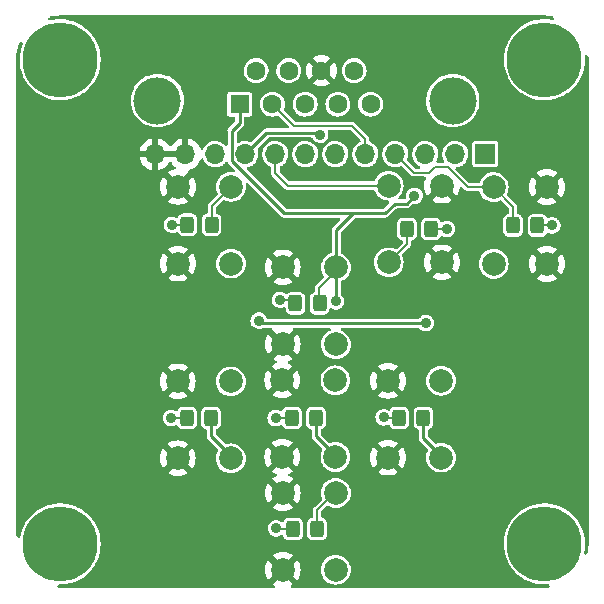
<source format=gbl>
G04 #@! TF.GenerationSoftware,KiCad,Pcbnew,(6.0.1)*
G04 #@! TF.CreationDate,2022-08-01T16:31:20-04:00*
G04 #@! TF.ProjectId,JoyPad,4a6f7950-6164-42e6-9b69-6361645f7063,X1*
G04 #@! TF.SameCoordinates,Original*
G04 #@! TF.FileFunction,Copper,L2,Bot*
G04 #@! TF.FilePolarity,Positive*
%FSLAX46Y46*%
G04 Gerber Fmt 4.6, Leading zero omitted, Abs format (unit mm)*
G04 Created by KiCad (PCBNEW (6.0.1)) date 2022-08-01 16:31:20*
%MOMM*%
%LPD*%
G01*
G04 APERTURE LIST*
G04 Aperture macros list*
%AMRoundRect*
0 Rectangle with rounded corners*
0 $1 Rounding radius*
0 $2 $3 $4 $5 $6 $7 $8 $9 X,Y pos of 4 corners*
0 Add a 4 corners polygon primitive as box body*
4,1,4,$2,$3,$4,$5,$6,$7,$8,$9,$2,$3,0*
0 Add four circle primitives for the rounded corners*
1,1,$1+$1,$2,$3*
1,1,$1+$1,$4,$5*
1,1,$1+$1,$6,$7*
1,1,$1+$1,$8,$9*
0 Add four rect primitives between the rounded corners*
20,1,$1+$1,$2,$3,$4,$5,0*
20,1,$1+$1,$4,$5,$6,$7,0*
20,1,$1+$1,$6,$7,$8,$9,0*
20,1,$1+$1,$8,$9,$2,$3,0*%
G04 Aperture macros list end*
G04 #@! TA.AperFunction,ComponentPad*
%ADD10C,4.000000*%
G04 #@! TD*
G04 #@! TA.AperFunction,ComponentPad*
%ADD11R,1.600000X1.600000*%
G04 #@! TD*
G04 #@! TA.AperFunction,ComponentPad*
%ADD12C,1.600000*%
G04 #@! TD*
G04 #@! TA.AperFunction,ComponentPad*
%ADD13R,1.700000X1.700000*%
G04 #@! TD*
G04 #@! TA.AperFunction,ComponentPad*
%ADD14O,1.700000X1.700000*%
G04 #@! TD*
G04 #@! TA.AperFunction,ComponentPad*
%ADD15C,2.000000*%
G04 #@! TD*
G04 #@! TA.AperFunction,SMDPad,CuDef*
%ADD16RoundRect,0.250000X-0.325000X-0.450000X0.325000X-0.450000X0.325000X0.450000X-0.325000X0.450000X0*%
G04 #@! TD*
G04 #@! TA.AperFunction,SMDPad,CuDef*
%ADD17RoundRect,0.250000X0.325000X0.450000X-0.325000X0.450000X-0.325000X-0.450000X0.325000X-0.450000X0*%
G04 #@! TD*
G04 #@! TA.AperFunction,ComponentPad*
%ADD18C,6.350000*%
G04 #@! TD*
G04 #@! TA.AperFunction,ViaPad*
%ADD19C,0.889000*%
G04 #@! TD*
G04 #@! TA.AperFunction,Conductor*
%ADD20C,0.254000*%
G04 #@! TD*
G04 #@! TA.AperFunction,Conductor*
%ADD21C,0.152400*%
G04 #@! TD*
G04 #@! TA.AperFunction,Conductor*
%ADD22C,0.203200*%
G04 #@! TD*
G04 APERTURE END LIST*
D10*
X12242400Y-7472400D03*
X37242400Y-7472400D03*
D11*
X19202400Y-7772400D03*
D12*
X21972400Y-7772400D03*
X24742400Y-7772400D03*
X27512400Y-7772400D03*
X30282400Y-7772400D03*
X20587400Y-4932400D03*
X23357400Y-4932400D03*
X26127400Y-4932400D03*
X28897400Y-4932400D03*
D13*
X40000000Y-12000000D03*
D14*
X37460000Y-12000000D03*
X34920000Y-12000000D03*
X32380000Y-12000000D03*
X29840000Y-12000000D03*
X27300000Y-12000000D03*
X24760000Y-12000000D03*
X22220000Y-12000000D03*
X19680000Y-12000000D03*
X17140000Y-12000000D03*
X14600000Y-12000000D03*
X12060000Y-12000000D03*
D15*
X45212000Y-14796000D03*
X45212000Y-21296000D03*
X40712000Y-21296000D03*
X40712000Y-14796000D03*
D16*
X32706200Y-34340800D03*
X34756200Y-34340800D03*
X23714600Y-43738800D03*
X25764600Y-43738800D03*
X14723000Y-34340800D03*
X16773000Y-34340800D03*
X23613000Y-34340800D03*
X25663000Y-34340800D03*
X23917800Y-24638000D03*
X25967800Y-24638000D03*
D17*
X44408200Y-18034000D03*
X42358200Y-18034000D03*
X35416600Y-18338800D03*
X33366600Y-18338800D03*
D16*
X14773800Y-17983200D03*
X16823800Y-17983200D03*
D15*
X13955200Y-37744400D03*
X13955200Y-31244400D03*
X18455200Y-31244400D03*
X18455200Y-37744400D03*
X22809200Y-37642800D03*
X22809200Y-31142800D03*
X27309200Y-31142800D03*
X27309200Y-37642800D03*
X31750000Y-37693600D03*
X31750000Y-31193600D03*
X36250000Y-31193600D03*
X36250000Y-37693600D03*
X22845200Y-40692000D03*
X22845200Y-47192000D03*
X27345200Y-47192000D03*
X27345200Y-40692000D03*
X22845200Y-21591200D03*
X22845200Y-28091200D03*
X27345200Y-21591200D03*
X27345200Y-28091200D03*
X36322000Y-14668000D03*
X36322000Y-21168000D03*
X31822000Y-21168000D03*
X31822000Y-14668000D03*
X13970000Y-21272000D03*
X13970000Y-14772000D03*
X18470000Y-21272000D03*
X18470000Y-14772000D03*
D18*
X4000000Y-4000000D03*
X45000000Y-4000000D03*
X4000000Y-45000000D03*
X45000000Y-45000000D03*
D19*
X20819646Y-26102846D03*
X34950400Y-26314400D03*
X27360000Y-24464400D03*
X22606000Y-24333200D03*
X22301200Y-43688000D03*
X31394400Y-34290000D03*
X22250400Y-34340800D03*
X13411200Y-34340800D03*
X45669200Y-18034000D03*
X13462000Y-17983200D03*
X36728400Y-18338800D03*
X34000000Y-15530000D03*
X26009600Y-10363200D03*
D20*
X21031200Y-26314400D02*
X20819646Y-26102846D01*
X34950400Y-26314400D02*
X21031200Y-26314400D01*
X27360000Y-21900000D02*
X27360000Y-24464400D01*
D21*
X25917000Y-23343000D02*
X27360000Y-21900000D01*
X25917000Y-24384000D02*
X25917000Y-23343000D01*
X22656800Y-24384000D02*
X22606000Y-24333200D01*
X23867000Y-24384000D02*
X22656800Y-24384000D01*
D20*
X34756200Y-34340800D02*
X34756200Y-36066200D01*
X34756200Y-36066200D02*
X36250000Y-37560000D01*
X25663000Y-35863000D02*
X27360000Y-37560000D01*
X25663000Y-34340800D02*
X25663000Y-35863000D01*
X16773000Y-35863000D02*
X18470000Y-37560000D01*
X16773000Y-34340800D02*
X16773000Y-35863000D01*
D21*
X25764600Y-42095400D02*
X27360000Y-40500000D01*
X25764600Y-43738800D02*
X25764600Y-42095400D01*
X22352000Y-43738800D02*
X22301200Y-43688000D01*
X23714600Y-43738800D02*
X22352000Y-43738800D01*
X31445200Y-34340800D02*
X31394400Y-34290000D01*
X32706200Y-34340800D02*
X31445200Y-34340800D01*
X23613000Y-34340800D02*
X22250400Y-34340800D01*
X14723000Y-34340800D02*
X13411200Y-34340800D01*
X44408200Y-18034000D02*
X45669200Y-18034000D01*
X42358200Y-16442200D02*
X40712000Y-14796000D01*
X42358200Y-18034000D02*
X42358200Y-16442200D01*
X33366600Y-19623400D02*
X31822000Y-21168000D01*
X33366600Y-18338800D02*
X33366600Y-19623400D01*
X16823800Y-16418200D02*
X18470000Y-14772000D01*
X16823800Y-17983200D02*
X16823800Y-16418200D01*
X14773800Y-17983200D02*
X13462000Y-17983200D01*
X35416600Y-18338800D02*
X36728400Y-18338800D01*
D20*
X33324800Y-16205200D02*
X34000000Y-15530000D01*
X32308800Y-16205200D02*
X33324800Y-16205200D01*
X31514000Y-17000000D02*
X32308800Y-16205200D01*
X28821600Y-17000000D02*
X31514000Y-17000000D01*
X25857200Y-10210800D02*
X26009600Y-10363200D01*
X21469200Y-10210800D02*
X25857200Y-10210800D01*
X19680000Y-12000000D02*
X21469200Y-10210800D01*
D21*
X28702000Y-9601200D02*
X29840000Y-10739200D01*
X29840000Y-10739200D02*
X29840000Y-12000000D01*
X23801200Y-9601200D02*
X28702000Y-9601200D01*
X21972400Y-7772400D02*
X23801200Y-9601200D01*
D20*
X19202400Y-9398000D02*
X19202400Y-7772400D01*
X18551089Y-12556689D02*
X18551089Y-10049311D01*
X22994400Y-17000000D02*
X18551089Y-12556689D01*
X28821600Y-17000000D02*
X22994400Y-17000000D01*
X18551089Y-10049311D02*
X19202400Y-9398000D01*
D21*
X35249422Y-13563600D02*
X35734911Y-13078111D01*
X36801711Y-13078111D02*
X35734911Y-13078111D01*
X33943600Y-13563600D02*
X35249422Y-13563600D01*
X32380000Y-12000000D02*
X33943600Y-13563600D01*
X38519600Y-14796000D02*
X36801711Y-13078111D01*
X40712000Y-14796000D02*
X38519600Y-14796000D01*
D22*
X22220000Y-13634800D02*
X22220000Y-12000000D01*
X23253200Y-14668000D02*
X22220000Y-13634800D01*
X31822000Y-14668000D02*
X23253200Y-14668000D01*
D20*
X27360000Y-18461600D02*
X28821600Y-17000000D01*
X27360000Y-21900000D02*
X27360000Y-18461600D01*
G04 #@! TA.AperFunction,Conductor*
G36*
X44987153Y-256421D02*
G01*
X45000000Y-258976D01*
X45012170Y-256556D01*
X45024581Y-256556D01*
X45024581Y-256560D01*
X45035584Y-255749D01*
X45246485Y-266109D01*
X45360994Y-271735D01*
X45373290Y-272945D01*
X45677148Y-318018D01*
X45741596Y-347799D01*
X45753133Y-359284D01*
X45768894Y-377146D01*
X45820632Y-435783D01*
X45850704Y-500097D01*
X45841231Y-570459D01*
X45795221Y-624529D01*
X45727283Y-645142D01*
X45698880Y-642160D01*
X45564279Y-612319D01*
X45564275Y-612318D01*
X45560949Y-611581D01*
X45409770Y-594891D01*
X45195103Y-571191D01*
X45195096Y-571191D01*
X45191721Y-570818D01*
X45188322Y-570812D01*
X45188321Y-570812D01*
X45012647Y-570506D01*
X44820250Y-570170D01*
X44682085Y-584936D01*
X44454266Y-609282D01*
X44454260Y-609283D01*
X44450882Y-609644D01*
X44087938Y-688779D01*
X43735663Y-806648D01*
X43398178Y-961874D01*
X43079431Y-1152640D01*
X42783152Y-1376714D01*
X42512805Y-1631476D01*
X42510593Y-1634066D01*
X42510592Y-1634067D01*
X42273778Y-1911341D01*
X42271554Y-1913945D01*
X42062220Y-2220817D01*
X42055130Y-2234095D01*
X41908432Y-2508836D01*
X41887252Y-2548502D01*
X41885977Y-2551674D01*
X41885975Y-2551678D01*
X41880030Y-2566468D01*
X41748698Y-2893167D01*
X41690396Y-3100584D01*
X41657534Y-3217495D01*
X41648178Y-3250779D01*
X41647616Y-3254136D01*
X41647616Y-3254137D01*
X41591645Y-3588607D01*
X41586867Y-3617156D01*
X41565484Y-3988011D01*
X41565656Y-3991406D01*
X41565656Y-3991407D01*
X41583620Y-4346025D01*
X41584278Y-4359007D01*
X41584815Y-4362362D01*
X41584816Y-4362368D01*
X41608395Y-4509578D01*
X41643029Y-4725803D01*
X41741050Y-5084108D01*
X41877195Y-5429732D01*
X41878778Y-5432747D01*
X42016499Y-5695067D01*
X42049870Y-5758630D01*
X42051771Y-5761459D01*
X42051777Y-5761469D01*
X42190080Y-5967284D01*
X42257057Y-6066956D01*
X42496330Y-6351102D01*
X42498790Y-6353453D01*
X42498793Y-6353456D01*
X42762429Y-6605392D01*
X42762436Y-6605398D01*
X42764892Y-6607745D01*
X43059600Y-6833883D01*
X43062518Y-6835657D01*
X43374092Y-7025097D01*
X43374097Y-7025100D01*
X43377007Y-7026869D01*
X43380095Y-7028315D01*
X43380094Y-7028315D01*
X43710316Y-7183003D01*
X43710326Y-7183007D01*
X43713400Y-7184447D01*
X43716618Y-7185549D01*
X43716621Y-7185550D01*
X44061620Y-7303670D01*
X44061628Y-7303672D01*
X44064843Y-7304773D01*
X44427227Y-7386440D01*
X44478238Y-7392252D01*
X44792927Y-7428107D01*
X44792935Y-7428107D01*
X44796310Y-7428492D01*
X44799714Y-7428510D01*
X44799717Y-7428510D01*
X45001764Y-7429568D01*
X45167776Y-7430437D01*
X45171162Y-7430087D01*
X45171164Y-7430087D01*
X45533888Y-7392603D01*
X45533896Y-7392602D01*
X45537280Y-7392252D01*
X45540613Y-7391537D01*
X45540616Y-7391537D01*
X45736337Y-7349578D01*
X45900498Y-7314385D01*
X46253183Y-7197746D01*
X46256267Y-7196340D01*
X46256276Y-7196337D01*
X46588100Y-7045115D01*
X46588101Y-7045115D01*
X46591207Y-7043699D01*
X46743086Y-6953520D01*
X46907673Y-6855796D01*
X46907678Y-6855793D01*
X46910618Y-6854047D01*
X46984571Y-6798522D01*
X47204945Y-6633060D01*
X47207678Y-6631008D01*
X47478912Y-6377191D01*
X47721148Y-6095566D01*
X47855300Y-5900374D01*
X47929622Y-5792236D01*
X47929627Y-5792228D01*
X47931552Y-5789427D01*
X47933164Y-5786433D01*
X47933169Y-5786425D01*
X48106040Y-5465367D01*
X48107662Y-5462355D01*
X48247419Y-5118176D01*
X48349187Y-4760917D01*
X48411776Y-4394756D01*
X48413963Y-4359007D01*
X48432884Y-4049623D01*
X48434453Y-4023977D01*
X48434537Y-4000000D01*
X48423622Y-3798469D01*
X48419423Y-3720926D01*
X48435712Y-3651823D01*
X48486775Y-3602497D01*
X48556400Y-3588607D01*
X48622481Y-3614565D01*
X48639717Y-3630746D01*
X48648566Y-3640775D01*
X48703854Y-3703435D01*
X48733926Y-3767749D01*
X48735222Y-3780617D01*
X48744251Y-3964416D01*
X48743440Y-3975419D01*
X48743444Y-3975419D01*
X48743444Y-3987830D01*
X48741024Y-4000000D01*
X48743579Y-4012844D01*
X48746000Y-4037425D01*
X48746000Y-44962575D01*
X48743579Y-44987153D01*
X48741024Y-45000000D01*
X48743444Y-45012170D01*
X48743444Y-45024581D01*
X48743440Y-45024581D01*
X48744251Y-45035584D01*
X48728266Y-45360989D01*
X48727055Y-45373290D01*
X48723374Y-45398103D01*
X48674931Y-45724680D01*
X48672518Y-45736813D01*
X48670874Y-45743375D01*
X48631623Y-45807579D01*
X48557069Y-45872814D01*
X48492631Y-45902618D01*
X48422309Y-45892854D01*
X48368430Y-45846621D01*
X48348098Y-45778598D01*
X48349898Y-45756759D01*
X48411204Y-45398103D01*
X48411204Y-45398101D01*
X48411776Y-45394756D01*
X48413842Y-45360989D01*
X48434343Y-45025774D01*
X48434453Y-45023977D01*
X48434537Y-45000000D01*
X48414448Y-44629072D01*
X48354417Y-44262484D01*
X48255146Y-43904522D01*
X48253888Y-43901360D01*
X48253885Y-43901352D01*
X48119054Y-43562540D01*
X48117795Y-43559376D01*
X48009722Y-43355261D01*
X47945568Y-43234095D01*
X47945566Y-43234092D01*
X47943973Y-43231083D01*
X47735711Y-42923482D01*
X47495448Y-42640173D01*
X47225992Y-42384469D01*
X46977902Y-42195475D01*
X46933203Y-42161423D01*
X46933201Y-42161421D01*
X46930496Y-42159361D01*
X46927584Y-42157604D01*
X46927579Y-42157601D01*
X46615332Y-41969242D01*
X46615326Y-41969239D01*
X46612417Y-41967484D01*
X46275477Y-41811081D01*
X45983876Y-41712380D01*
X45926842Y-41693075D01*
X45926837Y-41693074D01*
X45923615Y-41691983D01*
X45920293Y-41691247D01*
X45920284Y-41691244D01*
X45564279Y-41612319D01*
X45564275Y-41612318D01*
X45560949Y-41611581D01*
X45409770Y-41594891D01*
X45195103Y-41571191D01*
X45195096Y-41571191D01*
X45191721Y-41570818D01*
X45188322Y-41570812D01*
X45188321Y-41570812D01*
X45012647Y-41570506D01*
X44820250Y-41570170D01*
X44682085Y-41584936D01*
X44454266Y-41609282D01*
X44454260Y-41609283D01*
X44450882Y-41609644D01*
X44087938Y-41688779D01*
X43735663Y-41806648D01*
X43732570Y-41808070D01*
X43732569Y-41808071D01*
X43630804Y-41854878D01*
X43398178Y-41961874D01*
X43395244Y-41963630D01*
X43395242Y-41963631D01*
X43303825Y-42018343D01*
X43079431Y-42152640D01*
X42783152Y-42376714D01*
X42512805Y-42631476D01*
X42510593Y-42634066D01*
X42510592Y-42634067D01*
X42460941Y-42692201D01*
X42271554Y-42913945D01*
X42062220Y-43220817D01*
X41993755Y-43349041D01*
X41902248Y-43520418D01*
X41887252Y-43548502D01*
X41885977Y-43551674D01*
X41885975Y-43551678D01*
X41831104Y-43688176D01*
X41748698Y-43893167D01*
X41690396Y-44100584D01*
X41651776Y-44237980D01*
X41648178Y-44250779D01*
X41647616Y-44254136D01*
X41647616Y-44254137D01*
X41609528Y-44481743D01*
X41586867Y-44617156D01*
X41565484Y-44988011D01*
X41584278Y-45359007D01*
X41584815Y-45362362D01*
X41584816Y-45362368D01*
X41589711Y-45392929D01*
X41643029Y-45725803D01*
X41741050Y-46084108D01*
X41877195Y-46429732D01*
X41878778Y-46432747D01*
X42034510Y-46729373D01*
X42049870Y-46758630D01*
X42051771Y-46761459D01*
X42051777Y-46761469D01*
X42190572Y-46968016D01*
X42257057Y-47066956D01*
X42496330Y-47351102D01*
X42498790Y-47353453D01*
X42498793Y-47353456D01*
X42762429Y-47605392D01*
X42762436Y-47605398D01*
X42764892Y-47607745D01*
X43059600Y-47833883D01*
X43062518Y-47835657D01*
X43374092Y-48025097D01*
X43374097Y-48025100D01*
X43377007Y-48026869D01*
X43380095Y-48028315D01*
X43380094Y-48028315D01*
X43710316Y-48183003D01*
X43710326Y-48183007D01*
X43713400Y-48184447D01*
X43716618Y-48185549D01*
X43716621Y-48185550D01*
X44061620Y-48303670D01*
X44061628Y-48303672D01*
X44064843Y-48304773D01*
X44427227Y-48386440D01*
X44478238Y-48392252D01*
X44792927Y-48428107D01*
X44792935Y-48428107D01*
X44796310Y-48428492D01*
X44799714Y-48428510D01*
X44799717Y-48428510D01*
X45001764Y-48429568D01*
X45167776Y-48430437D01*
X45171162Y-48430087D01*
X45171164Y-48430087D01*
X45229000Y-48424110D01*
X45302445Y-48416520D01*
X45372260Y-48429414D01*
X45424022Y-48478006D01*
X45441296Y-48546869D01*
X45418598Y-48614140D01*
X45398367Y-48636678D01*
X45322689Y-48702896D01*
X45258252Y-48732700D01*
X45245900Y-48733919D01*
X45035584Y-48744251D01*
X45024581Y-48743440D01*
X45024581Y-48743444D01*
X45012170Y-48743444D01*
X45000000Y-48741024D01*
X44987153Y-48743579D01*
X44962575Y-48746000D01*
X23642197Y-48746000D01*
X23574076Y-48725998D01*
X23527583Y-48672342D01*
X23517479Y-48602068D01*
X23546973Y-48537488D01*
X23576362Y-48512568D01*
X23703645Y-48434568D01*
X23713107Y-48424110D01*
X23709324Y-48415334D01*
X22858012Y-47564022D01*
X22844068Y-47556408D01*
X22842235Y-47556539D01*
X22835620Y-47560790D01*
X21984120Y-48412290D01*
X21977360Y-48424670D01*
X21983087Y-48432320D01*
X22114038Y-48512568D01*
X22161670Y-48565215D01*
X22173276Y-48635257D01*
X22145172Y-48700454D01*
X22086282Y-48740108D01*
X22048203Y-48746000D01*
X4037425Y-48746000D01*
X4012847Y-48743579D01*
X4000000Y-48741024D01*
X3987830Y-48743444D01*
X3975419Y-48743444D01*
X3975419Y-48743440D01*
X3964415Y-48744251D01*
X3940643Y-48743083D01*
X3873586Y-48719762D01*
X3848894Y-48696515D01*
X3798527Y-48634298D01*
X3771211Y-48568766D01*
X3783661Y-48498870D01*
X3831923Y-48446800D01*
X3897119Y-48429020D01*
X4046041Y-48429800D01*
X4167776Y-48430437D01*
X4171162Y-48430087D01*
X4171164Y-48430087D01*
X4533888Y-48392603D01*
X4533896Y-48392602D01*
X4537280Y-48392252D01*
X4540613Y-48391537D01*
X4540616Y-48391537D01*
X4719579Y-48353171D01*
X4900498Y-48314385D01*
X5253183Y-48197746D01*
X5256267Y-48196340D01*
X5256276Y-48196337D01*
X5588100Y-48045115D01*
X5588101Y-48045115D01*
X5591207Y-48043699D01*
X5689906Y-47985096D01*
X5907673Y-47855796D01*
X5907678Y-47855793D01*
X5910618Y-47854047D01*
X6207678Y-47631008D01*
X6478912Y-47377191D01*
X6633961Y-47196930D01*
X21332925Y-47196930D01*
X21350772Y-47423699D01*
X21352315Y-47433446D01*
X21405417Y-47654627D01*
X21408466Y-47664012D01*
X21495513Y-47874163D01*
X21499995Y-47882958D01*
X21602632Y-48050445D01*
X21613090Y-48059907D01*
X21621866Y-48056124D01*
X22473178Y-47204812D01*
X22479556Y-47193132D01*
X23209608Y-47193132D01*
X23209739Y-47194965D01*
X23213990Y-47201580D01*
X24065490Y-48053080D01*
X24077870Y-48059840D01*
X24085520Y-48054113D01*
X24190405Y-47882958D01*
X24194887Y-47874163D01*
X24281934Y-47664012D01*
X24284983Y-47654627D01*
X24338085Y-47433446D01*
X24339628Y-47423699D01*
X24357475Y-47196930D01*
X24357475Y-47192000D01*
X26085908Y-47192000D01*
X26105039Y-47410674D01*
X26161853Y-47622703D01*
X26181116Y-47664012D01*
X26252295Y-47816659D01*
X26252298Y-47816664D01*
X26254621Y-47821646D01*
X26257777Y-47826153D01*
X26257778Y-47826155D01*
X26287753Y-47868963D01*
X26380526Y-48001457D01*
X26535743Y-48156674D01*
X26540251Y-48159831D01*
X26540254Y-48159833D01*
X26595922Y-48198812D01*
X26715554Y-48282579D01*
X26720536Y-48284902D01*
X26720541Y-48284905D01*
X26821316Y-48331896D01*
X26914497Y-48375347D01*
X27126526Y-48432161D01*
X27345200Y-48451292D01*
X27563874Y-48432161D01*
X27775903Y-48375347D01*
X27869084Y-48331896D01*
X27969859Y-48284905D01*
X27969864Y-48284902D01*
X27974846Y-48282579D01*
X28094478Y-48198812D01*
X28150146Y-48159833D01*
X28150149Y-48159831D01*
X28154657Y-48156674D01*
X28309874Y-48001457D01*
X28402648Y-47868963D01*
X28432622Y-47826155D01*
X28432623Y-47826153D01*
X28435779Y-47821646D01*
X28438102Y-47816664D01*
X28438105Y-47816659D01*
X28509284Y-47664012D01*
X28528547Y-47622703D01*
X28585361Y-47410674D01*
X28604492Y-47192000D01*
X28585361Y-46973326D01*
X28528547Y-46761297D01*
X28485096Y-46668116D01*
X28438105Y-46567341D01*
X28438102Y-46567336D01*
X28435779Y-46562354D01*
X28345577Y-46433532D01*
X28313033Y-46387054D01*
X28313031Y-46387051D01*
X28309874Y-46382543D01*
X28154657Y-46227326D01*
X28150149Y-46224169D01*
X28150146Y-46224167D01*
X27979355Y-46104578D01*
X27979353Y-46104577D01*
X27974846Y-46101421D01*
X27969864Y-46099098D01*
X27969859Y-46099095D01*
X27869084Y-46052104D01*
X27775903Y-46008653D01*
X27563874Y-45951839D01*
X27345200Y-45932708D01*
X27126526Y-45951839D01*
X26914497Y-46008653D01*
X26821316Y-46052104D01*
X26720541Y-46099095D01*
X26720536Y-46099098D01*
X26715554Y-46101421D01*
X26711047Y-46104577D01*
X26711045Y-46104578D01*
X26540254Y-46224167D01*
X26540251Y-46224169D01*
X26535743Y-46227326D01*
X26380526Y-46382543D01*
X26377369Y-46387051D01*
X26377367Y-46387054D01*
X26344823Y-46433532D01*
X26254621Y-46562354D01*
X26252298Y-46567336D01*
X26252295Y-46567341D01*
X26205304Y-46668116D01*
X26161853Y-46761297D01*
X26105039Y-46973326D01*
X26085908Y-47192000D01*
X24357475Y-47192000D01*
X24357475Y-47187070D01*
X24339628Y-46960301D01*
X24338085Y-46950554D01*
X24284983Y-46729373D01*
X24281934Y-46719988D01*
X24194887Y-46509837D01*
X24190405Y-46501042D01*
X24087768Y-46333555D01*
X24077310Y-46324093D01*
X24068534Y-46327876D01*
X23217222Y-47179188D01*
X23209608Y-47193132D01*
X22479556Y-47193132D01*
X22480792Y-47190868D01*
X22480661Y-47189035D01*
X22476410Y-47182420D01*
X21624910Y-46330920D01*
X21612530Y-46324160D01*
X21604880Y-46329887D01*
X21499995Y-46501042D01*
X21495513Y-46509837D01*
X21408466Y-46719988D01*
X21405417Y-46729373D01*
X21352315Y-46950554D01*
X21350772Y-46960301D01*
X21332925Y-47187070D01*
X21332925Y-47196930D01*
X6633961Y-47196930D01*
X6721148Y-47095566D01*
X6910555Y-46819978D01*
X6929622Y-46792236D01*
X6929627Y-46792228D01*
X6931552Y-46789427D01*
X6933164Y-46786433D01*
X6933169Y-46786425D01*
X7066735Y-46538364D01*
X7107662Y-46462355D01*
X7247419Y-46118176D01*
X7251293Y-46104578D01*
X7292508Y-45959890D01*
X21977293Y-45959890D01*
X21981076Y-45968666D01*
X22832388Y-46819978D01*
X22846332Y-46827592D01*
X22848165Y-46827461D01*
X22854780Y-46823210D01*
X23706280Y-45971710D01*
X23713040Y-45959330D01*
X23707313Y-45951680D01*
X23536158Y-45846795D01*
X23527363Y-45842313D01*
X23317212Y-45755266D01*
X23307827Y-45752217D01*
X23086646Y-45699115D01*
X23076899Y-45697572D01*
X22850130Y-45679725D01*
X22840270Y-45679725D01*
X22613501Y-45697572D01*
X22603754Y-45699115D01*
X22382573Y-45752217D01*
X22373188Y-45755266D01*
X22163037Y-45842313D01*
X22154242Y-45846795D01*
X21986755Y-45949432D01*
X21977293Y-45959890D01*
X7292508Y-45959890D01*
X7324724Y-45846795D01*
X7349187Y-45760917D01*
X7411776Y-45394756D01*
X7413842Y-45360989D01*
X7434343Y-45025774D01*
X7434453Y-45023977D01*
X7434537Y-45000000D01*
X7414448Y-44629072D01*
X7354417Y-44262484D01*
X7255146Y-43904522D01*
X7253888Y-43901360D01*
X7253885Y-43901352D01*
X7166047Y-43680626D01*
X21597105Y-43680626D01*
X21615670Y-43848790D01*
X21673812Y-44007670D01*
X21678048Y-44013973D01*
X21678048Y-44013974D01*
X21763940Y-44141796D01*
X21763943Y-44141799D01*
X21768174Y-44148096D01*
X21893308Y-44261959D01*
X22041991Y-44342687D01*
X22205638Y-44385619D01*
X22293247Y-44386996D01*
X22367204Y-44388158D01*
X22367207Y-44388158D01*
X22374802Y-44388277D01*
X22432923Y-44374965D01*
X22532314Y-44352202D01*
X22532318Y-44352201D01*
X22539717Y-44350506D01*
X22690862Y-44274488D01*
X22696633Y-44269559D01*
X22696636Y-44269557D01*
X22699614Y-44267013D01*
X22702227Y-44265842D01*
X22702966Y-44265351D01*
X22703048Y-44265474D01*
X22764403Y-44237980D01*
X22834603Y-44248584D01*
X22887927Y-44295457D01*
X22899429Y-44318592D01*
X22942529Y-44433564D01*
X22947909Y-44440743D01*
X22947911Y-44440746D01*
X22978637Y-44481743D01*
X23029196Y-44549204D01*
X23036376Y-44554585D01*
X23137654Y-44630489D01*
X23137657Y-44630491D01*
X23144836Y-44635871D01*
X23234554Y-44669504D01*
X23272757Y-44683826D01*
X23272759Y-44683826D01*
X23280152Y-44686598D01*
X23288002Y-44687451D01*
X23288003Y-44687451D01*
X23338447Y-44692931D01*
X23341844Y-44693300D01*
X24087356Y-44693300D01*
X24090753Y-44692931D01*
X24141197Y-44687451D01*
X24141198Y-44687451D01*
X24149048Y-44686598D01*
X24156441Y-44683826D01*
X24156443Y-44683826D01*
X24194646Y-44669504D01*
X24284364Y-44635871D01*
X24291543Y-44630491D01*
X24291546Y-44630489D01*
X24392824Y-44554585D01*
X24400004Y-44549204D01*
X24450563Y-44481743D01*
X24481289Y-44440746D01*
X24481291Y-44440743D01*
X24486671Y-44433564D01*
X24537398Y-44298248D01*
X24540919Y-44265842D01*
X24543731Y-44239953D01*
X24543731Y-44239952D01*
X24544100Y-44236556D01*
X24935100Y-44236556D01*
X24935469Y-44239952D01*
X24935469Y-44239953D01*
X24938282Y-44265842D01*
X24941802Y-44298248D01*
X24992529Y-44433564D01*
X24997909Y-44440743D01*
X24997911Y-44440746D01*
X25028637Y-44481743D01*
X25079196Y-44549204D01*
X25086376Y-44554585D01*
X25187654Y-44630489D01*
X25187657Y-44630491D01*
X25194836Y-44635871D01*
X25284554Y-44669504D01*
X25322757Y-44683826D01*
X25322759Y-44683826D01*
X25330152Y-44686598D01*
X25338002Y-44687451D01*
X25338003Y-44687451D01*
X25388447Y-44692931D01*
X25391844Y-44693300D01*
X26137356Y-44693300D01*
X26140753Y-44692931D01*
X26191197Y-44687451D01*
X26191198Y-44687451D01*
X26199048Y-44686598D01*
X26206441Y-44683826D01*
X26206443Y-44683826D01*
X26244646Y-44669504D01*
X26334364Y-44635871D01*
X26341543Y-44630491D01*
X26341546Y-44630489D01*
X26442824Y-44554585D01*
X26450004Y-44549204D01*
X26500563Y-44481743D01*
X26531289Y-44440746D01*
X26531291Y-44440743D01*
X26536671Y-44433564D01*
X26587398Y-44298248D01*
X26590919Y-44265842D01*
X26593731Y-44239953D01*
X26593731Y-44239952D01*
X26594100Y-44236556D01*
X26594100Y-43241044D01*
X26587398Y-43179352D01*
X26536671Y-43044036D01*
X26531291Y-43036857D01*
X26531289Y-43036854D01*
X26455385Y-42935576D01*
X26450004Y-42928396D01*
X26427247Y-42911341D01*
X26341546Y-42847111D01*
X26341543Y-42847109D01*
X26334364Y-42841729D01*
X26199048Y-42791002D01*
X26191885Y-42790224D01*
X26130505Y-42755157D01*
X26097687Y-42692201D01*
X26095300Y-42667794D01*
X26095300Y-42284570D01*
X26115302Y-42216449D01*
X26132205Y-42195475D01*
X26540540Y-41787140D01*
X26602852Y-41753114D01*
X26673667Y-41758179D01*
X26701905Y-41773022D01*
X26715554Y-41782579D01*
X26720536Y-41784902D01*
X26720541Y-41784905D01*
X26821316Y-41831896D01*
X26914497Y-41875347D01*
X27126526Y-41932161D01*
X27345200Y-41951292D01*
X27563874Y-41932161D01*
X27775903Y-41875347D01*
X27869084Y-41831896D01*
X27969859Y-41784905D01*
X27969864Y-41784902D01*
X27974846Y-41782579D01*
X28009693Y-41758179D01*
X28150146Y-41659833D01*
X28150149Y-41659831D01*
X28154657Y-41656674D01*
X28309874Y-41501457D01*
X28435779Y-41321646D01*
X28438102Y-41316664D01*
X28438105Y-41316659D01*
X28509284Y-41164012D01*
X28528547Y-41122703D01*
X28585361Y-40910674D01*
X28604492Y-40692000D01*
X28585361Y-40473326D01*
X28528547Y-40261297D01*
X28485096Y-40168116D01*
X28438105Y-40067341D01*
X28438102Y-40067336D01*
X28435779Y-40062354D01*
X28309874Y-39882543D01*
X28154657Y-39727326D01*
X28150149Y-39724169D01*
X28150146Y-39724167D01*
X27979355Y-39604578D01*
X27979353Y-39604577D01*
X27974846Y-39601421D01*
X27969864Y-39599098D01*
X27969859Y-39599095D01*
X27869084Y-39552104D01*
X27775903Y-39508653D01*
X27563874Y-39451839D01*
X27345200Y-39432708D01*
X27126526Y-39451839D01*
X26914497Y-39508653D01*
X26821316Y-39552104D01*
X26720541Y-39599095D01*
X26720536Y-39599098D01*
X26715554Y-39601421D01*
X26711047Y-39604577D01*
X26711045Y-39604578D01*
X26540254Y-39724167D01*
X26540251Y-39724169D01*
X26535743Y-39727326D01*
X26380526Y-39882543D01*
X26254621Y-40062354D01*
X26252298Y-40067336D01*
X26252295Y-40067341D01*
X26205304Y-40168116D01*
X26161853Y-40261297D01*
X26105039Y-40473326D01*
X26085908Y-40692000D01*
X26105039Y-40910674D01*
X26161853Y-41122703D01*
X26163557Y-41126357D01*
X26168033Y-41196758D01*
X26134223Y-41258097D01*
X25544868Y-41847452D01*
X25536764Y-41854878D01*
X25515806Y-41872464D01*
X25515804Y-41872467D01*
X25507361Y-41879551D01*
X25488982Y-41911383D01*
X25488178Y-41912776D01*
X25482273Y-41922045D01*
X25466585Y-41944450D01*
X25466584Y-41944453D01*
X25460260Y-41953484D01*
X25457406Y-41964133D01*
X25455831Y-41967511D01*
X25454560Y-41971004D01*
X25449049Y-41980549D01*
X25447135Y-41991402D01*
X25447135Y-41991403D01*
X25442385Y-42018343D01*
X25440009Y-42029061D01*
X25430076Y-42066133D01*
X25431036Y-42077108D01*
X25431036Y-42077109D01*
X25433421Y-42104368D01*
X25433900Y-42115349D01*
X25433900Y-42667794D01*
X25413898Y-42735915D01*
X25360242Y-42782408D01*
X25337574Y-42790196D01*
X25330152Y-42791002D01*
X25194836Y-42841729D01*
X25187657Y-42847109D01*
X25187654Y-42847111D01*
X25101953Y-42911341D01*
X25079196Y-42928396D01*
X25073815Y-42935576D01*
X24997911Y-43036854D01*
X24997909Y-43036857D01*
X24992529Y-43044036D01*
X24941802Y-43179352D01*
X24935100Y-43241044D01*
X24935100Y-44236556D01*
X24544100Y-44236556D01*
X24544100Y-43241044D01*
X24537398Y-43179352D01*
X24486671Y-43044036D01*
X24481291Y-43036857D01*
X24481289Y-43036854D01*
X24405385Y-42935576D01*
X24400004Y-42928396D01*
X24377247Y-42911341D01*
X24291546Y-42847111D01*
X24291543Y-42847109D01*
X24284364Y-42841729D01*
X24194646Y-42808096D01*
X24156443Y-42793774D01*
X24156441Y-42793774D01*
X24149048Y-42791002D01*
X24141198Y-42790149D01*
X24141197Y-42790149D01*
X24090753Y-42784669D01*
X24090752Y-42784669D01*
X24087356Y-42784300D01*
X23341844Y-42784300D01*
X23338448Y-42784669D01*
X23338447Y-42784669D01*
X23288003Y-42790149D01*
X23288002Y-42790149D01*
X23280152Y-42791002D01*
X23272759Y-42793774D01*
X23272757Y-42793774D01*
X23234554Y-42808096D01*
X23144836Y-42841729D01*
X23137657Y-42847109D01*
X23137654Y-42847111D01*
X23051953Y-42911341D01*
X23029196Y-42928396D01*
X23023815Y-42935576D01*
X22947911Y-43036854D01*
X22947909Y-43036857D01*
X22942529Y-43044036D01*
X22939379Y-43052440D01*
X22928624Y-43081128D01*
X22885982Y-43137892D01*
X22819420Y-43162592D01*
X22750072Y-43147384D01*
X22726823Y-43130974D01*
X22708731Y-43114854D01*
X22708728Y-43114852D01*
X22703059Y-43109801D01*
X22553539Y-43030634D01*
X22543164Y-43028028D01*
X22396822Y-42991269D01*
X22396818Y-42991269D01*
X22389451Y-42989418D01*
X22381852Y-42989378D01*
X22381850Y-42989378D01*
X22311508Y-42989010D01*
X22220269Y-42988532D01*
X22212888Y-42990304D01*
X22063138Y-43026256D01*
X22063135Y-43026257D01*
X22055759Y-43028028D01*
X21905418Y-43105624D01*
X21899697Y-43110614D01*
X21899695Y-43110616D01*
X21868428Y-43137892D01*
X21777926Y-43216842D01*
X21680644Y-43355261D01*
X21619188Y-43512889D01*
X21597105Y-43680626D01*
X7166047Y-43680626D01*
X7119054Y-43562540D01*
X7117795Y-43559376D01*
X7009722Y-43355261D01*
X6945568Y-43234095D01*
X6945566Y-43234092D01*
X6943973Y-43231083D01*
X6735711Y-42923482D01*
X6495448Y-42640173D01*
X6225992Y-42384469D01*
X5977902Y-42195475D01*
X5933203Y-42161423D01*
X5933201Y-42161421D01*
X5930496Y-42159361D01*
X5927584Y-42157604D01*
X5927579Y-42157601D01*
X5615332Y-41969242D01*
X5615326Y-41969239D01*
X5612417Y-41967484D01*
X5520183Y-41924670D01*
X21977360Y-41924670D01*
X21983087Y-41932320D01*
X22154242Y-42037205D01*
X22163037Y-42041687D01*
X22373188Y-42128734D01*
X22382573Y-42131783D01*
X22603754Y-42184885D01*
X22613501Y-42186428D01*
X22840270Y-42204275D01*
X22850130Y-42204275D01*
X23076899Y-42186428D01*
X23086646Y-42184885D01*
X23307827Y-42131783D01*
X23317212Y-42128734D01*
X23527363Y-42041687D01*
X23536158Y-42037205D01*
X23703645Y-41934568D01*
X23713107Y-41924110D01*
X23709324Y-41915334D01*
X22858012Y-41064022D01*
X22844068Y-41056408D01*
X22842235Y-41056539D01*
X22835620Y-41060790D01*
X21984120Y-41912290D01*
X21977360Y-41924670D01*
X5520183Y-41924670D01*
X5275477Y-41811081D01*
X4983876Y-41712380D01*
X4926842Y-41693075D01*
X4926837Y-41693074D01*
X4923615Y-41691983D01*
X4920293Y-41691247D01*
X4920284Y-41691244D01*
X4564279Y-41612319D01*
X4564275Y-41612318D01*
X4560949Y-41611581D01*
X4409770Y-41594891D01*
X4195103Y-41571191D01*
X4195096Y-41571191D01*
X4191721Y-41570818D01*
X4188322Y-41570812D01*
X4188321Y-41570812D01*
X4012647Y-41570506D01*
X3820250Y-41570170D01*
X3682085Y-41584936D01*
X3454266Y-41609282D01*
X3454260Y-41609283D01*
X3450882Y-41609644D01*
X3087938Y-41688779D01*
X2735663Y-41806648D01*
X2732570Y-41808070D01*
X2732569Y-41808071D01*
X2630804Y-41854878D01*
X2398178Y-41961874D01*
X2395244Y-41963630D01*
X2395242Y-41963631D01*
X2303825Y-42018343D01*
X2079431Y-42152640D01*
X1783152Y-42376714D01*
X1512805Y-42631476D01*
X1510593Y-42634066D01*
X1510592Y-42634067D01*
X1460941Y-42692201D01*
X1271554Y-42913945D01*
X1062220Y-43220817D01*
X993755Y-43349041D01*
X902248Y-43520418D01*
X887252Y-43548502D01*
X885977Y-43551674D01*
X885975Y-43551678D01*
X831104Y-43688176D01*
X748698Y-43893167D01*
X690396Y-44100584D01*
X651776Y-44237980D01*
X648178Y-44250779D01*
X631206Y-44352202D01*
X626137Y-44382491D01*
X595166Y-44446376D01*
X534573Y-44483376D01*
X463595Y-44481743D01*
X403932Y-44440974D01*
X282067Y-44290436D01*
X254752Y-44224905D01*
X254000Y-44211157D01*
X254000Y-40696930D01*
X21332925Y-40696930D01*
X21350772Y-40923699D01*
X21352315Y-40933446D01*
X21405417Y-41154627D01*
X21408466Y-41164012D01*
X21495513Y-41374163D01*
X21499995Y-41382958D01*
X21602632Y-41550445D01*
X21613090Y-41559907D01*
X21621866Y-41556124D01*
X22473178Y-40704812D01*
X22479556Y-40693132D01*
X23209608Y-40693132D01*
X23209739Y-40694965D01*
X23213990Y-40701580D01*
X24065490Y-41553080D01*
X24077870Y-41559840D01*
X24085520Y-41554113D01*
X24190405Y-41382958D01*
X24194887Y-41374163D01*
X24281934Y-41164012D01*
X24284983Y-41154627D01*
X24338085Y-40933446D01*
X24339628Y-40923699D01*
X24357475Y-40696930D01*
X24357475Y-40687070D01*
X24339628Y-40460301D01*
X24338085Y-40450554D01*
X24284983Y-40229373D01*
X24281934Y-40219988D01*
X24194887Y-40009837D01*
X24190405Y-40001042D01*
X24087768Y-39833555D01*
X24077310Y-39824093D01*
X24068534Y-39827876D01*
X23217222Y-40679188D01*
X23209608Y-40693132D01*
X22479556Y-40693132D01*
X22480792Y-40690868D01*
X22480661Y-40689035D01*
X22476410Y-40682420D01*
X21624910Y-39830920D01*
X21612530Y-39824160D01*
X21604880Y-39829887D01*
X21499995Y-40001042D01*
X21495513Y-40009837D01*
X21408466Y-40219988D01*
X21405417Y-40229373D01*
X21352315Y-40450554D01*
X21350772Y-40460301D01*
X21332925Y-40687070D01*
X21332925Y-40696930D01*
X254000Y-40696930D01*
X254000Y-38977070D01*
X13087360Y-38977070D01*
X13093087Y-38984720D01*
X13264242Y-39089605D01*
X13273037Y-39094087D01*
X13483188Y-39181134D01*
X13492573Y-39184183D01*
X13713754Y-39237285D01*
X13723501Y-39238828D01*
X13950270Y-39256675D01*
X13960130Y-39256675D01*
X14186899Y-39238828D01*
X14196646Y-39237285D01*
X14417827Y-39184183D01*
X14427212Y-39181134D01*
X14637363Y-39094087D01*
X14646158Y-39089605D01*
X14813645Y-38986968D01*
X14823107Y-38976510D01*
X14819324Y-38967734D01*
X13968012Y-38116422D01*
X13954068Y-38108808D01*
X13952235Y-38108939D01*
X13945620Y-38113190D01*
X13094120Y-38964690D01*
X13087360Y-38977070D01*
X254000Y-38977070D01*
X254000Y-37749330D01*
X12442925Y-37749330D01*
X12460772Y-37976099D01*
X12462315Y-37985846D01*
X12515417Y-38207027D01*
X12518466Y-38216412D01*
X12605513Y-38426563D01*
X12609995Y-38435358D01*
X12712632Y-38602845D01*
X12723090Y-38612307D01*
X12731866Y-38608524D01*
X13583178Y-37757212D01*
X13589556Y-37745532D01*
X14319608Y-37745532D01*
X14319739Y-37747365D01*
X14323990Y-37753980D01*
X15175490Y-38605480D01*
X15187870Y-38612240D01*
X15195520Y-38606513D01*
X15300405Y-38435358D01*
X15304887Y-38426563D01*
X15391934Y-38216412D01*
X15394983Y-38207027D01*
X15448085Y-37985846D01*
X15449628Y-37976099D01*
X15467475Y-37749330D01*
X15467475Y-37739470D01*
X15449628Y-37512701D01*
X15448085Y-37502954D01*
X15394983Y-37281773D01*
X15391934Y-37272388D01*
X15304887Y-37062237D01*
X15300405Y-37053442D01*
X15197768Y-36885955D01*
X15187310Y-36876493D01*
X15178534Y-36880276D01*
X14327222Y-37731588D01*
X14319608Y-37745532D01*
X13589556Y-37745532D01*
X13590792Y-37743268D01*
X13590661Y-37741435D01*
X13586410Y-37734820D01*
X12734910Y-36883320D01*
X12722530Y-36876560D01*
X12714880Y-36882287D01*
X12609995Y-37053442D01*
X12605513Y-37062237D01*
X12518466Y-37272388D01*
X12515417Y-37281773D01*
X12462315Y-37502954D01*
X12460772Y-37512701D01*
X12442925Y-37739470D01*
X12442925Y-37749330D01*
X254000Y-37749330D01*
X254000Y-36512290D01*
X13087293Y-36512290D01*
X13091076Y-36521066D01*
X13942388Y-37372378D01*
X13956332Y-37379992D01*
X13958165Y-37379861D01*
X13964780Y-37375610D01*
X14816280Y-36524110D01*
X14823040Y-36511730D01*
X14817313Y-36504080D01*
X14646158Y-36399195D01*
X14637363Y-36394713D01*
X14427212Y-36307666D01*
X14417827Y-36304617D01*
X14196646Y-36251515D01*
X14186899Y-36249972D01*
X13960130Y-36232125D01*
X13950270Y-36232125D01*
X13723501Y-36249972D01*
X13713754Y-36251515D01*
X13492573Y-36304617D01*
X13483188Y-36307666D01*
X13273037Y-36394713D01*
X13264242Y-36399195D01*
X13096755Y-36501832D01*
X13087293Y-36512290D01*
X254000Y-36512290D01*
X254000Y-34333426D01*
X12707105Y-34333426D01*
X12725670Y-34501590D01*
X12783812Y-34660470D01*
X12788048Y-34666773D01*
X12788048Y-34666774D01*
X12873940Y-34794596D01*
X12873943Y-34794599D01*
X12878174Y-34800896D01*
X12951462Y-34867583D01*
X12995488Y-34907643D01*
X13003308Y-34914759D01*
X13051756Y-34941064D01*
X13139272Y-34988581D01*
X13151991Y-34995487D01*
X13315638Y-35038419D01*
X13403247Y-35039796D01*
X13477204Y-35040958D01*
X13477207Y-35040958D01*
X13484802Y-35041077D01*
X13545566Y-35027160D01*
X13642314Y-35005002D01*
X13642318Y-35005001D01*
X13649717Y-35003306D01*
X13739182Y-34958310D01*
X13767627Y-34944004D01*
X13837472Y-34931266D01*
X13903116Y-34958310D01*
X13942223Y-35012341D01*
X13950929Y-35035564D01*
X13956309Y-35042743D01*
X13956311Y-35042746D01*
X14022287Y-35130777D01*
X14037596Y-35151204D01*
X14044776Y-35156585D01*
X14146054Y-35232489D01*
X14146057Y-35232491D01*
X14153236Y-35237871D01*
X14242954Y-35271504D01*
X14281157Y-35285826D01*
X14281159Y-35285826D01*
X14288552Y-35288598D01*
X14296402Y-35289451D01*
X14296403Y-35289451D01*
X14341499Y-35294350D01*
X14350244Y-35295300D01*
X15095756Y-35295300D01*
X15104501Y-35294350D01*
X15149597Y-35289451D01*
X15149598Y-35289451D01*
X15157448Y-35288598D01*
X15164841Y-35285826D01*
X15164843Y-35285826D01*
X15203046Y-35271504D01*
X15292764Y-35237871D01*
X15299943Y-35232491D01*
X15299946Y-35232489D01*
X15401224Y-35156585D01*
X15408404Y-35151204D01*
X15423713Y-35130777D01*
X15489689Y-35042746D01*
X15489691Y-35042743D01*
X15495071Y-35035564D01*
X15545798Y-34900248D01*
X15552500Y-34838556D01*
X15943500Y-34838556D01*
X15950202Y-34900248D01*
X16000929Y-35035564D01*
X16006309Y-35042743D01*
X16006311Y-35042746D01*
X16072287Y-35130777D01*
X16087596Y-35151204D01*
X16094776Y-35156585D01*
X16196054Y-35232489D01*
X16196057Y-35232491D01*
X16203236Y-35237871D01*
X16291236Y-35270860D01*
X16309729Y-35277793D01*
X16366494Y-35320434D01*
X16391194Y-35386996D01*
X16391500Y-35395775D01*
X16391500Y-35808865D01*
X16388914Y-35833164D01*
X16388846Y-35834602D01*
X16386655Y-35844780D01*
X16387879Y-35855120D01*
X16390627Y-35878342D01*
X16390979Y-35884320D01*
X16391072Y-35884312D01*
X16391500Y-35889490D01*
X16391500Y-35894692D01*
X16393745Y-35908177D01*
X16394686Y-35913832D01*
X16395522Y-35919704D01*
X16401582Y-35970907D01*
X16405567Y-35979206D01*
X16407078Y-35988283D01*
X16431558Y-36033651D01*
X16434239Y-36038914D01*
X16453127Y-36078250D01*
X16453130Y-36078254D01*
X16456560Y-36085398D01*
X16460170Y-36089692D01*
X16462102Y-36091624D01*
X16463889Y-36093573D01*
X16463918Y-36093626D01*
X16463788Y-36093745D01*
X16464289Y-36094313D01*
X16467388Y-36100057D01*
X16475033Y-36107124D01*
X16507208Y-36136866D01*
X16510774Y-36140296D01*
X17340753Y-36970275D01*
X17374779Y-37032587D01*
X17369714Y-37103402D01*
X17364412Y-37114656D01*
X17364621Y-37114754D01*
X17271853Y-37313697D01*
X17215039Y-37525726D01*
X17195908Y-37744400D01*
X17215039Y-37963074D01*
X17271853Y-38175103D01*
X17291116Y-38216412D01*
X17362295Y-38369059D01*
X17362298Y-38369064D01*
X17364621Y-38374046D01*
X17367777Y-38378553D01*
X17367778Y-38378555D01*
X17455532Y-38503880D01*
X17490526Y-38553857D01*
X17645743Y-38709074D01*
X17650251Y-38712231D01*
X17650254Y-38712233D01*
X17814973Y-38827570D01*
X17825554Y-38834979D01*
X17830536Y-38837302D01*
X17830541Y-38837305D01*
X17910569Y-38874622D01*
X18024497Y-38927747D01*
X18236526Y-38984561D01*
X18455200Y-39003692D01*
X18673874Y-38984561D01*
X18885903Y-38927747D01*
X18998012Y-38875470D01*
X21941360Y-38875470D01*
X21947087Y-38883120D01*
X22118242Y-38988005D01*
X22127037Y-38992487D01*
X22286279Y-39058447D01*
X22341560Y-39102995D01*
X22363981Y-39170359D01*
X22346423Y-39239150D01*
X22294461Y-39287528D01*
X22286279Y-39291265D01*
X22163037Y-39342313D01*
X22154242Y-39346795D01*
X21986755Y-39449432D01*
X21977293Y-39459890D01*
X21981076Y-39468666D01*
X22832388Y-40319978D01*
X22846332Y-40327592D01*
X22848165Y-40327461D01*
X22854780Y-40323210D01*
X23706280Y-39471710D01*
X23713040Y-39459330D01*
X23707313Y-39451680D01*
X23536158Y-39346795D01*
X23527363Y-39342313D01*
X23368121Y-39276353D01*
X23312840Y-39231805D01*
X23290419Y-39164441D01*
X23307977Y-39095650D01*
X23359939Y-39047272D01*
X23368121Y-39043535D01*
X23491363Y-38992487D01*
X23500158Y-38988005D01*
X23600900Y-38926270D01*
X30882160Y-38926270D01*
X30887887Y-38933920D01*
X31059042Y-39038805D01*
X31067837Y-39043287D01*
X31277988Y-39130334D01*
X31287373Y-39133383D01*
X31508554Y-39186485D01*
X31518301Y-39188028D01*
X31745070Y-39205875D01*
X31754930Y-39205875D01*
X31981699Y-39188028D01*
X31991446Y-39186485D01*
X32212627Y-39133383D01*
X32222012Y-39130334D01*
X32432163Y-39043287D01*
X32440958Y-39038805D01*
X32608445Y-38936168D01*
X32617907Y-38925710D01*
X32614124Y-38916934D01*
X31762812Y-38065622D01*
X31748868Y-38058008D01*
X31747035Y-38058139D01*
X31740420Y-38062390D01*
X30888920Y-38913890D01*
X30882160Y-38926270D01*
X23600900Y-38926270D01*
X23667645Y-38885368D01*
X23677107Y-38874910D01*
X23673324Y-38866134D01*
X22822012Y-38014822D01*
X22808068Y-38007208D01*
X22806235Y-38007339D01*
X22799620Y-38011590D01*
X21948120Y-38863090D01*
X21941360Y-38875470D01*
X18998012Y-38875470D01*
X18999831Y-38874622D01*
X19079859Y-38837305D01*
X19079864Y-38837302D01*
X19084846Y-38834979D01*
X19095427Y-38827570D01*
X19260146Y-38712233D01*
X19260149Y-38712231D01*
X19264657Y-38709074D01*
X19419874Y-38553857D01*
X19454869Y-38503880D01*
X19542622Y-38378555D01*
X19542623Y-38378553D01*
X19545779Y-38374046D01*
X19548102Y-38369064D01*
X19548105Y-38369059D01*
X19619284Y-38216412D01*
X19638547Y-38175103D01*
X19695361Y-37963074D01*
X19714492Y-37744400D01*
X19706035Y-37647730D01*
X21296925Y-37647730D01*
X21314772Y-37874499D01*
X21316315Y-37884246D01*
X21369417Y-38105427D01*
X21372466Y-38114812D01*
X21459513Y-38324963D01*
X21463995Y-38333758D01*
X21566632Y-38501245D01*
X21577090Y-38510707D01*
X21585866Y-38506924D01*
X22437178Y-37655612D01*
X22443556Y-37643932D01*
X23173608Y-37643932D01*
X23173739Y-37645765D01*
X23177990Y-37652380D01*
X24029490Y-38503880D01*
X24041870Y-38510640D01*
X24049520Y-38504913D01*
X24154405Y-38333758D01*
X24158887Y-38324963D01*
X24245934Y-38114812D01*
X24248983Y-38105427D01*
X24302085Y-37884246D01*
X24303628Y-37874499D01*
X24321475Y-37647730D01*
X24321475Y-37637870D01*
X24303628Y-37411101D01*
X24302085Y-37401354D01*
X24248983Y-37180173D01*
X24245934Y-37170788D01*
X24158887Y-36960637D01*
X24154405Y-36951842D01*
X24051768Y-36784355D01*
X24041310Y-36774893D01*
X24032534Y-36778676D01*
X23181222Y-37629988D01*
X23173608Y-37643932D01*
X22443556Y-37643932D01*
X22444792Y-37641668D01*
X22444661Y-37639835D01*
X22440410Y-37633220D01*
X21588910Y-36781720D01*
X21576530Y-36774960D01*
X21568880Y-36780687D01*
X21463995Y-36951842D01*
X21459513Y-36960637D01*
X21372466Y-37170788D01*
X21369417Y-37180173D01*
X21316315Y-37401354D01*
X21314772Y-37411101D01*
X21296925Y-37637870D01*
X21296925Y-37647730D01*
X19706035Y-37647730D01*
X19695361Y-37525726D01*
X19638547Y-37313697D01*
X19593647Y-37217408D01*
X19548105Y-37119741D01*
X19548102Y-37119736D01*
X19545779Y-37114754D01*
X19542622Y-37110245D01*
X19423033Y-36939454D01*
X19423031Y-36939451D01*
X19419874Y-36934943D01*
X19264657Y-36779726D01*
X19260149Y-36776569D01*
X19260146Y-36776567D01*
X19089355Y-36656978D01*
X19089353Y-36656977D01*
X19084846Y-36653821D01*
X19079864Y-36651498D01*
X19079859Y-36651495D01*
X18970916Y-36600695D01*
X18885903Y-36561053D01*
X18673874Y-36504239D01*
X18455200Y-36485108D01*
X18236526Y-36504239D01*
X18231212Y-36505663D01*
X18231206Y-36505664D01*
X18083785Y-36545166D01*
X18012809Y-36543477D01*
X17962078Y-36512555D01*
X17860213Y-36410690D01*
X21941293Y-36410690D01*
X21945076Y-36419466D01*
X22796388Y-37270778D01*
X22810332Y-37278392D01*
X22812165Y-37278261D01*
X22818780Y-37274010D01*
X23670280Y-36422510D01*
X23677040Y-36410130D01*
X23671313Y-36402480D01*
X23500158Y-36297595D01*
X23491363Y-36293113D01*
X23281212Y-36206066D01*
X23271827Y-36203017D01*
X23050646Y-36149915D01*
X23040899Y-36148372D01*
X22814130Y-36130525D01*
X22804270Y-36130525D01*
X22577501Y-36148372D01*
X22567754Y-36149915D01*
X22346573Y-36203017D01*
X22337188Y-36206066D01*
X22127037Y-36293113D01*
X22118242Y-36297595D01*
X21950755Y-36400232D01*
X21941293Y-36410690D01*
X17860213Y-36410690D01*
X17191405Y-35741882D01*
X17157379Y-35679570D01*
X17154500Y-35652787D01*
X17154500Y-35395775D01*
X17174502Y-35327654D01*
X17228158Y-35281161D01*
X17236271Y-35277793D01*
X17254764Y-35270860D01*
X17342764Y-35237871D01*
X17349943Y-35232491D01*
X17349946Y-35232489D01*
X17451224Y-35156585D01*
X17458404Y-35151204D01*
X17473713Y-35130777D01*
X17539689Y-35042746D01*
X17539691Y-35042743D01*
X17545071Y-35035564D01*
X17595798Y-34900248D01*
X17602500Y-34838556D01*
X17602500Y-34333426D01*
X21546305Y-34333426D01*
X21564870Y-34501590D01*
X21623012Y-34660470D01*
X21627248Y-34666773D01*
X21627248Y-34666774D01*
X21713140Y-34794596D01*
X21713143Y-34794599D01*
X21717374Y-34800896D01*
X21790662Y-34867583D01*
X21834688Y-34907643D01*
X21842508Y-34914759D01*
X21890956Y-34941064D01*
X21978472Y-34988581D01*
X21991191Y-34995487D01*
X22154838Y-35038419D01*
X22242447Y-35039796D01*
X22316404Y-35040958D01*
X22316407Y-35040958D01*
X22324002Y-35041077D01*
X22384766Y-35027160D01*
X22481514Y-35005002D01*
X22481518Y-35005001D01*
X22488917Y-35003306D01*
X22638260Y-34928194D01*
X22638264Y-34928193D01*
X22640062Y-34927288D01*
X22640213Y-34927588D01*
X22703797Y-34907858D01*
X22772215Y-34926817D01*
X22819522Y-34979757D01*
X22823703Y-34989613D01*
X22840929Y-35035564D01*
X22846309Y-35042743D01*
X22846311Y-35042746D01*
X22912287Y-35130777D01*
X22927596Y-35151204D01*
X22934776Y-35156585D01*
X23036054Y-35232489D01*
X23036057Y-35232491D01*
X23043236Y-35237871D01*
X23132954Y-35271504D01*
X23171157Y-35285826D01*
X23171159Y-35285826D01*
X23178552Y-35288598D01*
X23186402Y-35289451D01*
X23186403Y-35289451D01*
X23231499Y-35294350D01*
X23240244Y-35295300D01*
X23985756Y-35295300D01*
X23994501Y-35294350D01*
X24039597Y-35289451D01*
X24039598Y-35289451D01*
X24047448Y-35288598D01*
X24054841Y-35285826D01*
X24054843Y-35285826D01*
X24093046Y-35271504D01*
X24182764Y-35237871D01*
X24189943Y-35232491D01*
X24189946Y-35232489D01*
X24291224Y-35156585D01*
X24298404Y-35151204D01*
X24313713Y-35130777D01*
X24379689Y-35042746D01*
X24379691Y-35042743D01*
X24385071Y-35035564D01*
X24435798Y-34900248D01*
X24442500Y-34838556D01*
X24833500Y-34838556D01*
X24840202Y-34900248D01*
X24890929Y-35035564D01*
X24896309Y-35042743D01*
X24896311Y-35042746D01*
X24962287Y-35130777D01*
X24977596Y-35151204D01*
X24984776Y-35156585D01*
X25086054Y-35232489D01*
X25086057Y-35232491D01*
X25093236Y-35237871D01*
X25181236Y-35270860D01*
X25199729Y-35277793D01*
X25256494Y-35320434D01*
X25281194Y-35386996D01*
X25281500Y-35395775D01*
X25281500Y-35808865D01*
X25278914Y-35833164D01*
X25278846Y-35834602D01*
X25276655Y-35844780D01*
X25277879Y-35855120D01*
X25280627Y-35878342D01*
X25280979Y-35884320D01*
X25281072Y-35884312D01*
X25281500Y-35889490D01*
X25281500Y-35894692D01*
X25283745Y-35908177D01*
X25284686Y-35913832D01*
X25285522Y-35919704D01*
X25291582Y-35970907D01*
X25295567Y-35979206D01*
X25297078Y-35988283D01*
X25321558Y-36033651D01*
X25324239Y-36038914D01*
X25343127Y-36078250D01*
X25343130Y-36078254D01*
X25346560Y-36085398D01*
X25350170Y-36089692D01*
X25352102Y-36091624D01*
X25353889Y-36093573D01*
X25353918Y-36093626D01*
X25353788Y-36093745D01*
X25354289Y-36094313D01*
X25357388Y-36100057D01*
X25365033Y-36107124D01*
X25397195Y-36136854D01*
X25400762Y-36140284D01*
X26173730Y-36913253D01*
X26207755Y-36975565D01*
X26202690Y-37046381D01*
X26198829Y-37055597D01*
X26128179Y-37207107D01*
X26128176Y-37207115D01*
X26125853Y-37212097D01*
X26069039Y-37424126D01*
X26049908Y-37642800D01*
X26069039Y-37861474D01*
X26125853Y-38073503D01*
X26147065Y-38118992D01*
X26216295Y-38267459D01*
X26216298Y-38267464D01*
X26218621Y-38272446D01*
X26221777Y-38276953D01*
X26221778Y-38276955D01*
X26297123Y-38384558D01*
X26344526Y-38452257D01*
X26499743Y-38607474D01*
X26504251Y-38610631D01*
X26504254Y-38610633D01*
X26649354Y-38712233D01*
X26679554Y-38733379D01*
X26684536Y-38735702D01*
X26684541Y-38735705D01*
X26781725Y-38781022D01*
X26878497Y-38826147D01*
X27090526Y-38882961D01*
X27309200Y-38902092D01*
X27527874Y-38882961D01*
X27739903Y-38826147D01*
X27836675Y-38781022D01*
X27933859Y-38735705D01*
X27933864Y-38735702D01*
X27938846Y-38733379D01*
X27969046Y-38712233D01*
X28114146Y-38610633D01*
X28114149Y-38610631D01*
X28118657Y-38607474D01*
X28273874Y-38452257D01*
X28321278Y-38384558D01*
X28396622Y-38276955D01*
X28396623Y-38276953D01*
X28399779Y-38272446D01*
X28402102Y-38267464D01*
X28402105Y-38267459D01*
X28471335Y-38118992D01*
X28492547Y-38073503D01*
X28549361Y-37861474D01*
X28563616Y-37698530D01*
X30237725Y-37698530D01*
X30255572Y-37925299D01*
X30257115Y-37935046D01*
X30310217Y-38156227D01*
X30313266Y-38165612D01*
X30400313Y-38375763D01*
X30404795Y-38384558D01*
X30507432Y-38552045D01*
X30517890Y-38561507D01*
X30526666Y-38557724D01*
X31377978Y-37706412D01*
X31384356Y-37694732D01*
X32114408Y-37694732D01*
X32114539Y-37696565D01*
X32118790Y-37703180D01*
X32970290Y-38554680D01*
X32982670Y-38561440D01*
X32990320Y-38555713D01*
X33095205Y-38384558D01*
X33099687Y-38375763D01*
X33186734Y-38165612D01*
X33189783Y-38156227D01*
X33242885Y-37935046D01*
X33244428Y-37925299D01*
X33262275Y-37698530D01*
X33262275Y-37688670D01*
X33244428Y-37461901D01*
X33242885Y-37452154D01*
X33189783Y-37230973D01*
X33186734Y-37221588D01*
X33099687Y-37011437D01*
X33095205Y-37002642D01*
X32992568Y-36835155D01*
X32982110Y-36825693D01*
X32973334Y-36829476D01*
X32122022Y-37680788D01*
X32114408Y-37694732D01*
X31384356Y-37694732D01*
X31385592Y-37692468D01*
X31385461Y-37690635D01*
X31381210Y-37684020D01*
X30529710Y-36832520D01*
X30517330Y-36825760D01*
X30509680Y-36831487D01*
X30404795Y-37002642D01*
X30400313Y-37011437D01*
X30313266Y-37221588D01*
X30310217Y-37230973D01*
X30257115Y-37452154D01*
X30255572Y-37461901D01*
X30237725Y-37688670D01*
X30237725Y-37698530D01*
X28563616Y-37698530D01*
X28568492Y-37642800D01*
X28549361Y-37424126D01*
X28492547Y-37212097D01*
X28425793Y-37068941D01*
X28402105Y-37018141D01*
X28402102Y-37018136D01*
X28399779Y-37013154D01*
X28396622Y-37008645D01*
X28277033Y-36837854D01*
X28277031Y-36837851D01*
X28273874Y-36833343D01*
X28118657Y-36678126D01*
X28114149Y-36674969D01*
X28114146Y-36674967D01*
X27943355Y-36555378D01*
X27943353Y-36555377D01*
X27938846Y-36552221D01*
X27933864Y-36549898D01*
X27933859Y-36549895D01*
X27795948Y-36485587D01*
X27744271Y-36461490D01*
X30882093Y-36461490D01*
X30885876Y-36470266D01*
X31737188Y-37321578D01*
X31751132Y-37329192D01*
X31752965Y-37329061D01*
X31759580Y-37324810D01*
X32611080Y-36473310D01*
X32617840Y-36460930D01*
X32612113Y-36453280D01*
X32440958Y-36348395D01*
X32432163Y-36343913D01*
X32222012Y-36256866D01*
X32212627Y-36253817D01*
X31991446Y-36200715D01*
X31981699Y-36199172D01*
X31754930Y-36181325D01*
X31745070Y-36181325D01*
X31518301Y-36199172D01*
X31508554Y-36200715D01*
X31287373Y-36253817D01*
X31277988Y-36256866D01*
X31067837Y-36343913D01*
X31059042Y-36348395D01*
X30891555Y-36451032D01*
X30882093Y-36461490D01*
X27744271Y-36461490D01*
X27739903Y-36459453D01*
X27527874Y-36402639D01*
X27309200Y-36383508D01*
X27090526Y-36402639D01*
X27085214Y-36404062D01*
X27085205Y-36404064D01*
X26886048Y-36457429D01*
X26815071Y-36455740D01*
X26764340Y-36424818D01*
X26433268Y-36093745D01*
X26081404Y-35741881D01*
X26047379Y-35679569D01*
X26044500Y-35652786D01*
X26044500Y-35395775D01*
X26064502Y-35327654D01*
X26118158Y-35281161D01*
X26126271Y-35277793D01*
X26144764Y-35270860D01*
X26232764Y-35237871D01*
X26239943Y-35232491D01*
X26239946Y-35232489D01*
X26341224Y-35156585D01*
X26348404Y-35151204D01*
X26363713Y-35130777D01*
X26429689Y-35042746D01*
X26429691Y-35042743D01*
X26435071Y-35035564D01*
X26485798Y-34900248D01*
X26492500Y-34838556D01*
X26492500Y-34282626D01*
X30690305Y-34282626D01*
X30708870Y-34450790D01*
X30767012Y-34609670D01*
X30771248Y-34615973D01*
X30771248Y-34615974D01*
X30857140Y-34743796D01*
X30857143Y-34743799D01*
X30861374Y-34750096D01*
X30986508Y-34863959D01*
X31053344Y-34900248D01*
X31110473Y-34931266D01*
X31135191Y-34944687D01*
X31298838Y-34987619D01*
X31386447Y-34988996D01*
X31460404Y-34990158D01*
X31460407Y-34990158D01*
X31468002Y-34990277D01*
X31526123Y-34976965D01*
X31625514Y-34954202D01*
X31625518Y-34954201D01*
X31632917Y-34952506D01*
X31734805Y-34901262D01*
X31804648Y-34888524D01*
X31870292Y-34915568D01*
X31909400Y-34969597D01*
X31934129Y-35035564D01*
X31939509Y-35042743D01*
X31939511Y-35042746D01*
X32005487Y-35130777D01*
X32020796Y-35151204D01*
X32027976Y-35156585D01*
X32129254Y-35232489D01*
X32129257Y-35232491D01*
X32136436Y-35237871D01*
X32226154Y-35271504D01*
X32264357Y-35285826D01*
X32264359Y-35285826D01*
X32271752Y-35288598D01*
X32279602Y-35289451D01*
X32279603Y-35289451D01*
X32324699Y-35294350D01*
X32333444Y-35295300D01*
X33078956Y-35295300D01*
X33087701Y-35294350D01*
X33132797Y-35289451D01*
X33132798Y-35289451D01*
X33140648Y-35288598D01*
X33148041Y-35285826D01*
X33148043Y-35285826D01*
X33186246Y-35271504D01*
X33275964Y-35237871D01*
X33283143Y-35232491D01*
X33283146Y-35232489D01*
X33384424Y-35156585D01*
X33391604Y-35151204D01*
X33406913Y-35130777D01*
X33472889Y-35042746D01*
X33472891Y-35042743D01*
X33478271Y-35035564D01*
X33528998Y-34900248D01*
X33535700Y-34838556D01*
X33926700Y-34838556D01*
X33933402Y-34900248D01*
X33984129Y-35035564D01*
X33989509Y-35042743D01*
X33989511Y-35042746D01*
X34055487Y-35130777D01*
X34070796Y-35151204D01*
X34077976Y-35156585D01*
X34179254Y-35232489D01*
X34179257Y-35232491D01*
X34186436Y-35237871D01*
X34274436Y-35270860D01*
X34292929Y-35277793D01*
X34349694Y-35320434D01*
X34374394Y-35386996D01*
X34374700Y-35395775D01*
X34374700Y-36012065D01*
X34372114Y-36036364D01*
X34372046Y-36037802D01*
X34369855Y-36047980D01*
X34371079Y-36058320D01*
X34373827Y-36081542D01*
X34374179Y-36087520D01*
X34374272Y-36087512D01*
X34374700Y-36092690D01*
X34374700Y-36097892D01*
X34375554Y-36103022D01*
X34377886Y-36117032D01*
X34378722Y-36122904D01*
X34384782Y-36174107D01*
X34388767Y-36182406D01*
X34390278Y-36191483D01*
X34414758Y-36236851D01*
X34417439Y-36242114D01*
X34436327Y-36281450D01*
X34436330Y-36281454D01*
X34439760Y-36288598D01*
X34443370Y-36292892D01*
X34445302Y-36294824D01*
X34447089Y-36296773D01*
X34447118Y-36296826D01*
X34446988Y-36296945D01*
X34447489Y-36297513D01*
X34450588Y-36303257D01*
X34458233Y-36310324D01*
X34490395Y-36340054D01*
X34493962Y-36343484D01*
X35114530Y-36964053D01*
X35148555Y-37026365D01*
X35143490Y-37097181D01*
X35139629Y-37106397D01*
X35068979Y-37257907D01*
X35068976Y-37257915D01*
X35066653Y-37262897D01*
X35009839Y-37474926D01*
X34990708Y-37693600D01*
X35009839Y-37912274D01*
X35066653Y-38124303D01*
X35085916Y-38165612D01*
X35157095Y-38318259D01*
X35157098Y-38318264D01*
X35159421Y-38323246D01*
X35162577Y-38327753D01*
X35162578Y-38327755D01*
X35237923Y-38435358D01*
X35285326Y-38503057D01*
X35440543Y-38658274D01*
X35445051Y-38661431D01*
X35445054Y-38661433D01*
X35517604Y-38712233D01*
X35620354Y-38784179D01*
X35625336Y-38786502D01*
X35625341Y-38786505D01*
X35705369Y-38823822D01*
X35819297Y-38876947D01*
X36031326Y-38933761D01*
X36250000Y-38952892D01*
X36468674Y-38933761D01*
X36680703Y-38876947D01*
X36794631Y-38823822D01*
X36874659Y-38786505D01*
X36874664Y-38786502D01*
X36879646Y-38784179D01*
X36982396Y-38712233D01*
X37054946Y-38661433D01*
X37054949Y-38661431D01*
X37059457Y-38658274D01*
X37214674Y-38503057D01*
X37262078Y-38435358D01*
X37337422Y-38327755D01*
X37337423Y-38327753D01*
X37340579Y-38323246D01*
X37342902Y-38318264D01*
X37342905Y-38318259D01*
X37414084Y-38165612D01*
X37433347Y-38124303D01*
X37490161Y-37912274D01*
X37509292Y-37693600D01*
X37490161Y-37474926D01*
X37433347Y-37262897D01*
X37366593Y-37119741D01*
X37342905Y-37068941D01*
X37342902Y-37068936D01*
X37340579Y-37063954D01*
X37337422Y-37059445D01*
X37217833Y-36888654D01*
X37217831Y-36888651D01*
X37214674Y-36884143D01*
X37059457Y-36728926D01*
X37054949Y-36725769D01*
X37054946Y-36725767D01*
X36884155Y-36606178D01*
X36884153Y-36606177D01*
X36879646Y-36603021D01*
X36874664Y-36600698D01*
X36874659Y-36600695D01*
X36765716Y-36549895D01*
X36680703Y-36510253D01*
X36468674Y-36453439D01*
X36250000Y-36434308D01*
X36031326Y-36453439D01*
X36026014Y-36454862D01*
X36026005Y-36454864D01*
X35826848Y-36508229D01*
X35755871Y-36506540D01*
X35705140Y-36475618D01*
X35174604Y-35945081D01*
X35140579Y-35882769D01*
X35137700Y-35855986D01*
X35137700Y-35395775D01*
X35157702Y-35327654D01*
X35211358Y-35281161D01*
X35219471Y-35277793D01*
X35237964Y-35270860D01*
X35325964Y-35237871D01*
X35333143Y-35232491D01*
X35333146Y-35232489D01*
X35434424Y-35156585D01*
X35441604Y-35151204D01*
X35456913Y-35130777D01*
X35522889Y-35042746D01*
X35522891Y-35042743D01*
X35528271Y-35035564D01*
X35578998Y-34900248D01*
X35585700Y-34838556D01*
X35585700Y-33843044D01*
X35578998Y-33781352D01*
X35528271Y-33646036D01*
X35522891Y-33638857D01*
X35522889Y-33638854D01*
X35446985Y-33537576D01*
X35441604Y-33530396D01*
X35421177Y-33515087D01*
X35333146Y-33449111D01*
X35333143Y-33449109D01*
X35325964Y-33443729D01*
X35236246Y-33410096D01*
X35198043Y-33395774D01*
X35198041Y-33395774D01*
X35190648Y-33393002D01*
X35182798Y-33392149D01*
X35182797Y-33392149D01*
X35132353Y-33386669D01*
X35132352Y-33386669D01*
X35128956Y-33386300D01*
X34383444Y-33386300D01*
X34380048Y-33386669D01*
X34380047Y-33386669D01*
X34329603Y-33392149D01*
X34329602Y-33392149D01*
X34321752Y-33393002D01*
X34314359Y-33395774D01*
X34314357Y-33395774D01*
X34276154Y-33410096D01*
X34186436Y-33443729D01*
X34179257Y-33449109D01*
X34179254Y-33449111D01*
X34091223Y-33515087D01*
X34070796Y-33530396D01*
X34065415Y-33537576D01*
X33989511Y-33638854D01*
X33989509Y-33638857D01*
X33984129Y-33646036D01*
X33933402Y-33781352D01*
X33926700Y-33843044D01*
X33926700Y-34838556D01*
X33535700Y-34838556D01*
X33535700Y-33843044D01*
X33528998Y-33781352D01*
X33478271Y-33646036D01*
X33472891Y-33638857D01*
X33472889Y-33638854D01*
X33396985Y-33537576D01*
X33391604Y-33530396D01*
X33371177Y-33515087D01*
X33283146Y-33449111D01*
X33283143Y-33449109D01*
X33275964Y-33443729D01*
X33186246Y-33410096D01*
X33148043Y-33395774D01*
X33148041Y-33395774D01*
X33140648Y-33393002D01*
X33132798Y-33392149D01*
X33132797Y-33392149D01*
X33082353Y-33386669D01*
X33082352Y-33386669D01*
X33078956Y-33386300D01*
X32333444Y-33386300D01*
X32330048Y-33386669D01*
X32330047Y-33386669D01*
X32279603Y-33392149D01*
X32279602Y-33392149D01*
X32271752Y-33393002D01*
X32264359Y-33395774D01*
X32264357Y-33395774D01*
X32226154Y-33410096D01*
X32136436Y-33443729D01*
X32129257Y-33449109D01*
X32129254Y-33449111D01*
X32041223Y-33515087D01*
X32020796Y-33530396D01*
X31934129Y-33646036D01*
X31933483Y-33647760D01*
X31885770Y-33695368D01*
X31816379Y-33710384D01*
X31766547Y-33696069D01*
X31646739Y-33632634D01*
X31636364Y-33630028D01*
X31490022Y-33593269D01*
X31490018Y-33593269D01*
X31482651Y-33591418D01*
X31475052Y-33591378D01*
X31475050Y-33591378D01*
X31404708Y-33591010D01*
X31313469Y-33590532D01*
X31306088Y-33592304D01*
X31156338Y-33628256D01*
X31156335Y-33628257D01*
X31148959Y-33630028D01*
X30998618Y-33707624D01*
X30992897Y-33712614D01*
X30992895Y-33712616D01*
X30939042Y-33759595D01*
X30871126Y-33818842D01*
X30866756Y-33825060D01*
X30826522Y-33882308D01*
X30773844Y-33957261D01*
X30712388Y-34114889D01*
X30690305Y-34282626D01*
X26492500Y-34282626D01*
X26492500Y-33843044D01*
X26485798Y-33781352D01*
X26435071Y-33646036D01*
X26429691Y-33638857D01*
X26429689Y-33638854D01*
X26353785Y-33537576D01*
X26348404Y-33530396D01*
X26327977Y-33515087D01*
X26239946Y-33449111D01*
X26239943Y-33449109D01*
X26232764Y-33443729D01*
X26143046Y-33410096D01*
X26104843Y-33395774D01*
X26104841Y-33395774D01*
X26097448Y-33393002D01*
X26089598Y-33392149D01*
X26089597Y-33392149D01*
X26039153Y-33386669D01*
X26039152Y-33386669D01*
X26035756Y-33386300D01*
X25290244Y-33386300D01*
X25286848Y-33386669D01*
X25286847Y-33386669D01*
X25236403Y-33392149D01*
X25236402Y-33392149D01*
X25228552Y-33393002D01*
X25221159Y-33395774D01*
X25221157Y-33395774D01*
X25182954Y-33410096D01*
X25093236Y-33443729D01*
X25086057Y-33449109D01*
X25086054Y-33449111D01*
X24998023Y-33515087D01*
X24977596Y-33530396D01*
X24972215Y-33537576D01*
X24896311Y-33638854D01*
X24896309Y-33638857D01*
X24890929Y-33646036D01*
X24840202Y-33781352D01*
X24833500Y-33843044D01*
X24833500Y-34838556D01*
X24442500Y-34838556D01*
X24442500Y-33843044D01*
X24435798Y-33781352D01*
X24385071Y-33646036D01*
X24379691Y-33638857D01*
X24379689Y-33638854D01*
X24303785Y-33537576D01*
X24298404Y-33530396D01*
X24277977Y-33515087D01*
X24189946Y-33449111D01*
X24189943Y-33449109D01*
X24182764Y-33443729D01*
X24093046Y-33410096D01*
X24054843Y-33395774D01*
X24054841Y-33395774D01*
X24047448Y-33393002D01*
X24039598Y-33392149D01*
X24039597Y-33392149D01*
X23989153Y-33386669D01*
X23989152Y-33386669D01*
X23985756Y-33386300D01*
X23240244Y-33386300D01*
X23236848Y-33386669D01*
X23236847Y-33386669D01*
X23186403Y-33392149D01*
X23186402Y-33392149D01*
X23178552Y-33393002D01*
X23171159Y-33395774D01*
X23171157Y-33395774D01*
X23132954Y-33410096D01*
X23043236Y-33443729D01*
X23036057Y-33449109D01*
X23036054Y-33449111D01*
X22948023Y-33515087D01*
X22927596Y-33530396D01*
X22922215Y-33537576D01*
X22846311Y-33638854D01*
X22846309Y-33638857D01*
X22840929Y-33646036D01*
X22837779Y-33654439D01*
X22823522Y-33692470D01*
X22780881Y-33749235D01*
X22714320Y-33773935D01*
X22646583Y-33759596D01*
X22502739Y-33683434D01*
X22492364Y-33680828D01*
X22346022Y-33644069D01*
X22346018Y-33644069D01*
X22338651Y-33642218D01*
X22331052Y-33642178D01*
X22331050Y-33642178D01*
X22260708Y-33641810D01*
X22169469Y-33641332D01*
X22162088Y-33643104D01*
X22012338Y-33679056D01*
X22012335Y-33679057D01*
X22004959Y-33680828D01*
X21854618Y-33758424D01*
X21848897Y-33763414D01*
X21848895Y-33763416D01*
X21819335Y-33789203D01*
X21727126Y-33869642D01*
X21722756Y-33875860D01*
X21665547Y-33957261D01*
X21629844Y-34008061D01*
X21568388Y-34165689D01*
X21546305Y-34333426D01*
X17602500Y-34333426D01*
X17602500Y-33843044D01*
X17595798Y-33781352D01*
X17545071Y-33646036D01*
X17539691Y-33638857D01*
X17539689Y-33638854D01*
X17463785Y-33537576D01*
X17458404Y-33530396D01*
X17437977Y-33515087D01*
X17349946Y-33449111D01*
X17349943Y-33449109D01*
X17342764Y-33443729D01*
X17253046Y-33410096D01*
X17214843Y-33395774D01*
X17214841Y-33395774D01*
X17207448Y-33393002D01*
X17199598Y-33392149D01*
X17199597Y-33392149D01*
X17149153Y-33386669D01*
X17149152Y-33386669D01*
X17145756Y-33386300D01*
X16400244Y-33386300D01*
X16396848Y-33386669D01*
X16396847Y-33386669D01*
X16346403Y-33392149D01*
X16346402Y-33392149D01*
X16338552Y-33393002D01*
X16331159Y-33395774D01*
X16331157Y-33395774D01*
X16292954Y-33410096D01*
X16203236Y-33443729D01*
X16196057Y-33449109D01*
X16196054Y-33449111D01*
X16108023Y-33515087D01*
X16087596Y-33530396D01*
X16082215Y-33537576D01*
X16006311Y-33638854D01*
X16006309Y-33638857D01*
X16000929Y-33646036D01*
X15950202Y-33781352D01*
X15943500Y-33843044D01*
X15943500Y-34838556D01*
X15552500Y-34838556D01*
X15552500Y-33843044D01*
X15545798Y-33781352D01*
X15495071Y-33646036D01*
X15489691Y-33638857D01*
X15489689Y-33638854D01*
X15413785Y-33537576D01*
X15408404Y-33530396D01*
X15387977Y-33515087D01*
X15299946Y-33449111D01*
X15299943Y-33449109D01*
X15292764Y-33443729D01*
X15203046Y-33410096D01*
X15164843Y-33395774D01*
X15164841Y-33395774D01*
X15157448Y-33393002D01*
X15149598Y-33392149D01*
X15149597Y-33392149D01*
X15099153Y-33386669D01*
X15099152Y-33386669D01*
X15095756Y-33386300D01*
X14350244Y-33386300D01*
X14346848Y-33386669D01*
X14346847Y-33386669D01*
X14296403Y-33392149D01*
X14296402Y-33392149D01*
X14288552Y-33393002D01*
X14281159Y-33395774D01*
X14281157Y-33395774D01*
X14242954Y-33410096D01*
X14153236Y-33443729D01*
X14146057Y-33449109D01*
X14146054Y-33449111D01*
X14058023Y-33515087D01*
X14037596Y-33530396D01*
X14032215Y-33537576D01*
X13956311Y-33638854D01*
X13956309Y-33638857D01*
X13950929Y-33646036D01*
X13947779Y-33654440D01*
X13941935Y-33670028D01*
X13899293Y-33726793D01*
X13832731Y-33751492D01*
X13764994Y-33737152D01*
X13745430Y-33726793D01*
X13663539Y-33683434D01*
X13653164Y-33680828D01*
X13506822Y-33644069D01*
X13506818Y-33644069D01*
X13499451Y-33642218D01*
X13491852Y-33642178D01*
X13491850Y-33642178D01*
X13421508Y-33641810D01*
X13330269Y-33641332D01*
X13322888Y-33643104D01*
X13173138Y-33679056D01*
X13173135Y-33679057D01*
X13165759Y-33680828D01*
X13015418Y-33758424D01*
X13009697Y-33763414D01*
X13009695Y-33763416D01*
X12980135Y-33789203D01*
X12887926Y-33869642D01*
X12883556Y-33875860D01*
X12826347Y-33957261D01*
X12790644Y-34008061D01*
X12729188Y-34165689D01*
X12707105Y-34333426D01*
X254000Y-34333426D01*
X254000Y-32477070D01*
X13087360Y-32477070D01*
X13093087Y-32484720D01*
X13264242Y-32589605D01*
X13273037Y-32594087D01*
X13483188Y-32681134D01*
X13492573Y-32684183D01*
X13713754Y-32737285D01*
X13723501Y-32738828D01*
X13950270Y-32756675D01*
X13960130Y-32756675D01*
X14186899Y-32738828D01*
X14196646Y-32737285D01*
X14417827Y-32684183D01*
X14427212Y-32681134D01*
X14637363Y-32594087D01*
X14646158Y-32589605D01*
X14813645Y-32486968D01*
X14823107Y-32476510D01*
X14819324Y-32467734D01*
X13968012Y-31616422D01*
X13954068Y-31608808D01*
X13952235Y-31608939D01*
X13945620Y-31613190D01*
X13094120Y-32464690D01*
X13087360Y-32477070D01*
X254000Y-32477070D01*
X254000Y-31249330D01*
X12442925Y-31249330D01*
X12460772Y-31476099D01*
X12462315Y-31485846D01*
X12515417Y-31707027D01*
X12518466Y-31716412D01*
X12605513Y-31926563D01*
X12609995Y-31935358D01*
X12712632Y-32102845D01*
X12723090Y-32112307D01*
X12731866Y-32108524D01*
X13583178Y-31257212D01*
X13589556Y-31245532D01*
X14319608Y-31245532D01*
X14319739Y-31247365D01*
X14323990Y-31253980D01*
X15175490Y-32105480D01*
X15187870Y-32112240D01*
X15195520Y-32106513D01*
X15300405Y-31935358D01*
X15304887Y-31926563D01*
X15391934Y-31716412D01*
X15394983Y-31707027D01*
X15448085Y-31485846D01*
X15449628Y-31476099D01*
X15467475Y-31249330D01*
X15467475Y-31244400D01*
X17195908Y-31244400D01*
X17215039Y-31463074D01*
X17271853Y-31675103D01*
X17291116Y-31716412D01*
X17362295Y-31869059D01*
X17362298Y-31869064D01*
X17364621Y-31874046D01*
X17367777Y-31878553D01*
X17367778Y-31878555D01*
X17455532Y-32003880D01*
X17490526Y-32053857D01*
X17645743Y-32209074D01*
X17650251Y-32212231D01*
X17650254Y-32212233D01*
X17814973Y-32327570D01*
X17825554Y-32334979D01*
X17830536Y-32337302D01*
X17830541Y-32337305D01*
X17910569Y-32374622D01*
X18024497Y-32427747D01*
X18236526Y-32484561D01*
X18455200Y-32503692D01*
X18673874Y-32484561D01*
X18885903Y-32427747D01*
X18998012Y-32375470D01*
X21941360Y-32375470D01*
X21947087Y-32383120D01*
X22118242Y-32488005D01*
X22127037Y-32492487D01*
X22337188Y-32579534D01*
X22346573Y-32582583D01*
X22567754Y-32635685D01*
X22577501Y-32637228D01*
X22804270Y-32655075D01*
X22814130Y-32655075D01*
X23040899Y-32637228D01*
X23050646Y-32635685D01*
X23271827Y-32582583D01*
X23281212Y-32579534D01*
X23491363Y-32492487D01*
X23500158Y-32488005D01*
X23600900Y-32426270D01*
X30882160Y-32426270D01*
X30887887Y-32433920D01*
X31059042Y-32538805D01*
X31067837Y-32543287D01*
X31277988Y-32630334D01*
X31287373Y-32633383D01*
X31508554Y-32686485D01*
X31518301Y-32688028D01*
X31745070Y-32705875D01*
X31754930Y-32705875D01*
X31981699Y-32688028D01*
X31991446Y-32686485D01*
X32212627Y-32633383D01*
X32222012Y-32630334D01*
X32432163Y-32543287D01*
X32440958Y-32538805D01*
X32608445Y-32436168D01*
X32617907Y-32425710D01*
X32614124Y-32416934D01*
X31762812Y-31565622D01*
X31748868Y-31558008D01*
X31747035Y-31558139D01*
X31740420Y-31562390D01*
X30888920Y-32413890D01*
X30882160Y-32426270D01*
X23600900Y-32426270D01*
X23667645Y-32385368D01*
X23677107Y-32374910D01*
X23673324Y-32366134D01*
X22822012Y-31514822D01*
X22808068Y-31507208D01*
X22806235Y-31507339D01*
X22799620Y-31511590D01*
X21948120Y-32363090D01*
X21941360Y-32375470D01*
X18998012Y-32375470D01*
X18999831Y-32374622D01*
X19079859Y-32337305D01*
X19079864Y-32337302D01*
X19084846Y-32334979D01*
X19095427Y-32327570D01*
X19260146Y-32212233D01*
X19260149Y-32212231D01*
X19264657Y-32209074D01*
X19419874Y-32053857D01*
X19454869Y-32003880D01*
X19542622Y-31878555D01*
X19542623Y-31878553D01*
X19545779Y-31874046D01*
X19548102Y-31869064D01*
X19548105Y-31869059D01*
X19619284Y-31716412D01*
X19638547Y-31675103D01*
X19695361Y-31463074D01*
X19714492Y-31244400D01*
X19706035Y-31147730D01*
X21296925Y-31147730D01*
X21314772Y-31374499D01*
X21316315Y-31384246D01*
X21369417Y-31605427D01*
X21372466Y-31614812D01*
X21459513Y-31824963D01*
X21463995Y-31833758D01*
X21566632Y-32001245D01*
X21577090Y-32010707D01*
X21585866Y-32006924D01*
X22437178Y-31155612D01*
X22443556Y-31143932D01*
X23173608Y-31143932D01*
X23173739Y-31145765D01*
X23177990Y-31152380D01*
X24029490Y-32003880D01*
X24041870Y-32010640D01*
X24049520Y-32004913D01*
X24154405Y-31833758D01*
X24158887Y-31824963D01*
X24245934Y-31614812D01*
X24248983Y-31605427D01*
X24302085Y-31384246D01*
X24303628Y-31374499D01*
X24321475Y-31147730D01*
X24321475Y-31142800D01*
X26049908Y-31142800D01*
X26069039Y-31361474D01*
X26125853Y-31573503D01*
X26147065Y-31618992D01*
X26216295Y-31767459D01*
X26216298Y-31767464D01*
X26218621Y-31772446D01*
X26221777Y-31776953D01*
X26221778Y-31776955D01*
X26297123Y-31884558D01*
X26344526Y-31952257D01*
X26499743Y-32107474D01*
X26504251Y-32110631D01*
X26504254Y-32110633D01*
X26649354Y-32212233D01*
X26679554Y-32233379D01*
X26684536Y-32235702D01*
X26684541Y-32235705D01*
X26781725Y-32281022D01*
X26878497Y-32326147D01*
X27090526Y-32382961D01*
X27309200Y-32402092D01*
X27527874Y-32382961D01*
X27739903Y-32326147D01*
X27836675Y-32281022D01*
X27933859Y-32235705D01*
X27933864Y-32235702D01*
X27938846Y-32233379D01*
X27969046Y-32212233D01*
X28114146Y-32110633D01*
X28114149Y-32110631D01*
X28118657Y-32107474D01*
X28273874Y-31952257D01*
X28321278Y-31884558D01*
X28396622Y-31776955D01*
X28396623Y-31776953D01*
X28399779Y-31772446D01*
X28402102Y-31767464D01*
X28402105Y-31767459D01*
X28471335Y-31618992D01*
X28492547Y-31573503D01*
X28549361Y-31361474D01*
X28563616Y-31198530D01*
X30237725Y-31198530D01*
X30255572Y-31425299D01*
X30257115Y-31435046D01*
X30310217Y-31656227D01*
X30313266Y-31665612D01*
X30400313Y-31875763D01*
X30404795Y-31884558D01*
X30507432Y-32052045D01*
X30517890Y-32061507D01*
X30526666Y-32057724D01*
X31377978Y-31206412D01*
X31384356Y-31194732D01*
X32114408Y-31194732D01*
X32114539Y-31196565D01*
X32118790Y-31203180D01*
X32970290Y-32054680D01*
X32982670Y-32061440D01*
X32990320Y-32055713D01*
X33095205Y-31884558D01*
X33099687Y-31875763D01*
X33186734Y-31665612D01*
X33189783Y-31656227D01*
X33242885Y-31435046D01*
X33244428Y-31425299D01*
X33262275Y-31198530D01*
X33262275Y-31193600D01*
X34990708Y-31193600D01*
X35009839Y-31412274D01*
X35066653Y-31624303D01*
X35085916Y-31665612D01*
X35157095Y-31818259D01*
X35157098Y-31818264D01*
X35159421Y-31823246D01*
X35162577Y-31827753D01*
X35162578Y-31827755D01*
X35237923Y-31935358D01*
X35285326Y-32003057D01*
X35440543Y-32158274D01*
X35445051Y-32161431D01*
X35445054Y-32161433D01*
X35517604Y-32212233D01*
X35620354Y-32284179D01*
X35625336Y-32286502D01*
X35625341Y-32286505D01*
X35705369Y-32323822D01*
X35819297Y-32376947D01*
X36031326Y-32433761D01*
X36250000Y-32452892D01*
X36468674Y-32433761D01*
X36680703Y-32376947D01*
X36794631Y-32323822D01*
X36874659Y-32286505D01*
X36874664Y-32286502D01*
X36879646Y-32284179D01*
X36982396Y-32212233D01*
X37054946Y-32161433D01*
X37054949Y-32161431D01*
X37059457Y-32158274D01*
X37214674Y-32003057D01*
X37262078Y-31935358D01*
X37337422Y-31827755D01*
X37337423Y-31827753D01*
X37340579Y-31823246D01*
X37342902Y-31818264D01*
X37342905Y-31818259D01*
X37414084Y-31665612D01*
X37433347Y-31624303D01*
X37490161Y-31412274D01*
X37509292Y-31193600D01*
X37490161Y-30974926D01*
X37433347Y-30762897D01*
X37366593Y-30619741D01*
X37342905Y-30568941D01*
X37342902Y-30568936D01*
X37340579Y-30563954D01*
X37337422Y-30559445D01*
X37217833Y-30388654D01*
X37217831Y-30388651D01*
X37214674Y-30384143D01*
X37059457Y-30228926D01*
X37054949Y-30225769D01*
X37054946Y-30225767D01*
X36884155Y-30106178D01*
X36884153Y-30106177D01*
X36879646Y-30103021D01*
X36874664Y-30100698D01*
X36874659Y-30100695D01*
X36765716Y-30049895D01*
X36680703Y-30010253D01*
X36468674Y-29953439D01*
X36250000Y-29934308D01*
X36031326Y-29953439D01*
X35819297Y-30010253D01*
X35734284Y-30049895D01*
X35625341Y-30100695D01*
X35625336Y-30100698D01*
X35620354Y-30103021D01*
X35615847Y-30106177D01*
X35615845Y-30106178D01*
X35445054Y-30225767D01*
X35445051Y-30225769D01*
X35440543Y-30228926D01*
X35285326Y-30384143D01*
X35282169Y-30388651D01*
X35282167Y-30388654D01*
X35162578Y-30559445D01*
X35159421Y-30563954D01*
X35157098Y-30568936D01*
X35157095Y-30568941D01*
X35133407Y-30619741D01*
X35066653Y-30762897D01*
X35009839Y-30974926D01*
X34990708Y-31193600D01*
X33262275Y-31193600D01*
X33262275Y-31188670D01*
X33244428Y-30961901D01*
X33242885Y-30952154D01*
X33189783Y-30730973D01*
X33186734Y-30721588D01*
X33099687Y-30511437D01*
X33095205Y-30502642D01*
X32992568Y-30335155D01*
X32982110Y-30325693D01*
X32973334Y-30329476D01*
X32122022Y-31180788D01*
X32114408Y-31194732D01*
X31384356Y-31194732D01*
X31385592Y-31192468D01*
X31385461Y-31190635D01*
X31381210Y-31184020D01*
X30529710Y-30332520D01*
X30517330Y-30325760D01*
X30509680Y-30331487D01*
X30404795Y-30502642D01*
X30400313Y-30511437D01*
X30313266Y-30721588D01*
X30310217Y-30730973D01*
X30257115Y-30952154D01*
X30255572Y-30961901D01*
X30237725Y-31188670D01*
X30237725Y-31198530D01*
X28563616Y-31198530D01*
X28568492Y-31142800D01*
X28549361Y-30924126D01*
X28492547Y-30712097D01*
X28425793Y-30568941D01*
X28402105Y-30518141D01*
X28402102Y-30518136D01*
X28399779Y-30513154D01*
X28396622Y-30508645D01*
X28277033Y-30337854D01*
X28277031Y-30337851D01*
X28273874Y-30333343D01*
X28118657Y-30178126D01*
X28114149Y-30174969D01*
X28114146Y-30174967D01*
X27943355Y-30055378D01*
X27943353Y-30055377D01*
X27938846Y-30052221D01*
X27933864Y-30049898D01*
X27933859Y-30049895D01*
X27795948Y-29985587D01*
X27744271Y-29961490D01*
X30882093Y-29961490D01*
X30885876Y-29970266D01*
X31737188Y-30821578D01*
X31751132Y-30829192D01*
X31752965Y-30829061D01*
X31759580Y-30824810D01*
X32611080Y-29973310D01*
X32617840Y-29960930D01*
X32612113Y-29953280D01*
X32440958Y-29848395D01*
X32432163Y-29843913D01*
X32222012Y-29756866D01*
X32212627Y-29753817D01*
X31991446Y-29700715D01*
X31981699Y-29699172D01*
X31754930Y-29681325D01*
X31745070Y-29681325D01*
X31518301Y-29699172D01*
X31508554Y-29700715D01*
X31287373Y-29753817D01*
X31277988Y-29756866D01*
X31067837Y-29843913D01*
X31059042Y-29848395D01*
X30891555Y-29951032D01*
X30882093Y-29961490D01*
X27744271Y-29961490D01*
X27739903Y-29959453D01*
X27527874Y-29902639D01*
X27309200Y-29883508D01*
X27090526Y-29902639D01*
X26878497Y-29959453D01*
X26822452Y-29985587D01*
X26684541Y-30049895D01*
X26684536Y-30049898D01*
X26679554Y-30052221D01*
X26675047Y-30055377D01*
X26675045Y-30055378D01*
X26504254Y-30174967D01*
X26504251Y-30174969D01*
X26499743Y-30178126D01*
X26344526Y-30333343D01*
X26341369Y-30337851D01*
X26341367Y-30337854D01*
X26221778Y-30508645D01*
X26218621Y-30513154D01*
X26216298Y-30518136D01*
X26216295Y-30518141D01*
X26192607Y-30568941D01*
X26125853Y-30712097D01*
X26069039Y-30924126D01*
X26049908Y-31142800D01*
X24321475Y-31142800D01*
X24321475Y-31137870D01*
X24303628Y-30911101D01*
X24302085Y-30901354D01*
X24248983Y-30680173D01*
X24245934Y-30670788D01*
X24158887Y-30460637D01*
X24154405Y-30451842D01*
X24051768Y-30284355D01*
X24041310Y-30274893D01*
X24032534Y-30278676D01*
X23181222Y-31129988D01*
X23173608Y-31143932D01*
X22443556Y-31143932D01*
X22444792Y-31141668D01*
X22444661Y-31139835D01*
X22440410Y-31133220D01*
X21588910Y-30281720D01*
X21576530Y-30274960D01*
X21568880Y-30280687D01*
X21463995Y-30451842D01*
X21459513Y-30460637D01*
X21372466Y-30670788D01*
X21369417Y-30680173D01*
X21316315Y-30901354D01*
X21314772Y-30911101D01*
X21296925Y-31137870D01*
X21296925Y-31147730D01*
X19706035Y-31147730D01*
X19695361Y-31025726D01*
X19638547Y-30813697D01*
X19593647Y-30717408D01*
X19548105Y-30619741D01*
X19548102Y-30619736D01*
X19545779Y-30614754D01*
X19542622Y-30610245D01*
X19423033Y-30439454D01*
X19423031Y-30439451D01*
X19419874Y-30434943D01*
X19264657Y-30279726D01*
X19260149Y-30276569D01*
X19260146Y-30276567D01*
X19089355Y-30156978D01*
X19089353Y-30156977D01*
X19084846Y-30153821D01*
X19079864Y-30151498D01*
X19079859Y-30151495D01*
X18970916Y-30100695D01*
X18885903Y-30061053D01*
X18673874Y-30004239D01*
X18455200Y-29985108D01*
X18236526Y-30004239D01*
X18024497Y-30061053D01*
X17939484Y-30100695D01*
X17830541Y-30151495D01*
X17830536Y-30151498D01*
X17825554Y-30153821D01*
X17821047Y-30156977D01*
X17821045Y-30156978D01*
X17650254Y-30276567D01*
X17650251Y-30276569D01*
X17645743Y-30279726D01*
X17490526Y-30434943D01*
X17487369Y-30439451D01*
X17487367Y-30439454D01*
X17367778Y-30610245D01*
X17364621Y-30614754D01*
X17362298Y-30619736D01*
X17362295Y-30619741D01*
X17316753Y-30717408D01*
X17271853Y-30813697D01*
X17215039Y-31025726D01*
X17195908Y-31244400D01*
X15467475Y-31244400D01*
X15467475Y-31239470D01*
X15449628Y-31012701D01*
X15448085Y-31002954D01*
X15394983Y-30781773D01*
X15391934Y-30772388D01*
X15304887Y-30562237D01*
X15300405Y-30553442D01*
X15197768Y-30385955D01*
X15187310Y-30376493D01*
X15178534Y-30380276D01*
X14327222Y-31231588D01*
X14319608Y-31245532D01*
X13589556Y-31245532D01*
X13590792Y-31243268D01*
X13590661Y-31241435D01*
X13586410Y-31234820D01*
X12734910Y-30383320D01*
X12722530Y-30376560D01*
X12714880Y-30382287D01*
X12609995Y-30553442D01*
X12605513Y-30562237D01*
X12518466Y-30772388D01*
X12515417Y-30781773D01*
X12462315Y-31002954D01*
X12460772Y-31012701D01*
X12442925Y-31239470D01*
X12442925Y-31249330D01*
X254000Y-31249330D01*
X254000Y-30012290D01*
X13087293Y-30012290D01*
X13091076Y-30021066D01*
X13942388Y-30872378D01*
X13956332Y-30879992D01*
X13958165Y-30879861D01*
X13964780Y-30875610D01*
X14816280Y-30024110D01*
X14823040Y-30011730D01*
X14817313Y-30004080D01*
X14664916Y-29910690D01*
X21941293Y-29910690D01*
X21945076Y-29919466D01*
X22796388Y-30770778D01*
X22810332Y-30778392D01*
X22812165Y-30778261D01*
X22818780Y-30774010D01*
X23670280Y-29922510D01*
X23677040Y-29910130D01*
X23671313Y-29902480D01*
X23500158Y-29797595D01*
X23491363Y-29793113D01*
X23365224Y-29740865D01*
X23309943Y-29696317D01*
X23287522Y-29628953D01*
X23305080Y-29560162D01*
X23357042Y-29511784D01*
X23365224Y-29508047D01*
X23527363Y-29440887D01*
X23536158Y-29436405D01*
X23703645Y-29333768D01*
X23713107Y-29323310D01*
X23709324Y-29314534D01*
X22858012Y-28463222D01*
X22844068Y-28455608D01*
X22842235Y-28455739D01*
X22835620Y-28459990D01*
X21984120Y-29311490D01*
X21977360Y-29323870D01*
X21983087Y-29331520D01*
X22154242Y-29436405D01*
X22163037Y-29440887D01*
X22289176Y-29493135D01*
X22344457Y-29537683D01*
X22366878Y-29605047D01*
X22349320Y-29673838D01*
X22297358Y-29722216D01*
X22289176Y-29725953D01*
X22127037Y-29793113D01*
X22118242Y-29797595D01*
X21950755Y-29900232D01*
X21941293Y-29910690D01*
X14664916Y-29910690D01*
X14646158Y-29899195D01*
X14637363Y-29894713D01*
X14427212Y-29807666D01*
X14417827Y-29804617D01*
X14196646Y-29751515D01*
X14186899Y-29749972D01*
X13960130Y-29732125D01*
X13950270Y-29732125D01*
X13723501Y-29749972D01*
X13713754Y-29751515D01*
X13492573Y-29804617D01*
X13483188Y-29807666D01*
X13273037Y-29894713D01*
X13264242Y-29899195D01*
X13096755Y-30001832D01*
X13087293Y-30012290D01*
X254000Y-30012290D01*
X254000Y-28096130D01*
X21332925Y-28096130D01*
X21350772Y-28322899D01*
X21352315Y-28332646D01*
X21405417Y-28553827D01*
X21408466Y-28563212D01*
X21495513Y-28773363D01*
X21499995Y-28782158D01*
X21602632Y-28949645D01*
X21613090Y-28959107D01*
X21621866Y-28955324D01*
X22473178Y-28104012D01*
X22479556Y-28092332D01*
X23209608Y-28092332D01*
X23209739Y-28094165D01*
X23213990Y-28100780D01*
X24065490Y-28952280D01*
X24077870Y-28959040D01*
X24085520Y-28953313D01*
X24190405Y-28782158D01*
X24194887Y-28773363D01*
X24281934Y-28563212D01*
X24284983Y-28553827D01*
X24338085Y-28332646D01*
X24339628Y-28322899D01*
X24357475Y-28096130D01*
X24357475Y-28086270D01*
X24339628Y-27859501D01*
X24338085Y-27849754D01*
X24284983Y-27628573D01*
X24281934Y-27619188D01*
X24194887Y-27409037D01*
X24190405Y-27400242D01*
X24087768Y-27232755D01*
X24077310Y-27223293D01*
X24068534Y-27227076D01*
X23217222Y-28078388D01*
X23209608Y-28092332D01*
X22479556Y-28092332D01*
X22480792Y-28090068D01*
X22480661Y-28088235D01*
X22476410Y-28081620D01*
X21624910Y-27230120D01*
X21612530Y-27223360D01*
X21604880Y-27229087D01*
X21499995Y-27400242D01*
X21495513Y-27409037D01*
X21408466Y-27619188D01*
X21405417Y-27628573D01*
X21352315Y-27849754D01*
X21350772Y-27859501D01*
X21332925Y-28086270D01*
X21332925Y-28096130D01*
X254000Y-28096130D01*
X254000Y-26095472D01*
X20115551Y-26095472D01*
X20134116Y-26263636D01*
X20136726Y-26270768D01*
X20156581Y-26325023D01*
X20192258Y-26422516D01*
X20196494Y-26428819D01*
X20196494Y-26428820D01*
X20282386Y-26556642D01*
X20282389Y-26556645D01*
X20286620Y-26562942D01*
X20411754Y-26676805D01*
X20418429Y-26680429D01*
X20551980Y-26752941D01*
X20560437Y-26757533D01*
X20724084Y-26800465D01*
X20811693Y-26801842D01*
X20885650Y-26803004D01*
X20885653Y-26803004D01*
X20893248Y-26803123D01*
X20951369Y-26789811D01*
X21050760Y-26767048D01*
X21050764Y-26767047D01*
X21058163Y-26765352D01*
X21169541Y-26709335D01*
X21226154Y-26695900D01*
X21854762Y-26695900D01*
X21922883Y-26715902D01*
X21969376Y-26769558D01*
X21979067Y-26842499D01*
X21976588Y-26857455D01*
X21981076Y-26867866D01*
X22832388Y-27719178D01*
X22846332Y-27726792D01*
X22848165Y-27726661D01*
X22854780Y-27722410D01*
X23706280Y-26870910D01*
X23713894Y-26856966D01*
X23712029Y-26830890D01*
X23727120Y-26761516D01*
X23777322Y-26711313D01*
X23837708Y-26695900D01*
X26800681Y-26695900D01*
X26868802Y-26715902D01*
X26915295Y-26769558D01*
X26925399Y-26839832D01*
X26895905Y-26904412D01*
X26853931Y-26936095D01*
X26720541Y-26998295D01*
X26720536Y-26998298D01*
X26715554Y-27000621D01*
X26711047Y-27003777D01*
X26711045Y-27003778D01*
X26540254Y-27123367D01*
X26540251Y-27123369D01*
X26535743Y-27126526D01*
X26380526Y-27281743D01*
X26254621Y-27461554D01*
X26252298Y-27466536D01*
X26252295Y-27466541D01*
X26205304Y-27567316D01*
X26161853Y-27660497D01*
X26105039Y-27872526D01*
X26085908Y-28091200D01*
X26105039Y-28309874D01*
X26161853Y-28521903D01*
X26181116Y-28563212D01*
X26252295Y-28715859D01*
X26252298Y-28715864D01*
X26254621Y-28720846D01*
X26380526Y-28900657D01*
X26535743Y-29055874D01*
X26540251Y-29059031D01*
X26540254Y-29059033D01*
X26711045Y-29178622D01*
X26715554Y-29181779D01*
X26720536Y-29184102D01*
X26720541Y-29184105D01*
X26821316Y-29231096D01*
X26914497Y-29274547D01*
X27126526Y-29331361D01*
X27345200Y-29350492D01*
X27563874Y-29331361D01*
X27775903Y-29274547D01*
X27869084Y-29231096D01*
X27969859Y-29184105D01*
X27969864Y-29184102D01*
X27974846Y-29181779D01*
X27979355Y-29178622D01*
X28150146Y-29059033D01*
X28150149Y-29059031D01*
X28154657Y-29055874D01*
X28309874Y-28900657D01*
X28435779Y-28720846D01*
X28438102Y-28715864D01*
X28438105Y-28715859D01*
X28509284Y-28563212D01*
X28528547Y-28521903D01*
X28585361Y-28309874D01*
X28604492Y-28091200D01*
X28585361Y-27872526D01*
X28528547Y-27660497D01*
X28485096Y-27567316D01*
X28438105Y-27466541D01*
X28438102Y-27466536D01*
X28435779Y-27461554D01*
X28309874Y-27281743D01*
X28154657Y-27126526D01*
X28150149Y-27123369D01*
X28150146Y-27123367D01*
X27979355Y-27003778D01*
X27979353Y-27003777D01*
X27974846Y-27000621D01*
X27969864Y-26998298D01*
X27969859Y-26998295D01*
X27836469Y-26936095D01*
X27783184Y-26889178D01*
X27763723Y-26820901D01*
X27784265Y-26752941D01*
X27838287Y-26706875D01*
X27889719Y-26695900D01*
X34297423Y-26695900D01*
X34365544Y-26715902D01*
X34402005Y-26751625D01*
X34413138Y-26768193D01*
X34413141Y-26768196D01*
X34417374Y-26774496D01*
X34542508Y-26888359D01*
X34691191Y-26969087D01*
X34854838Y-27012019D01*
X34942447Y-27013396D01*
X35016404Y-27014558D01*
X35016407Y-27014558D01*
X35024002Y-27014677D01*
X35095529Y-26998295D01*
X35181514Y-26978602D01*
X35181518Y-26978601D01*
X35188917Y-26976906D01*
X35340062Y-26900888D01*
X35345833Y-26895959D01*
X35345836Y-26895957D01*
X35462939Y-26795941D01*
X35462940Y-26795940D01*
X35468711Y-26791011D01*
X35567437Y-26653619D01*
X35630541Y-26496643D01*
X35654380Y-26329146D01*
X35654534Y-26314400D01*
X35647478Y-26256087D01*
X35635121Y-26153980D01*
X35634209Y-26146440D01*
X35574406Y-25988178D01*
X35564731Y-25974101D01*
X35482881Y-25855007D01*
X35482879Y-25855005D01*
X35478579Y-25848748D01*
X35472908Y-25843695D01*
X35357931Y-25741254D01*
X35357928Y-25741252D01*
X35352259Y-25736201D01*
X35202739Y-25657034D01*
X35192364Y-25654428D01*
X35046022Y-25617669D01*
X35046018Y-25617669D01*
X35038651Y-25615818D01*
X35031052Y-25615778D01*
X35031050Y-25615778D01*
X34960708Y-25615410D01*
X34869469Y-25614932D01*
X34862088Y-25616704D01*
X34712338Y-25652656D01*
X34712335Y-25652657D01*
X34704959Y-25654428D01*
X34554618Y-25732024D01*
X34548897Y-25737014D01*
X34548895Y-25737016D01*
X34510962Y-25770107D01*
X34427126Y-25843242D01*
X34422756Y-25849460D01*
X34401749Y-25879350D01*
X34346215Y-25923582D01*
X34298662Y-25932900D01*
X21589789Y-25932900D01*
X21521668Y-25912898D01*
X21475175Y-25859242D01*
X21471923Y-25851439D01*
X21446337Y-25783728D01*
X21446335Y-25783724D01*
X21443652Y-25776624D01*
X21413427Y-25732646D01*
X21352127Y-25643453D01*
X21352125Y-25643451D01*
X21347825Y-25637194D01*
X21342154Y-25632141D01*
X21227177Y-25529700D01*
X21227174Y-25529698D01*
X21221505Y-25524647D01*
X21071985Y-25445480D01*
X21055041Y-25441224D01*
X20915268Y-25406115D01*
X20915264Y-25406115D01*
X20907897Y-25404264D01*
X20900298Y-25404224D01*
X20900296Y-25404224D01*
X20829954Y-25403856D01*
X20738715Y-25403378D01*
X20731334Y-25405150D01*
X20581584Y-25441102D01*
X20581581Y-25441103D01*
X20574205Y-25442874D01*
X20423864Y-25520470D01*
X20418143Y-25525460D01*
X20418141Y-25525462D01*
X20312442Y-25617669D01*
X20296372Y-25631688D01*
X20281763Y-25652474D01*
X20222347Y-25737016D01*
X20199090Y-25770107D01*
X20137634Y-25927735D01*
X20115551Y-26095472D01*
X254000Y-26095472D01*
X254000Y-24325826D01*
X21901905Y-24325826D01*
X21920470Y-24493990D01*
X21923080Y-24501122D01*
X21973581Y-24639121D01*
X21978612Y-24652870D01*
X21982848Y-24659173D01*
X21982848Y-24659174D01*
X22068740Y-24786996D01*
X22068743Y-24786999D01*
X22072974Y-24793296D01*
X22198108Y-24907159D01*
X22346791Y-24987887D01*
X22510438Y-25030819D01*
X22598047Y-25032196D01*
X22672004Y-25033358D01*
X22672007Y-25033358D01*
X22679602Y-25033477D01*
X22737723Y-25020165D01*
X22837114Y-24997402D01*
X22837118Y-24997401D01*
X22844517Y-24995706D01*
X22905687Y-24964941D01*
X22975530Y-24952202D01*
X23041174Y-24979247D01*
X23081776Y-25037487D01*
X23088300Y-25077506D01*
X23088300Y-25135756D01*
X23095002Y-25197448D01*
X23145729Y-25332764D01*
X23151109Y-25339943D01*
X23151111Y-25339946D01*
X23198651Y-25403378D01*
X23232396Y-25448404D01*
X23239576Y-25453785D01*
X23340854Y-25529689D01*
X23340857Y-25529691D01*
X23348036Y-25535071D01*
X23437754Y-25568704D01*
X23475957Y-25583026D01*
X23475959Y-25583026D01*
X23483352Y-25585798D01*
X23491202Y-25586651D01*
X23491203Y-25586651D01*
X23541647Y-25592131D01*
X23545044Y-25592500D01*
X24290556Y-25592500D01*
X24293953Y-25592131D01*
X24344397Y-25586651D01*
X24344398Y-25586651D01*
X24352248Y-25585798D01*
X24359641Y-25583026D01*
X24359643Y-25583026D01*
X24397846Y-25568704D01*
X24487564Y-25535071D01*
X24494743Y-25529691D01*
X24494746Y-25529689D01*
X24596024Y-25453785D01*
X24603204Y-25448404D01*
X24636949Y-25403378D01*
X24684489Y-25339946D01*
X24684491Y-25339943D01*
X24689871Y-25332764D01*
X24740598Y-25197448D01*
X24747300Y-25135756D01*
X24747300Y-24140244D01*
X24740598Y-24078552D01*
X24689871Y-23943236D01*
X24684491Y-23936057D01*
X24684489Y-23936054D01*
X24608585Y-23834776D01*
X24603204Y-23827596D01*
X24507428Y-23755816D01*
X24494746Y-23746311D01*
X24494743Y-23746309D01*
X24487564Y-23740929D01*
X24381071Y-23701007D01*
X24359643Y-23692974D01*
X24359641Y-23692974D01*
X24352248Y-23690202D01*
X24344398Y-23689349D01*
X24344397Y-23689349D01*
X24293953Y-23683869D01*
X24293952Y-23683869D01*
X24290556Y-23683500D01*
X23545044Y-23683500D01*
X23541648Y-23683869D01*
X23541647Y-23683869D01*
X23491203Y-23689349D01*
X23491202Y-23689349D01*
X23483352Y-23690202D01*
X23475959Y-23692974D01*
X23475957Y-23692974D01*
X23454529Y-23701007D01*
X23348036Y-23740929D01*
X23307252Y-23771495D01*
X23237147Y-23824035D01*
X23170641Y-23848882D01*
X23101259Y-23833829D01*
X23077764Y-23817284D01*
X23013531Y-23760054D01*
X23013528Y-23760052D01*
X23007859Y-23755001D01*
X22991447Y-23746311D01*
X22876825Y-23685622D01*
X22858339Y-23675834D01*
X22847964Y-23673228D01*
X22701622Y-23636469D01*
X22701618Y-23636469D01*
X22694251Y-23634618D01*
X22686652Y-23634578D01*
X22686650Y-23634578D01*
X22616308Y-23634210D01*
X22525069Y-23633732D01*
X22517688Y-23635504D01*
X22367938Y-23671456D01*
X22367935Y-23671457D01*
X22360559Y-23673228D01*
X22210218Y-23750824D01*
X22204497Y-23755814D01*
X22204495Y-23755816D01*
X22101810Y-23845394D01*
X22082726Y-23862042D01*
X22078356Y-23868260D01*
X21990196Y-23993700D01*
X21985444Y-24000461D01*
X21923988Y-24158089D01*
X21922997Y-24165618D01*
X21905774Y-24296440D01*
X21901905Y-24325826D01*
X254000Y-24325826D01*
X254000Y-22823870D01*
X21977360Y-22823870D01*
X21983087Y-22831520D01*
X22154242Y-22936405D01*
X22163037Y-22940887D01*
X22373188Y-23027934D01*
X22382573Y-23030983D01*
X22603754Y-23084085D01*
X22613501Y-23085628D01*
X22840270Y-23103475D01*
X22850130Y-23103475D01*
X23076899Y-23085628D01*
X23086646Y-23084085D01*
X23307827Y-23030983D01*
X23317212Y-23027934D01*
X23527363Y-22940887D01*
X23536158Y-22936405D01*
X23703645Y-22833768D01*
X23713107Y-22823310D01*
X23709324Y-22814534D01*
X22858012Y-21963222D01*
X22844068Y-21955608D01*
X22842235Y-21955739D01*
X22835620Y-21959990D01*
X21984120Y-22811490D01*
X21977360Y-22823870D01*
X254000Y-22823870D01*
X254000Y-22504670D01*
X13102160Y-22504670D01*
X13107887Y-22512320D01*
X13279042Y-22617205D01*
X13287837Y-22621687D01*
X13497988Y-22708734D01*
X13507373Y-22711783D01*
X13728554Y-22764885D01*
X13738301Y-22766428D01*
X13965070Y-22784275D01*
X13974930Y-22784275D01*
X14201699Y-22766428D01*
X14211446Y-22764885D01*
X14432627Y-22711783D01*
X14442012Y-22708734D01*
X14652163Y-22621687D01*
X14660958Y-22617205D01*
X14828445Y-22514568D01*
X14837907Y-22504110D01*
X14834124Y-22495334D01*
X13982812Y-21644022D01*
X13968868Y-21636408D01*
X13967035Y-21636539D01*
X13960420Y-21640790D01*
X13108920Y-22492290D01*
X13102160Y-22504670D01*
X254000Y-22504670D01*
X254000Y-21276930D01*
X12457725Y-21276930D01*
X12475572Y-21503699D01*
X12477115Y-21513446D01*
X12530217Y-21734627D01*
X12533266Y-21744012D01*
X12620313Y-21954163D01*
X12624795Y-21962958D01*
X12727432Y-22130445D01*
X12737890Y-22139907D01*
X12746666Y-22136124D01*
X13597978Y-21284812D01*
X13604356Y-21273132D01*
X14334408Y-21273132D01*
X14334539Y-21274965D01*
X14338790Y-21281580D01*
X15190290Y-22133080D01*
X15202670Y-22139840D01*
X15210320Y-22134113D01*
X15315205Y-21962958D01*
X15319687Y-21954163D01*
X15406734Y-21744012D01*
X15409783Y-21734627D01*
X15462885Y-21513446D01*
X15464428Y-21503699D01*
X15482275Y-21276930D01*
X15482275Y-21272000D01*
X17210708Y-21272000D01*
X17229839Y-21490674D01*
X17286653Y-21702703D01*
X17305916Y-21744012D01*
X17377095Y-21896659D01*
X17377098Y-21896664D01*
X17379421Y-21901646D01*
X17382577Y-21906153D01*
X17382578Y-21906155D01*
X17492551Y-22063212D01*
X17505326Y-22081457D01*
X17660543Y-22236674D01*
X17665051Y-22239831D01*
X17665054Y-22239833D01*
X17824313Y-22351347D01*
X17840354Y-22362579D01*
X17845336Y-22364902D01*
X17845341Y-22364905D01*
X17939133Y-22408640D01*
X18039297Y-22455347D01*
X18251326Y-22512161D01*
X18470000Y-22531292D01*
X18688674Y-22512161D01*
X18900703Y-22455347D01*
X19000867Y-22408640D01*
X19094659Y-22364905D01*
X19094664Y-22364902D01*
X19099646Y-22362579D01*
X19115687Y-22351347D01*
X19274946Y-22239833D01*
X19274949Y-22239831D01*
X19279457Y-22236674D01*
X19434674Y-22081457D01*
X19447450Y-22063212D01*
X19557422Y-21906155D01*
X19557423Y-21906153D01*
X19560579Y-21901646D01*
X19562902Y-21896664D01*
X19562905Y-21896659D01*
X19634084Y-21744012D01*
X19653347Y-21702703D01*
X19681904Y-21596130D01*
X21332925Y-21596130D01*
X21350772Y-21822899D01*
X21352315Y-21832646D01*
X21405417Y-22053827D01*
X21408466Y-22063212D01*
X21495513Y-22273363D01*
X21499995Y-22282158D01*
X21602632Y-22449645D01*
X21613090Y-22459107D01*
X21621866Y-22455324D01*
X22473178Y-21604012D01*
X22479556Y-21592332D01*
X23209608Y-21592332D01*
X23209739Y-21594165D01*
X23213990Y-21600780D01*
X24065490Y-22452280D01*
X24077870Y-22459040D01*
X24085520Y-22453313D01*
X24190405Y-22282158D01*
X24194887Y-22273363D01*
X24281934Y-22063212D01*
X24284983Y-22053827D01*
X24338085Y-21832646D01*
X24339628Y-21822899D01*
X24357475Y-21596130D01*
X24357475Y-21586270D01*
X24339628Y-21359501D01*
X24338085Y-21349754D01*
X24284983Y-21128573D01*
X24281934Y-21119188D01*
X24194887Y-20909037D01*
X24190405Y-20900242D01*
X24087768Y-20732755D01*
X24077310Y-20723293D01*
X24068534Y-20727076D01*
X23217222Y-21578388D01*
X23209608Y-21592332D01*
X22479556Y-21592332D01*
X22480792Y-21590068D01*
X22480661Y-21588235D01*
X22476410Y-21581620D01*
X21624910Y-20730120D01*
X21612530Y-20723360D01*
X21604880Y-20729087D01*
X21499995Y-20900242D01*
X21495513Y-20909037D01*
X21408466Y-21119188D01*
X21405417Y-21128573D01*
X21352315Y-21349754D01*
X21350772Y-21359501D01*
X21332925Y-21586270D01*
X21332925Y-21596130D01*
X19681904Y-21596130D01*
X19710161Y-21490674D01*
X19729292Y-21272000D01*
X19710161Y-21053326D01*
X19653347Y-20841297D01*
X19600085Y-20727076D01*
X19562905Y-20647341D01*
X19562902Y-20647336D01*
X19560579Y-20642354D01*
X19497819Y-20552723D01*
X19437833Y-20467054D01*
X19437831Y-20467051D01*
X19434674Y-20462543D01*
X19331221Y-20359090D01*
X21977293Y-20359090D01*
X21981076Y-20367866D01*
X22832388Y-21219178D01*
X22846332Y-21226792D01*
X22848165Y-21226661D01*
X22854780Y-21222410D01*
X23706280Y-20370910D01*
X23713040Y-20358530D01*
X23707313Y-20350880D01*
X23536158Y-20245995D01*
X23527363Y-20241513D01*
X23317212Y-20154466D01*
X23307827Y-20151417D01*
X23086646Y-20098315D01*
X23076899Y-20096772D01*
X22850130Y-20078925D01*
X22840270Y-20078925D01*
X22613501Y-20096772D01*
X22603754Y-20098315D01*
X22382573Y-20151417D01*
X22373188Y-20154466D01*
X22163037Y-20241513D01*
X22154242Y-20245995D01*
X21986755Y-20348632D01*
X21977293Y-20359090D01*
X19331221Y-20359090D01*
X19279457Y-20307326D01*
X19274949Y-20304169D01*
X19274946Y-20304167D01*
X19104155Y-20184578D01*
X19104153Y-20184577D01*
X19099646Y-20181421D01*
X19094664Y-20179098D01*
X19094659Y-20179095D01*
X18993884Y-20132104D01*
X18900703Y-20088653D01*
X18688674Y-20031839D01*
X18470000Y-20012708D01*
X18251326Y-20031839D01*
X18039297Y-20088653D01*
X17946116Y-20132104D01*
X17845341Y-20179095D01*
X17845336Y-20179098D01*
X17840354Y-20181421D01*
X17835847Y-20184577D01*
X17835845Y-20184578D01*
X17665054Y-20304167D01*
X17665051Y-20304169D01*
X17660543Y-20307326D01*
X17505326Y-20462543D01*
X17502169Y-20467051D01*
X17502167Y-20467054D01*
X17442181Y-20552723D01*
X17379421Y-20642354D01*
X17377098Y-20647336D01*
X17377095Y-20647341D01*
X17339915Y-20727076D01*
X17286653Y-20841297D01*
X17229839Y-21053326D01*
X17210708Y-21272000D01*
X15482275Y-21272000D01*
X15482275Y-21267070D01*
X15464428Y-21040301D01*
X15462885Y-21030554D01*
X15409783Y-20809373D01*
X15406734Y-20799988D01*
X15319687Y-20589837D01*
X15315205Y-20581042D01*
X15212568Y-20413555D01*
X15202110Y-20404093D01*
X15193334Y-20407876D01*
X14342022Y-21259188D01*
X14334408Y-21273132D01*
X13604356Y-21273132D01*
X13605592Y-21270868D01*
X13605461Y-21269035D01*
X13601210Y-21262420D01*
X12749710Y-20410920D01*
X12737330Y-20404160D01*
X12729680Y-20409887D01*
X12624795Y-20581042D01*
X12620313Y-20589837D01*
X12533266Y-20799988D01*
X12530217Y-20809373D01*
X12477115Y-21030554D01*
X12475572Y-21040301D01*
X12457725Y-21267070D01*
X12457725Y-21276930D01*
X254000Y-21276930D01*
X254000Y-20039890D01*
X13102093Y-20039890D01*
X13105876Y-20048666D01*
X13957188Y-20899978D01*
X13971132Y-20907592D01*
X13972965Y-20907461D01*
X13979580Y-20903210D01*
X14831080Y-20051710D01*
X14837840Y-20039330D01*
X14832113Y-20031680D01*
X14660958Y-19926795D01*
X14652163Y-19922313D01*
X14442012Y-19835266D01*
X14432627Y-19832217D01*
X14211446Y-19779115D01*
X14201699Y-19777572D01*
X13974930Y-19759725D01*
X13965070Y-19759725D01*
X13738301Y-19777572D01*
X13728554Y-19779115D01*
X13507373Y-19832217D01*
X13497988Y-19835266D01*
X13287837Y-19922313D01*
X13279042Y-19926795D01*
X13111555Y-20029432D01*
X13102093Y-20039890D01*
X254000Y-20039890D01*
X254000Y-17975826D01*
X12757905Y-17975826D01*
X12776470Y-18143990D01*
X12779080Y-18151122D01*
X12828669Y-18286629D01*
X12834612Y-18302870D01*
X12838848Y-18309173D01*
X12838848Y-18309174D01*
X12924740Y-18436996D01*
X12924743Y-18436999D01*
X12928974Y-18443296D01*
X12996178Y-18504447D01*
X13046288Y-18550043D01*
X13054108Y-18557159D01*
X13202791Y-18637887D01*
X13366438Y-18680819D01*
X13454047Y-18682196D01*
X13528004Y-18683358D01*
X13528007Y-18683358D01*
X13535602Y-18683477D01*
X13596366Y-18669560D01*
X13693114Y-18647402D01*
X13693118Y-18647401D01*
X13700517Y-18645706D01*
X13784055Y-18603691D01*
X13818427Y-18586404D01*
X13888272Y-18573666D01*
X13953916Y-18600710D01*
X13993023Y-18654741D01*
X14001729Y-18677964D01*
X14007109Y-18685143D01*
X14007111Y-18685146D01*
X14033503Y-18720360D01*
X14088396Y-18793604D01*
X14095576Y-18798985D01*
X14196854Y-18874889D01*
X14196857Y-18874891D01*
X14204036Y-18880271D01*
X14271717Y-18905643D01*
X14331957Y-18928226D01*
X14331959Y-18928226D01*
X14339352Y-18930998D01*
X14347202Y-18931851D01*
X14347203Y-18931851D01*
X14397647Y-18937331D01*
X14401044Y-18937700D01*
X15146556Y-18937700D01*
X15149953Y-18937331D01*
X15200397Y-18931851D01*
X15200398Y-18931851D01*
X15208248Y-18930998D01*
X15215641Y-18928226D01*
X15215643Y-18928226D01*
X15275883Y-18905643D01*
X15343564Y-18880271D01*
X15350743Y-18874891D01*
X15350746Y-18874889D01*
X15452024Y-18798985D01*
X15459204Y-18793604D01*
X15514097Y-18720360D01*
X15540489Y-18685146D01*
X15540491Y-18685143D01*
X15545871Y-18677964D01*
X15596598Y-18542648D01*
X15598153Y-18528339D01*
X15602931Y-18484353D01*
X15602931Y-18484352D01*
X15603300Y-18480956D01*
X15603300Y-17485444D01*
X15600010Y-17455158D01*
X15597451Y-17431603D01*
X15597451Y-17431602D01*
X15596598Y-17423752D01*
X15586108Y-17395768D01*
X15574308Y-17364293D01*
X15545871Y-17288436D01*
X15540491Y-17281257D01*
X15540489Y-17281254D01*
X15464585Y-17179976D01*
X15459204Y-17172796D01*
X15407144Y-17133779D01*
X15350746Y-17091511D01*
X15350743Y-17091509D01*
X15343564Y-17086129D01*
X15248141Y-17050357D01*
X15215643Y-17038174D01*
X15215641Y-17038174D01*
X15208248Y-17035402D01*
X15200398Y-17034549D01*
X15200397Y-17034549D01*
X15149953Y-17029069D01*
X15149952Y-17029069D01*
X15146556Y-17028700D01*
X14401044Y-17028700D01*
X14397648Y-17029069D01*
X14397647Y-17029069D01*
X14347203Y-17034549D01*
X14347202Y-17034549D01*
X14339352Y-17035402D01*
X14331959Y-17038174D01*
X14331957Y-17038174D01*
X14299459Y-17050357D01*
X14204036Y-17086129D01*
X14196857Y-17091509D01*
X14196854Y-17091511D01*
X14140456Y-17133779D01*
X14088396Y-17172796D01*
X14083015Y-17179976D01*
X14007111Y-17281254D01*
X14007109Y-17281257D01*
X14001729Y-17288436D01*
X13993941Y-17309212D01*
X13992735Y-17312428D01*
X13950093Y-17369193D01*
X13883531Y-17393892D01*
X13815794Y-17379552D01*
X13813600Y-17378390D01*
X13714339Y-17325834D01*
X13703964Y-17323228D01*
X13557622Y-17286469D01*
X13557618Y-17286469D01*
X13550251Y-17284618D01*
X13542652Y-17284578D01*
X13542650Y-17284578D01*
X13472308Y-17284210D01*
X13381069Y-17283732D01*
X13373688Y-17285504D01*
X13223938Y-17321456D01*
X13223935Y-17321457D01*
X13216559Y-17323228D01*
X13066218Y-17400824D01*
X13060497Y-17405814D01*
X13060495Y-17405816D01*
X13003196Y-17455801D01*
X12938726Y-17512042D01*
X12934356Y-17518260D01*
X12845960Y-17644036D01*
X12841444Y-17650461D01*
X12838682Y-17657544D01*
X12838682Y-17657545D01*
X12829368Y-17681434D01*
X12779988Y-17808089D01*
X12757905Y-17975826D01*
X254000Y-17975826D01*
X254000Y-16004670D01*
X13102160Y-16004670D01*
X13107887Y-16012320D01*
X13279042Y-16117205D01*
X13287837Y-16121687D01*
X13497988Y-16208734D01*
X13507373Y-16211783D01*
X13728554Y-16264885D01*
X13738301Y-16266428D01*
X13965070Y-16284275D01*
X13974930Y-16284275D01*
X14201699Y-16266428D01*
X14211446Y-16264885D01*
X14432627Y-16211783D01*
X14442012Y-16208734D01*
X14652163Y-16121687D01*
X14660958Y-16117205D01*
X14828445Y-16014568D01*
X14837907Y-16004110D01*
X14834124Y-15995334D01*
X13982812Y-15144022D01*
X13968868Y-15136408D01*
X13967035Y-15136539D01*
X13960420Y-15140790D01*
X13108920Y-15992290D01*
X13102160Y-16004670D01*
X254000Y-16004670D01*
X254000Y-14776930D01*
X12457725Y-14776930D01*
X12475572Y-15003699D01*
X12477115Y-15013446D01*
X12530217Y-15234627D01*
X12533266Y-15244012D01*
X12620313Y-15454163D01*
X12624795Y-15462958D01*
X12727432Y-15630445D01*
X12737890Y-15639907D01*
X12746666Y-15636124D01*
X13597978Y-14784812D01*
X13604356Y-14773132D01*
X14334408Y-14773132D01*
X14334539Y-14774965D01*
X14338790Y-14781580D01*
X15190290Y-15633080D01*
X15202670Y-15639840D01*
X15210320Y-15634113D01*
X15315205Y-15462958D01*
X15319687Y-15454163D01*
X15406734Y-15244012D01*
X15409783Y-15234627D01*
X15462885Y-15013446D01*
X15464428Y-15003699D01*
X15482275Y-14776930D01*
X15482275Y-14767070D01*
X15464428Y-14540301D01*
X15462885Y-14530554D01*
X15409783Y-14309373D01*
X15406734Y-14299988D01*
X15319687Y-14089837D01*
X15315205Y-14081042D01*
X15212568Y-13913555D01*
X15202110Y-13904093D01*
X15193334Y-13907876D01*
X14342022Y-14759188D01*
X14334408Y-14773132D01*
X13604356Y-14773132D01*
X13605592Y-14770868D01*
X13605461Y-14769035D01*
X13601210Y-14762420D01*
X12749710Y-13910920D01*
X12737330Y-13904160D01*
X12729680Y-13909887D01*
X12624795Y-14081042D01*
X12620313Y-14089837D01*
X12533266Y-14299988D01*
X12530217Y-14309373D01*
X12477115Y-14530554D01*
X12475572Y-14540301D01*
X12457725Y-14767070D01*
X12457725Y-14776930D01*
X254000Y-14776930D01*
X254000Y-12267966D01*
X10728257Y-12267966D01*
X10758565Y-12402446D01*
X10761645Y-12412275D01*
X10841770Y-12609603D01*
X10846413Y-12618794D01*
X10957694Y-12800388D01*
X10963777Y-12808699D01*
X11103213Y-12969667D01*
X11110580Y-12976883D01*
X11274434Y-13112916D01*
X11282881Y-13118831D01*
X11466756Y-13226279D01*
X11476042Y-13230729D01*
X11675001Y-13306703D01*
X11684899Y-13309579D01*
X11788250Y-13330606D01*
X11802299Y-13329410D01*
X11806000Y-13319065D01*
X11806000Y-13318517D01*
X12314000Y-13318517D01*
X12318064Y-13332359D01*
X12331478Y-13334393D01*
X12338184Y-13333534D01*
X12348262Y-13331392D01*
X12552255Y-13270191D01*
X12561842Y-13266433D01*
X12753095Y-13172739D01*
X12761945Y-13167464D01*
X12935328Y-13043792D01*
X12943200Y-13037139D01*
X13094052Y-12886812D01*
X13100730Y-12878965D01*
X13228022Y-12701819D01*
X13229147Y-12702627D01*
X13276669Y-12658876D01*
X13346607Y-12646661D01*
X13412046Y-12674197D01*
X13439870Y-12706028D01*
X13497690Y-12800383D01*
X13503777Y-12808699D01*
X13643213Y-12969667D01*
X13650580Y-12976883D01*
X13756860Y-13065118D01*
X13796495Y-13124021D01*
X13797993Y-13195002D01*
X13760878Y-13255524D01*
X13705789Y-13284581D01*
X13507373Y-13332217D01*
X13497988Y-13335266D01*
X13287837Y-13422313D01*
X13279042Y-13426795D01*
X13111555Y-13529432D01*
X13102093Y-13539890D01*
X13105876Y-13548666D01*
X13957188Y-14399978D01*
X13971132Y-14407592D01*
X13972965Y-14407461D01*
X13979580Y-14403210D01*
X14831080Y-13551710D01*
X14837840Y-13539330D01*
X14828050Y-13526252D01*
X14803239Y-13459732D01*
X14818331Y-13390358D01*
X14868533Y-13340155D01*
X14892711Y-13330057D01*
X15092252Y-13270192D01*
X15101842Y-13266433D01*
X15293095Y-13172739D01*
X15301945Y-13167464D01*
X15475328Y-13043792D01*
X15483200Y-13037139D01*
X15634052Y-12886812D01*
X15640730Y-12878965D01*
X15765003Y-12706020D01*
X15770313Y-12697183D01*
X15864670Y-12506267D01*
X15868469Y-12496672D01*
X15885066Y-12442047D01*
X15924007Y-12382683D01*
X15988862Y-12353796D01*
X16059038Y-12364558D01*
X16112256Y-12411551D01*
X16120048Y-12425922D01*
X16179377Y-12554616D01*
X16195275Y-12577111D01*
X16286384Y-12706028D01*
X16296533Y-12720389D01*
X16300675Y-12724424D01*
X16357637Y-12779913D01*
X16441938Y-12862035D01*
X16610720Y-12974812D01*
X16616023Y-12977090D01*
X16616026Y-12977092D01*
X16773601Y-13044791D01*
X16797228Y-13054942D01*
X16842200Y-13065118D01*
X16989579Y-13098467D01*
X16989584Y-13098468D01*
X16995216Y-13099742D01*
X17000987Y-13099969D01*
X17000989Y-13099969D01*
X17060756Y-13102317D01*
X17198053Y-13107712D01*
X17305348Y-13092155D01*
X17393231Y-13079413D01*
X17393236Y-13079412D01*
X17398945Y-13078584D01*
X17404409Y-13076729D01*
X17404414Y-13076728D01*
X17585693Y-13015192D01*
X17585698Y-13015190D01*
X17591165Y-13013334D01*
X17630810Y-12991132D01*
X17669138Y-12969667D01*
X17768276Y-12914147D01*
X17807969Y-12881135D01*
X17895696Y-12808172D01*
X17924345Y-12784345D01*
X17928031Y-12779913D01*
X17928036Y-12779908D01*
X17996816Y-12697209D01*
X18055753Y-12657625D01*
X18126735Y-12656189D01*
X18187226Y-12693356D01*
X18204576Y-12717943D01*
X18209630Y-12727309D01*
X18212328Y-12732603D01*
X18231216Y-12771939D01*
X18231219Y-12771943D01*
X18234649Y-12779087D01*
X18238259Y-12783381D01*
X18240191Y-12785313D01*
X18241978Y-12787262D01*
X18242007Y-12787315D01*
X18241877Y-12787434D01*
X18242378Y-12788002D01*
X18245477Y-12793746D01*
X18253122Y-12800813D01*
X18285298Y-12830556D01*
X18288864Y-12833986D01*
X18770505Y-13315627D01*
X18804531Y-13377939D01*
X18799466Y-13448754D01*
X18756919Y-13505590D01*
X18690399Y-13530401D01*
X18670431Y-13530243D01*
X18470000Y-13512708D01*
X18251326Y-13531839D01*
X18039297Y-13588653D01*
X17976806Y-13617793D01*
X17845341Y-13679095D01*
X17845336Y-13679098D01*
X17840354Y-13681421D01*
X17835847Y-13684577D01*
X17835845Y-13684578D01*
X17665054Y-13804167D01*
X17665051Y-13804169D01*
X17660543Y-13807326D01*
X17505326Y-13962543D01*
X17502169Y-13967051D01*
X17502167Y-13967054D01*
X17422352Y-14081042D01*
X17379421Y-14142354D01*
X17377098Y-14147336D01*
X17377095Y-14147341D01*
X17365904Y-14171341D01*
X17286653Y-14341297D01*
X17229839Y-14553326D01*
X17210708Y-14772000D01*
X17229839Y-14990674D01*
X17231262Y-14995984D01*
X17285230Y-15197392D01*
X17286653Y-15202703D01*
X17317107Y-15268012D01*
X17339990Y-15317086D01*
X17350651Y-15387277D01*
X17321671Y-15452090D01*
X17314890Y-15459430D01*
X16604068Y-16170252D01*
X16595964Y-16177678D01*
X16575006Y-16195264D01*
X16575004Y-16195267D01*
X16566561Y-16202351D01*
X16549019Y-16232734D01*
X16547378Y-16235576D01*
X16541473Y-16244845D01*
X16525785Y-16267250D01*
X16525784Y-16267253D01*
X16519460Y-16276284D01*
X16516606Y-16286933D01*
X16515031Y-16290311D01*
X16513760Y-16293804D01*
X16508249Y-16303349D01*
X16506335Y-16314202D01*
X16506335Y-16314203D01*
X16501585Y-16341143D01*
X16499209Y-16351861D01*
X16489276Y-16388933D01*
X16490236Y-16399908D01*
X16490236Y-16399909D01*
X16492621Y-16427168D01*
X16493100Y-16438149D01*
X16493100Y-16912194D01*
X16473098Y-16980315D01*
X16419442Y-17026808D01*
X16396774Y-17034596D01*
X16389352Y-17035402D01*
X16254036Y-17086129D01*
X16246857Y-17091509D01*
X16246854Y-17091511D01*
X16190456Y-17133779D01*
X16138396Y-17172796D01*
X16133015Y-17179976D01*
X16057111Y-17281254D01*
X16057109Y-17281257D01*
X16051729Y-17288436D01*
X16023292Y-17364293D01*
X16011493Y-17395768D01*
X16001002Y-17423752D01*
X16000149Y-17431602D01*
X16000149Y-17431603D01*
X15997590Y-17455158D01*
X15994300Y-17485444D01*
X15994300Y-18480956D01*
X15994669Y-18484352D01*
X15994669Y-18484353D01*
X15999448Y-18528339D01*
X16001002Y-18542648D01*
X16051729Y-18677964D01*
X16057109Y-18685143D01*
X16057111Y-18685146D01*
X16083503Y-18720360D01*
X16138396Y-18793604D01*
X16145576Y-18798985D01*
X16246854Y-18874889D01*
X16246857Y-18874891D01*
X16254036Y-18880271D01*
X16321717Y-18905643D01*
X16381957Y-18928226D01*
X16381959Y-18928226D01*
X16389352Y-18930998D01*
X16397202Y-18931851D01*
X16397203Y-18931851D01*
X16447647Y-18937331D01*
X16451044Y-18937700D01*
X17196556Y-18937700D01*
X17199953Y-18937331D01*
X17250397Y-18931851D01*
X17250398Y-18931851D01*
X17258248Y-18930998D01*
X17265641Y-18928226D01*
X17265643Y-18928226D01*
X17325883Y-18905643D01*
X17393564Y-18880271D01*
X17400743Y-18874891D01*
X17400746Y-18874889D01*
X17502024Y-18798985D01*
X17509204Y-18793604D01*
X17564097Y-18720360D01*
X17590489Y-18685146D01*
X17590491Y-18685143D01*
X17595871Y-18677964D01*
X17646598Y-18542648D01*
X17648153Y-18528339D01*
X17652931Y-18484353D01*
X17652931Y-18484352D01*
X17653300Y-18480956D01*
X17653300Y-17485444D01*
X17650010Y-17455158D01*
X17647451Y-17431603D01*
X17647451Y-17431602D01*
X17646598Y-17423752D01*
X17636108Y-17395768D01*
X17624308Y-17364293D01*
X17595871Y-17288436D01*
X17590491Y-17281257D01*
X17590489Y-17281254D01*
X17514585Y-17179976D01*
X17509204Y-17172796D01*
X17457144Y-17133779D01*
X17400746Y-17091511D01*
X17400743Y-17091509D01*
X17393564Y-17086129D01*
X17258248Y-17035402D01*
X17251085Y-17034624D01*
X17189705Y-16999557D01*
X17156887Y-16936601D01*
X17154500Y-16912194D01*
X17154500Y-16607370D01*
X17174502Y-16539249D01*
X17191405Y-16518275D01*
X17782570Y-15927110D01*
X17844882Y-15893084D01*
X17915697Y-15898149D01*
X17924914Y-15902010D01*
X18039297Y-15955347D01*
X18044601Y-15956768D01*
X18044606Y-15956770D01*
X18134175Y-15980770D01*
X18251326Y-16012161D01*
X18470000Y-16031292D01*
X18688674Y-16012161D01*
X18900703Y-15955347D01*
X19000867Y-15908640D01*
X19094659Y-15864905D01*
X19094664Y-15864902D01*
X19099646Y-15862579D01*
X19115687Y-15851347D01*
X19274946Y-15739833D01*
X19274949Y-15739831D01*
X19279457Y-15736674D01*
X19434674Y-15581457D01*
X19457523Y-15548826D01*
X19557422Y-15406155D01*
X19557423Y-15406153D01*
X19560579Y-15401646D01*
X19562902Y-15396664D01*
X19562905Y-15396659D01*
X19634084Y-15244012D01*
X19653347Y-15202703D01*
X19710161Y-14990674D01*
X19729292Y-14772000D01*
X19711757Y-14571570D01*
X19725746Y-14501967D01*
X19775146Y-14450974D01*
X19844272Y-14434784D01*
X19911177Y-14458537D01*
X19926373Y-14471495D01*
X22686354Y-17231476D01*
X22701718Y-17250499D01*
X22702682Y-17251558D01*
X22708329Y-17260304D01*
X22716508Y-17266752D01*
X22716510Y-17266754D01*
X22734877Y-17281234D01*
X22739350Y-17285209D01*
X22739411Y-17285137D01*
X22743368Y-17288490D01*
X22747049Y-17292171D01*
X22760792Y-17301992D01*
X22762839Y-17303455D01*
X22767585Y-17307018D01*
X22808070Y-17338934D01*
X22816755Y-17341984D01*
X22824243Y-17347335D01*
X22873650Y-17362110D01*
X22879237Y-17363926D01*
X22927902Y-17381016D01*
X22933491Y-17381500D01*
X22936202Y-17381500D01*
X22938871Y-17381615D01*
X22938932Y-17381634D01*
X22938925Y-17381808D01*
X22939672Y-17381855D01*
X22945925Y-17383725D01*
X23000089Y-17381597D01*
X23005035Y-17381500D01*
X27596387Y-17381500D01*
X27664508Y-17401502D01*
X27711001Y-17455158D01*
X27721105Y-17525432D01*
X27691611Y-17590012D01*
X27685482Y-17596595D01*
X27128521Y-18153556D01*
X27109505Y-18168915D01*
X27108444Y-18169881D01*
X27099696Y-18175529D01*
X27093250Y-18183706D01*
X27078771Y-18202072D01*
X27074794Y-18206547D01*
X27074865Y-18206608D01*
X27071512Y-18210565D01*
X27067829Y-18214248D01*
X27064803Y-18218483D01*
X27064801Y-18218485D01*
X27056547Y-18230036D01*
X27052984Y-18234782D01*
X27021066Y-18275270D01*
X27018015Y-18283957D01*
X27012666Y-18291443D01*
X27009683Y-18301419D01*
X27009682Y-18301420D01*
X26997902Y-18340811D01*
X26996072Y-18346443D01*
X26978984Y-18395102D01*
X26978500Y-18400691D01*
X26978500Y-18403402D01*
X26978385Y-18406069D01*
X26978366Y-18406132D01*
X26978192Y-18406125D01*
X26978145Y-18406871D01*
X26976275Y-18413124D01*
X26976684Y-18423528D01*
X26978403Y-18467278D01*
X26978500Y-18472225D01*
X26978500Y-20297737D01*
X26958498Y-20365858D01*
X26905749Y-20411932D01*
X26720545Y-20498293D01*
X26720542Y-20498295D01*
X26715554Y-20500621D01*
X26711047Y-20503777D01*
X26711045Y-20503778D01*
X26540254Y-20623367D01*
X26540251Y-20623369D01*
X26535743Y-20626526D01*
X26380526Y-20781743D01*
X26377369Y-20786251D01*
X26377367Y-20786254D01*
X26272303Y-20936301D01*
X26254621Y-20961554D01*
X26252298Y-20966536D01*
X26252295Y-20966541D01*
X26222446Y-21030554D01*
X26161853Y-21160497D01*
X26105039Y-21372526D01*
X26085908Y-21591200D01*
X26105039Y-21809874D01*
X26161853Y-22021903D01*
X26198711Y-22100946D01*
X26252295Y-22215859D01*
X26252298Y-22215864D01*
X26254621Y-22220846D01*
X26257778Y-22225354D01*
X26257781Y-22225360D01*
X26324470Y-22320602D01*
X26347158Y-22387875D01*
X26329873Y-22456736D01*
X26310352Y-22481967D01*
X25697262Y-23095057D01*
X25689159Y-23102483D01*
X25659761Y-23127151D01*
X25641382Y-23158983D01*
X25640578Y-23160376D01*
X25634673Y-23169645D01*
X25618985Y-23192050D01*
X25618984Y-23192053D01*
X25612660Y-23201084D01*
X25609806Y-23211733D01*
X25608231Y-23215111D01*
X25606960Y-23218604D01*
X25601449Y-23228149D01*
X25599535Y-23239002D01*
X25599535Y-23239003D01*
X25594785Y-23265943D01*
X25592409Y-23276661D01*
X25582476Y-23313733D01*
X25583436Y-23324708D01*
X25583436Y-23324709D01*
X25585821Y-23351968D01*
X25586300Y-23362949D01*
X25586300Y-23583025D01*
X25566298Y-23651146D01*
X25512642Y-23697639D01*
X25504529Y-23701007D01*
X25398036Y-23740929D01*
X25390857Y-23746309D01*
X25390854Y-23746311D01*
X25378172Y-23755816D01*
X25282396Y-23827596D01*
X25277015Y-23834776D01*
X25201111Y-23936054D01*
X25201109Y-23936057D01*
X25195729Y-23943236D01*
X25145002Y-24078552D01*
X25138300Y-24140244D01*
X25138300Y-25135756D01*
X25145002Y-25197448D01*
X25195729Y-25332764D01*
X25201109Y-25339943D01*
X25201111Y-25339946D01*
X25248651Y-25403378D01*
X25282396Y-25448404D01*
X25289576Y-25453785D01*
X25390854Y-25529689D01*
X25390857Y-25529691D01*
X25398036Y-25535071D01*
X25487754Y-25568704D01*
X25525957Y-25583026D01*
X25525959Y-25583026D01*
X25533352Y-25585798D01*
X25541202Y-25586651D01*
X25541203Y-25586651D01*
X25591647Y-25592131D01*
X25595044Y-25592500D01*
X26340556Y-25592500D01*
X26343953Y-25592131D01*
X26394397Y-25586651D01*
X26394398Y-25586651D01*
X26402248Y-25585798D01*
X26409641Y-25583026D01*
X26409643Y-25583026D01*
X26447846Y-25568704D01*
X26537564Y-25535071D01*
X26544743Y-25529691D01*
X26544746Y-25529689D01*
X26646024Y-25453785D01*
X26653204Y-25448404D01*
X26686949Y-25403378D01*
X26734489Y-25339946D01*
X26734491Y-25339943D01*
X26739871Y-25332764D01*
X26790598Y-25197448D01*
X26795625Y-25151174D01*
X26822867Y-25085612D01*
X26881230Y-25045186D01*
X26952184Y-25042731D01*
X26981007Y-25054050D01*
X27100791Y-25119087D01*
X27264438Y-25162019D01*
X27352047Y-25163396D01*
X27426004Y-25164558D01*
X27426007Y-25164558D01*
X27433602Y-25164677D01*
X27492559Y-25151174D01*
X27591114Y-25128602D01*
X27591118Y-25128601D01*
X27598517Y-25126906D01*
X27749662Y-25050888D01*
X27755433Y-25045959D01*
X27755436Y-25045957D01*
X27872539Y-24945941D01*
X27872540Y-24945940D01*
X27878311Y-24941011D01*
X27977037Y-24803619D01*
X27983720Y-24786996D01*
X28001820Y-24741969D01*
X28040141Y-24646643D01*
X28063980Y-24479146D01*
X28064134Y-24464400D01*
X28043809Y-24296440D01*
X27984006Y-24138178D01*
X27948422Y-24086403D01*
X27892481Y-24005007D01*
X27892479Y-24005005D01*
X27888179Y-23998748D01*
X27783679Y-23905642D01*
X27746125Y-23845394D01*
X27741500Y-23811568D01*
X27741500Y-22870861D01*
X27761502Y-22802740D01*
X27814250Y-22756666D01*
X27969859Y-22684105D01*
X27969864Y-22684102D01*
X27974846Y-22681779D01*
X28032792Y-22641205D01*
X28150146Y-22559033D01*
X28150149Y-22559031D01*
X28154657Y-22555874D01*
X28309874Y-22400657D01*
X28318534Y-22388290D01*
X28432622Y-22225355D01*
X28432623Y-22225353D01*
X28435779Y-22220846D01*
X28438102Y-22215864D01*
X28438105Y-22215859D01*
X28491689Y-22100946D01*
X28528547Y-22021903D01*
X28585361Y-21809874D01*
X28604492Y-21591200D01*
X28585361Y-21372526D01*
X28530557Y-21168000D01*
X30562708Y-21168000D01*
X30581839Y-21386674D01*
X30638653Y-21598703D01*
X30669470Y-21664790D01*
X30729095Y-21792659D01*
X30729098Y-21792664D01*
X30731421Y-21797646D01*
X30734577Y-21802153D01*
X30734578Y-21802155D01*
X30847359Y-21963222D01*
X30857326Y-21977457D01*
X31012543Y-22132674D01*
X31017051Y-22135831D01*
X31017054Y-22135833D01*
X31144905Y-22225355D01*
X31192354Y-22258579D01*
X31197336Y-22260902D01*
X31197341Y-22260905D01*
X31298116Y-22307896D01*
X31391297Y-22351347D01*
X31603326Y-22408161D01*
X31822000Y-22427292D01*
X32040674Y-22408161D01*
X32068630Y-22400670D01*
X35454160Y-22400670D01*
X35459887Y-22408320D01*
X35631042Y-22513205D01*
X35639837Y-22517687D01*
X35849988Y-22604734D01*
X35859373Y-22607783D01*
X36080554Y-22660885D01*
X36090301Y-22662428D01*
X36317070Y-22680275D01*
X36326930Y-22680275D01*
X36553699Y-22662428D01*
X36563446Y-22660885D01*
X36784627Y-22607783D01*
X36794012Y-22604734D01*
X37004163Y-22517687D01*
X37012958Y-22513205D01*
X37180445Y-22410568D01*
X37189907Y-22400110D01*
X37186124Y-22391334D01*
X36334812Y-21540022D01*
X36320868Y-21532408D01*
X36319035Y-21532539D01*
X36312420Y-21536790D01*
X35460920Y-22388290D01*
X35454160Y-22400670D01*
X32068630Y-22400670D01*
X32252703Y-22351347D01*
X32345884Y-22307896D01*
X32446659Y-22260905D01*
X32446664Y-22260902D01*
X32451646Y-22258579D01*
X32499095Y-22225355D01*
X32626946Y-22135833D01*
X32626949Y-22135831D01*
X32631457Y-22132674D01*
X32786674Y-21977457D01*
X32796642Y-21963222D01*
X32909422Y-21802155D01*
X32909423Y-21802153D01*
X32912579Y-21797646D01*
X32914902Y-21792664D01*
X32914905Y-21792659D01*
X32974530Y-21664790D01*
X33005347Y-21598703D01*
X33062161Y-21386674D01*
X33080861Y-21172930D01*
X34809725Y-21172930D01*
X34827572Y-21399699D01*
X34829115Y-21409446D01*
X34882217Y-21630627D01*
X34885266Y-21640012D01*
X34972313Y-21850163D01*
X34976795Y-21858958D01*
X35079432Y-22026445D01*
X35089890Y-22035907D01*
X35098666Y-22032124D01*
X35949978Y-21180812D01*
X35956356Y-21169132D01*
X36686408Y-21169132D01*
X36686539Y-21170965D01*
X36690790Y-21177580D01*
X37542290Y-22029080D01*
X37554670Y-22035840D01*
X37562320Y-22030113D01*
X37667205Y-21858958D01*
X37671687Y-21850163D01*
X37758734Y-21640012D01*
X37761783Y-21630627D01*
X37814885Y-21409446D01*
X37816428Y-21399699D01*
X37824589Y-21296000D01*
X39452708Y-21296000D01*
X39471839Y-21514674D01*
X39528653Y-21726703D01*
X39547916Y-21768012D01*
X39619095Y-21920659D01*
X39619098Y-21920664D01*
X39621421Y-21925646D01*
X39624577Y-21930153D01*
X39624578Y-21930155D01*
X39733250Y-22085354D01*
X39747326Y-22105457D01*
X39902543Y-22260674D01*
X39907051Y-22263831D01*
X39907054Y-22263833D01*
X40048078Y-22362579D01*
X40082354Y-22386579D01*
X40087336Y-22388902D01*
X40087341Y-22388905D01*
X40169664Y-22427292D01*
X40281297Y-22479347D01*
X40493326Y-22536161D01*
X40712000Y-22555292D01*
X40930674Y-22536161D01*
X40958630Y-22528670D01*
X44344160Y-22528670D01*
X44349887Y-22536320D01*
X44521042Y-22641205D01*
X44529837Y-22645687D01*
X44739988Y-22732734D01*
X44749373Y-22735783D01*
X44970554Y-22788885D01*
X44980301Y-22790428D01*
X45207070Y-22808275D01*
X45216930Y-22808275D01*
X45443699Y-22790428D01*
X45453446Y-22788885D01*
X45674627Y-22735783D01*
X45684012Y-22732734D01*
X45894163Y-22645687D01*
X45902958Y-22641205D01*
X46070445Y-22538568D01*
X46079907Y-22528110D01*
X46076124Y-22519334D01*
X45224812Y-21668022D01*
X45210868Y-21660408D01*
X45209035Y-21660539D01*
X45202420Y-21664790D01*
X44350920Y-22516290D01*
X44344160Y-22528670D01*
X40958630Y-22528670D01*
X41142703Y-22479347D01*
X41254336Y-22427292D01*
X41336659Y-22388905D01*
X41336664Y-22388902D01*
X41341646Y-22386579D01*
X41375922Y-22362579D01*
X41516946Y-22263833D01*
X41516949Y-22263831D01*
X41521457Y-22260674D01*
X41676674Y-22105457D01*
X41690751Y-22085354D01*
X41799422Y-21930155D01*
X41799423Y-21930153D01*
X41802579Y-21925646D01*
X41804902Y-21920664D01*
X41804905Y-21920659D01*
X41876084Y-21768012D01*
X41895347Y-21726703D01*
X41952161Y-21514674D01*
X41970861Y-21300930D01*
X43699725Y-21300930D01*
X43717572Y-21527699D01*
X43719115Y-21537446D01*
X43772217Y-21758627D01*
X43775266Y-21768012D01*
X43862313Y-21978163D01*
X43866795Y-21986958D01*
X43969432Y-22154445D01*
X43979890Y-22163907D01*
X43988666Y-22160124D01*
X44839978Y-21308812D01*
X44846356Y-21297132D01*
X45576408Y-21297132D01*
X45576539Y-21298965D01*
X45580790Y-21305580D01*
X46432290Y-22157080D01*
X46444670Y-22163840D01*
X46452320Y-22158113D01*
X46557205Y-21986958D01*
X46561687Y-21978163D01*
X46648734Y-21768012D01*
X46651783Y-21758627D01*
X46704885Y-21537446D01*
X46706428Y-21527699D01*
X46724275Y-21300930D01*
X46724275Y-21291070D01*
X46706428Y-21064301D01*
X46704885Y-21054554D01*
X46651783Y-20833373D01*
X46648734Y-20823988D01*
X46561687Y-20613837D01*
X46557205Y-20605042D01*
X46454568Y-20437555D01*
X46444110Y-20428093D01*
X46435334Y-20431876D01*
X45584022Y-21283188D01*
X45576408Y-21297132D01*
X44846356Y-21297132D01*
X44847592Y-21294868D01*
X44847461Y-21293035D01*
X44843210Y-21286420D01*
X43991710Y-20434920D01*
X43979330Y-20428160D01*
X43971680Y-20433887D01*
X43866795Y-20605042D01*
X43862313Y-20613837D01*
X43775266Y-20823988D01*
X43772217Y-20833373D01*
X43719115Y-21054554D01*
X43717572Y-21064301D01*
X43699725Y-21291070D01*
X43699725Y-21300930D01*
X41970861Y-21300930D01*
X41971292Y-21296000D01*
X41952161Y-21077326D01*
X41895347Y-20865297D01*
X41833336Y-20732312D01*
X41804905Y-20671341D01*
X41804902Y-20671336D01*
X41802579Y-20666354D01*
X41759648Y-20605042D01*
X41679833Y-20491054D01*
X41679831Y-20491051D01*
X41676674Y-20486543D01*
X41521457Y-20331326D01*
X41516949Y-20328169D01*
X41516946Y-20328167D01*
X41346155Y-20208578D01*
X41346153Y-20208577D01*
X41341646Y-20205421D01*
X41336664Y-20203098D01*
X41336659Y-20203095D01*
X41225833Y-20151417D01*
X41142703Y-20112653D01*
X40960720Y-20063890D01*
X44344093Y-20063890D01*
X44347876Y-20072666D01*
X45199188Y-20923978D01*
X45213132Y-20931592D01*
X45214965Y-20931461D01*
X45221580Y-20927210D01*
X46073080Y-20075710D01*
X46079840Y-20063330D01*
X46074113Y-20055680D01*
X45902958Y-19950795D01*
X45894163Y-19946313D01*
X45684012Y-19859266D01*
X45674627Y-19856217D01*
X45453446Y-19803115D01*
X45443699Y-19801572D01*
X45216930Y-19783725D01*
X45207070Y-19783725D01*
X44980301Y-19801572D01*
X44970554Y-19803115D01*
X44749373Y-19856217D01*
X44739988Y-19859266D01*
X44529837Y-19946313D01*
X44521042Y-19950795D01*
X44353555Y-20053432D01*
X44344093Y-20063890D01*
X40960720Y-20063890D01*
X40930674Y-20055839D01*
X40712000Y-20036708D01*
X40493326Y-20055839D01*
X40281297Y-20112653D01*
X40198167Y-20151417D01*
X40087341Y-20203095D01*
X40087336Y-20203098D01*
X40082354Y-20205421D01*
X40077847Y-20208577D01*
X40077845Y-20208578D01*
X39907054Y-20328167D01*
X39907051Y-20328169D01*
X39902543Y-20331326D01*
X39747326Y-20486543D01*
X39744169Y-20491051D01*
X39744167Y-20491054D01*
X39664352Y-20605042D01*
X39621421Y-20666354D01*
X39619098Y-20671336D01*
X39619095Y-20671341D01*
X39590664Y-20732312D01*
X39528653Y-20865297D01*
X39471839Y-21077326D01*
X39452708Y-21296000D01*
X37824589Y-21296000D01*
X37834275Y-21172930D01*
X37834275Y-21163070D01*
X37816428Y-20936301D01*
X37814885Y-20926554D01*
X37761783Y-20705373D01*
X37758734Y-20695988D01*
X37671687Y-20485837D01*
X37667205Y-20477042D01*
X37564568Y-20309555D01*
X37554110Y-20300093D01*
X37545334Y-20303876D01*
X36694022Y-21155188D01*
X36686408Y-21169132D01*
X35956356Y-21169132D01*
X35957592Y-21166868D01*
X35957461Y-21165035D01*
X35953210Y-21158420D01*
X35101710Y-20306920D01*
X35089330Y-20300160D01*
X35081680Y-20305887D01*
X34976795Y-20477042D01*
X34972313Y-20485837D01*
X34885266Y-20695988D01*
X34882217Y-20705373D01*
X34829115Y-20926554D01*
X34827572Y-20936301D01*
X34809725Y-21163070D01*
X34809725Y-21172930D01*
X33080861Y-21172930D01*
X33081292Y-21168000D01*
X33062161Y-20949326D01*
X33033214Y-20841297D01*
X33006770Y-20742606D01*
X33006768Y-20742601D01*
X33005347Y-20737297D01*
X32952010Y-20622914D01*
X32941349Y-20552723D01*
X32970329Y-20487910D01*
X32977110Y-20480570D01*
X33521790Y-19935890D01*
X35454093Y-19935890D01*
X35457876Y-19944666D01*
X36309188Y-20795978D01*
X36323132Y-20803592D01*
X36324965Y-20803461D01*
X36331580Y-20799210D01*
X37183080Y-19947710D01*
X37189840Y-19935330D01*
X37184113Y-19927680D01*
X37012958Y-19822795D01*
X37004163Y-19818313D01*
X36794012Y-19731266D01*
X36784627Y-19728217D01*
X36563446Y-19675115D01*
X36553699Y-19673572D01*
X36326930Y-19655725D01*
X36317070Y-19655725D01*
X36090301Y-19673572D01*
X36080554Y-19675115D01*
X35859373Y-19728217D01*
X35849988Y-19731266D01*
X35639837Y-19818313D01*
X35631042Y-19822795D01*
X35463555Y-19925432D01*
X35454093Y-19935890D01*
X33521790Y-19935890D01*
X33586332Y-19871348D01*
X33594436Y-19863922D01*
X33615393Y-19846337D01*
X33615396Y-19846334D01*
X33623839Y-19839249D01*
X33643026Y-19806017D01*
X33648922Y-19796761D01*
X33670940Y-19765317D01*
X33673794Y-19754665D01*
X33675370Y-19751286D01*
X33676640Y-19747797D01*
X33682151Y-19738251D01*
X33688816Y-19700455D01*
X33691191Y-19689739D01*
X33701124Y-19652667D01*
X33697779Y-19614432D01*
X33697300Y-19603451D01*
X33697300Y-19409806D01*
X33717302Y-19341685D01*
X33770958Y-19295192D01*
X33793626Y-19287404D01*
X33801048Y-19286598D01*
X33936364Y-19235871D01*
X33943543Y-19230491D01*
X33943546Y-19230489D01*
X34044824Y-19154585D01*
X34052004Y-19149204D01*
X34067313Y-19128777D01*
X34133289Y-19040746D01*
X34133291Y-19040743D01*
X34138671Y-19033564D01*
X34189398Y-18898248D01*
X34196100Y-18836556D01*
X34587100Y-18836556D01*
X34593802Y-18898248D01*
X34644529Y-19033564D01*
X34649909Y-19040743D01*
X34649911Y-19040746D01*
X34715887Y-19128777D01*
X34731196Y-19149204D01*
X34738376Y-19154585D01*
X34839654Y-19230489D01*
X34839657Y-19230491D01*
X34846836Y-19235871D01*
X34936554Y-19269504D01*
X34974757Y-19283826D01*
X34974759Y-19283826D01*
X34982152Y-19286598D01*
X34990002Y-19287451D01*
X34990003Y-19287451D01*
X35040447Y-19292931D01*
X35043844Y-19293300D01*
X35789356Y-19293300D01*
X35792753Y-19292931D01*
X35843197Y-19287451D01*
X35843198Y-19287451D01*
X35851048Y-19286598D01*
X35858441Y-19283826D01*
X35858443Y-19283826D01*
X35896646Y-19269504D01*
X35986364Y-19235871D01*
X35993543Y-19230491D01*
X35993546Y-19230489D01*
X36094824Y-19154585D01*
X36102004Y-19149204D01*
X36117313Y-19128777D01*
X36183289Y-19040746D01*
X36183291Y-19040743D01*
X36188671Y-19033564D01*
X36197761Y-19009316D01*
X36240403Y-18952551D01*
X36306965Y-18927852D01*
X36375864Y-18942815D01*
X36469191Y-18993487D01*
X36632838Y-19036419D01*
X36720447Y-19037796D01*
X36794404Y-19038958D01*
X36794407Y-19038958D01*
X36802002Y-19039077D01*
X36862766Y-19025160D01*
X36959514Y-19003002D01*
X36959518Y-19003001D01*
X36966917Y-19001306D01*
X37118062Y-18925288D01*
X37123833Y-18920359D01*
X37123836Y-18920357D01*
X37240939Y-18820341D01*
X37240940Y-18820340D01*
X37246711Y-18815411D01*
X37345437Y-18678019D01*
X37348838Y-18669560D01*
X37375317Y-18603691D01*
X37408541Y-18521043D01*
X37432380Y-18353546D01*
X37432534Y-18338800D01*
X37425898Y-18283957D01*
X37419372Y-18230036D01*
X37412209Y-18170840D01*
X37352406Y-18012578D01*
X37256579Y-17873148D01*
X37250908Y-17868095D01*
X37135931Y-17765654D01*
X37135928Y-17765652D01*
X37130259Y-17760601D01*
X36980739Y-17681434D01*
X36970364Y-17678828D01*
X36824022Y-17642069D01*
X36824018Y-17642069D01*
X36816651Y-17640218D01*
X36809052Y-17640178D01*
X36809050Y-17640178D01*
X36738708Y-17639810D01*
X36647469Y-17639332D01*
X36640088Y-17641104D01*
X36490338Y-17677056D01*
X36490335Y-17677057D01*
X36482959Y-17678828D01*
X36373306Y-17735424D01*
X36303602Y-17748892D01*
X36237678Y-17722537D01*
X36197537Y-17667687D01*
X36191821Y-17652440D01*
X36188671Y-17644036D01*
X36183291Y-17636857D01*
X36183289Y-17636854D01*
X36107385Y-17535576D01*
X36102004Y-17528396D01*
X36073517Y-17507046D01*
X35993546Y-17447111D01*
X35993543Y-17447109D01*
X35986364Y-17441729D01*
X35877249Y-17400824D01*
X35858443Y-17393774D01*
X35858441Y-17393774D01*
X35851048Y-17391002D01*
X35843198Y-17390149D01*
X35843197Y-17390149D01*
X35792753Y-17384669D01*
X35792752Y-17384669D01*
X35789356Y-17384300D01*
X35043844Y-17384300D01*
X35040448Y-17384669D01*
X35040447Y-17384669D01*
X34990003Y-17390149D01*
X34990002Y-17390149D01*
X34982152Y-17391002D01*
X34974759Y-17393774D01*
X34974757Y-17393774D01*
X34955951Y-17400824D01*
X34846836Y-17441729D01*
X34839657Y-17447109D01*
X34839654Y-17447111D01*
X34759683Y-17507046D01*
X34731196Y-17528396D01*
X34725815Y-17535576D01*
X34649911Y-17636854D01*
X34649909Y-17636857D01*
X34644529Y-17644036D01*
X34593802Y-17779352D01*
X34587100Y-17841044D01*
X34587100Y-18836556D01*
X34196100Y-18836556D01*
X34196100Y-17841044D01*
X34189398Y-17779352D01*
X34138671Y-17644036D01*
X34133291Y-17636857D01*
X34133289Y-17636854D01*
X34057385Y-17535576D01*
X34052004Y-17528396D01*
X34023517Y-17507046D01*
X33943546Y-17447111D01*
X33943543Y-17447109D01*
X33936364Y-17441729D01*
X33827249Y-17400824D01*
X33808443Y-17393774D01*
X33808441Y-17393774D01*
X33801048Y-17391002D01*
X33793198Y-17390149D01*
X33793197Y-17390149D01*
X33742753Y-17384669D01*
X33742752Y-17384669D01*
X33739356Y-17384300D01*
X32993844Y-17384300D01*
X32990448Y-17384669D01*
X32990447Y-17384669D01*
X32940003Y-17390149D01*
X32940002Y-17390149D01*
X32932152Y-17391002D01*
X32924759Y-17393774D01*
X32924757Y-17393774D01*
X32905951Y-17400824D01*
X32796836Y-17441729D01*
X32789657Y-17447109D01*
X32789654Y-17447111D01*
X32709683Y-17507046D01*
X32681196Y-17528396D01*
X32675815Y-17535576D01*
X32599911Y-17636854D01*
X32599909Y-17636857D01*
X32594529Y-17644036D01*
X32543802Y-17779352D01*
X32537100Y-17841044D01*
X32537100Y-18836556D01*
X32543802Y-18898248D01*
X32594529Y-19033564D01*
X32599909Y-19040743D01*
X32599911Y-19040746D01*
X32665887Y-19128777D01*
X32681196Y-19149204D01*
X32688376Y-19154585D01*
X32789654Y-19230489D01*
X32789657Y-19230491D01*
X32796836Y-19235871D01*
X32932152Y-19286598D01*
X32939315Y-19287376D01*
X33000695Y-19322443D01*
X33033513Y-19385399D01*
X33035900Y-19409806D01*
X33035900Y-19434230D01*
X33015898Y-19502351D01*
X32998995Y-19523325D01*
X32509430Y-20012890D01*
X32447118Y-20046916D01*
X32376303Y-20041851D01*
X32367086Y-20037990D01*
X32313258Y-20012890D01*
X32252703Y-19984653D01*
X32247399Y-19983232D01*
X32247394Y-19983230D01*
X32068630Y-19935330D01*
X32040674Y-19927839D01*
X31822000Y-19908708D01*
X31603326Y-19927839D01*
X31391297Y-19984653D01*
X31298116Y-20028104D01*
X31197341Y-20075095D01*
X31197336Y-20075098D01*
X31192354Y-20077421D01*
X31187847Y-20080577D01*
X31187845Y-20080578D01*
X31017054Y-20200167D01*
X31017051Y-20200169D01*
X31012543Y-20203326D01*
X30857326Y-20358543D01*
X30854169Y-20363051D01*
X30854167Y-20363054D01*
X30757842Y-20500621D01*
X30731421Y-20538354D01*
X30729098Y-20543336D01*
X30729095Y-20543341D01*
X30711515Y-20581042D01*
X30638653Y-20737297D01*
X30581839Y-20949326D01*
X30562708Y-21168000D01*
X28530557Y-21168000D01*
X28528547Y-21160497D01*
X28467954Y-21030554D01*
X28438105Y-20966541D01*
X28438102Y-20966536D01*
X28435779Y-20961554D01*
X28418097Y-20936301D01*
X28313033Y-20786254D01*
X28313031Y-20786251D01*
X28309874Y-20781743D01*
X28154657Y-20626526D01*
X28150149Y-20623369D01*
X28150146Y-20623367D01*
X27979355Y-20503778D01*
X27979353Y-20503777D01*
X27974846Y-20500621D01*
X27969864Y-20498298D01*
X27969859Y-20498295D01*
X27814250Y-20425734D01*
X27760965Y-20378817D01*
X27741500Y-20311539D01*
X27741500Y-18671812D01*
X27761502Y-18603691D01*
X27778405Y-18582717D01*
X28942717Y-17418405D01*
X29005029Y-17384379D01*
X29031812Y-17381500D01*
X31459865Y-17381500D01*
X31484164Y-17384086D01*
X31485602Y-17384154D01*
X31495780Y-17386345D01*
X31529341Y-17382373D01*
X31535320Y-17382021D01*
X31535312Y-17381928D01*
X31540490Y-17381500D01*
X31545692Y-17381500D01*
X31564846Y-17378312D01*
X31570704Y-17377478D01*
X31587318Y-17375512D01*
X31611567Y-17372642D01*
X31611568Y-17372642D01*
X31621907Y-17371418D01*
X31630206Y-17367433D01*
X31639283Y-17365922D01*
X31684651Y-17341442D01*
X31689914Y-17338761D01*
X31729250Y-17319873D01*
X31729254Y-17319870D01*
X31736398Y-17316440D01*
X31740692Y-17312830D01*
X31742624Y-17310898D01*
X31744573Y-17309111D01*
X31744626Y-17309082D01*
X31744745Y-17309212D01*
X31745313Y-17308711D01*
X31751057Y-17305612D01*
X31787854Y-17265805D01*
X31791284Y-17262238D01*
X32429919Y-16623604D01*
X32492231Y-16589579D01*
X32519014Y-16586700D01*
X33270665Y-16586700D01*
X33294964Y-16589286D01*
X33296402Y-16589354D01*
X33306580Y-16591545D01*
X33340141Y-16587573D01*
X33346120Y-16587221D01*
X33346112Y-16587128D01*
X33351290Y-16586700D01*
X33356492Y-16586700D01*
X33375646Y-16583512D01*
X33381504Y-16582678D01*
X33398118Y-16580712D01*
X33422367Y-16577842D01*
X33422368Y-16577842D01*
X33432707Y-16576618D01*
X33441006Y-16572633D01*
X33450083Y-16571122D01*
X33495451Y-16546642D01*
X33500714Y-16543961D01*
X33540050Y-16525073D01*
X33540054Y-16525070D01*
X33547198Y-16521640D01*
X33551492Y-16518030D01*
X33553424Y-16516098D01*
X33555373Y-16514311D01*
X33555426Y-16514282D01*
X33555545Y-16514412D01*
X33556113Y-16513911D01*
X33561857Y-16510812D01*
X33598654Y-16471005D01*
X33602084Y-16467439D01*
X33806021Y-16263502D01*
X33868333Y-16229476D01*
X33904431Y-16228067D01*
X33904438Y-16227619D01*
X34066004Y-16230158D01*
X34066007Y-16230158D01*
X34073602Y-16230277D01*
X34141950Y-16214623D01*
X34231114Y-16194202D01*
X34231118Y-16194201D01*
X34238517Y-16192506D01*
X34389662Y-16116488D01*
X34395433Y-16111559D01*
X34395436Y-16111557D01*
X34512539Y-16011541D01*
X34512540Y-16011540D01*
X34518311Y-16006611D01*
X34594437Y-15900670D01*
X35454160Y-15900670D01*
X35459887Y-15908320D01*
X35631042Y-16013205D01*
X35639837Y-16017687D01*
X35849988Y-16104734D01*
X35859373Y-16107783D01*
X36080554Y-16160885D01*
X36090301Y-16162428D01*
X36317070Y-16180275D01*
X36326930Y-16180275D01*
X36553699Y-16162428D01*
X36563446Y-16160885D01*
X36784627Y-16107783D01*
X36794012Y-16104734D01*
X37004163Y-16017687D01*
X37012958Y-16013205D01*
X37180445Y-15910568D01*
X37189907Y-15900110D01*
X37186124Y-15891334D01*
X36334812Y-15040022D01*
X36320868Y-15032408D01*
X36319035Y-15032539D01*
X36312420Y-15036790D01*
X35460920Y-15888290D01*
X35454160Y-15900670D01*
X34594437Y-15900670D01*
X34617037Y-15869219D01*
X34620976Y-15859422D01*
X34664946Y-15750042D01*
X34680141Y-15712243D01*
X34703980Y-15544746D01*
X34704134Y-15530000D01*
X34702331Y-15515095D01*
X34690949Y-15421045D01*
X34683809Y-15362040D01*
X34624006Y-15203778D01*
X34599432Y-15168022D01*
X34532481Y-15070607D01*
X34532479Y-15070605D01*
X34528179Y-15064348D01*
X34522508Y-15059295D01*
X34407531Y-14956854D01*
X34407528Y-14956852D01*
X34401859Y-14951801D01*
X34369756Y-14934803D01*
X34324750Y-14910974D01*
X34252339Y-14872634D01*
X34241964Y-14870028D01*
X34095622Y-14833269D01*
X34095618Y-14833269D01*
X34088251Y-14831418D01*
X34080652Y-14831378D01*
X34080650Y-14831378D01*
X34010308Y-14831010D01*
X33919069Y-14830532D01*
X33911688Y-14832304D01*
X33761938Y-14868256D01*
X33761935Y-14868257D01*
X33754559Y-14870028D01*
X33604218Y-14947624D01*
X33598497Y-14952614D01*
X33598495Y-14952616D01*
X33483149Y-15053239D01*
X33476726Y-15058842D01*
X33467182Y-15072422D01*
X33405253Y-15160539D01*
X33379444Y-15197261D01*
X33317988Y-15354889D01*
X33316997Y-15362418D01*
X33300601Y-15486958D01*
X33295905Y-15522626D01*
X33306124Y-15615188D01*
X33306361Y-15617339D01*
X33293955Y-15687243D01*
X33270217Y-15720260D01*
X33203682Y-15786795D01*
X33141370Y-15820821D01*
X33114587Y-15823700D01*
X32744621Y-15823700D01*
X32676500Y-15803698D01*
X32630007Y-15750042D01*
X32619903Y-15679768D01*
X32649397Y-15615188D01*
X32655526Y-15608605D01*
X32786674Y-15477457D01*
X32796827Y-15462958D01*
X32909422Y-15302155D01*
X32909423Y-15302153D01*
X32912579Y-15297646D01*
X32914902Y-15292664D01*
X32914905Y-15292659D01*
X32974530Y-15164790D01*
X33005347Y-15098703D01*
X33062161Y-14886674D01*
X33081292Y-14668000D01*
X33062161Y-14449326D01*
X33005347Y-14237297D01*
X32926645Y-14068518D01*
X32914905Y-14043341D01*
X32914902Y-14043336D01*
X32912579Y-14038354D01*
X32840154Y-13934920D01*
X32789833Y-13863054D01*
X32789831Y-13863051D01*
X32786674Y-13858543D01*
X32631457Y-13703326D01*
X32626949Y-13700169D01*
X32626946Y-13700167D01*
X32456155Y-13580578D01*
X32456153Y-13580577D01*
X32451646Y-13577421D01*
X32446664Y-13575098D01*
X32446659Y-13575095D01*
X32337519Y-13524203D01*
X32252703Y-13484653D01*
X32040674Y-13427839D01*
X31822000Y-13408708D01*
X31603326Y-13427839D01*
X31391297Y-13484653D01*
X31306481Y-13524203D01*
X31197341Y-13575095D01*
X31197336Y-13575098D01*
X31192354Y-13577421D01*
X31187847Y-13580577D01*
X31187845Y-13580578D01*
X31017054Y-13700167D01*
X31017051Y-13700169D01*
X31012543Y-13703326D01*
X30857326Y-13858543D01*
X30854169Y-13863051D01*
X30854167Y-13863054D01*
X30803846Y-13934920D01*
X30731421Y-14038354D01*
X30729098Y-14043336D01*
X30729095Y-14043341D01*
X30638653Y-14237297D01*
X30636727Y-14236399D01*
X30600112Y-14286150D01*
X30533796Y-14311502D01*
X30523784Y-14311900D01*
X23452892Y-14311900D01*
X23384771Y-14291898D01*
X23363797Y-14274995D01*
X22613005Y-13524203D01*
X22578979Y-13461891D01*
X22576100Y-13435108D01*
X22576100Y-13135894D01*
X22596102Y-13067773D01*
X22649758Y-13021280D01*
X22661592Y-13016584D01*
X22671165Y-13013334D01*
X22710810Y-12991132D01*
X22749138Y-12969667D01*
X22848276Y-12914147D01*
X22887969Y-12881135D01*
X22975696Y-12808172D01*
X23004345Y-12784345D01*
X23049598Y-12729935D01*
X23130453Y-12632718D01*
X23130455Y-12632715D01*
X23134147Y-12628276D01*
X23233334Y-12451165D01*
X23235190Y-12445698D01*
X23235192Y-12445693D01*
X23296728Y-12264414D01*
X23296729Y-12264409D01*
X23298584Y-12258945D01*
X23299412Y-12253236D01*
X23299413Y-12253231D01*
X23327179Y-12061727D01*
X23327712Y-12058053D01*
X23329232Y-12000000D01*
X23326564Y-11970964D01*
X23651148Y-11970964D01*
X23664424Y-12173522D01*
X23665845Y-12179118D01*
X23665846Y-12179123D01*
X23710208Y-12353796D01*
X23714392Y-12370269D01*
X23716809Y-12375512D01*
X23754010Y-12456208D01*
X23799377Y-12554616D01*
X23815275Y-12577111D01*
X23906384Y-12706028D01*
X23916533Y-12720389D01*
X23920675Y-12724424D01*
X23977637Y-12779913D01*
X24061938Y-12862035D01*
X24230720Y-12974812D01*
X24236023Y-12977090D01*
X24236026Y-12977092D01*
X24393601Y-13044791D01*
X24417228Y-13054942D01*
X24462200Y-13065118D01*
X24609579Y-13098467D01*
X24609584Y-13098468D01*
X24615216Y-13099742D01*
X24620987Y-13099969D01*
X24620989Y-13099969D01*
X24680756Y-13102317D01*
X24818053Y-13107712D01*
X24925348Y-13092155D01*
X25013231Y-13079413D01*
X25013236Y-13079412D01*
X25018945Y-13078584D01*
X25024409Y-13076729D01*
X25024414Y-13076728D01*
X25205693Y-13015192D01*
X25205698Y-13015190D01*
X25211165Y-13013334D01*
X25250810Y-12991132D01*
X25289138Y-12969667D01*
X25388276Y-12914147D01*
X25427969Y-12881135D01*
X25515696Y-12808172D01*
X25544345Y-12784345D01*
X25589598Y-12729935D01*
X25670453Y-12632718D01*
X25670455Y-12632715D01*
X25674147Y-12628276D01*
X25773334Y-12451165D01*
X25775190Y-12445698D01*
X25775192Y-12445693D01*
X25836728Y-12264414D01*
X25836729Y-12264409D01*
X25838584Y-12258945D01*
X25839412Y-12253236D01*
X25839413Y-12253231D01*
X25867179Y-12061727D01*
X25867712Y-12058053D01*
X25869232Y-12000000D01*
X25866564Y-11970964D01*
X26191148Y-11970964D01*
X26204424Y-12173522D01*
X26205845Y-12179118D01*
X26205846Y-12179123D01*
X26250208Y-12353796D01*
X26254392Y-12370269D01*
X26256809Y-12375512D01*
X26294010Y-12456208D01*
X26339377Y-12554616D01*
X26355275Y-12577111D01*
X26446384Y-12706028D01*
X26456533Y-12720389D01*
X26460675Y-12724424D01*
X26517637Y-12779913D01*
X26601938Y-12862035D01*
X26770720Y-12974812D01*
X26776023Y-12977090D01*
X26776026Y-12977092D01*
X26933601Y-13044791D01*
X26957228Y-13054942D01*
X27002200Y-13065118D01*
X27149579Y-13098467D01*
X27149584Y-13098468D01*
X27155216Y-13099742D01*
X27160987Y-13099969D01*
X27160989Y-13099969D01*
X27220756Y-13102317D01*
X27358053Y-13107712D01*
X27465348Y-13092155D01*
X27553231Y-13079413D01*
X27553236Y-13079412D01*
X27558945Y-13078584D01*
X27564409Y-13076729D01*
X27564414Y-13076728D01*
X27745693Y-13015192D01*
X27745698Y-13015190D01*
X27751165Y-13013334D01*
X27790810Y-12991132D01*
X27829138Y-12969667D01*
X27928276Y-12914147D01*
X27967969Y-12881135D01*
X28055696Y-12808172D01*
X28084345Y-12784345D01*
X28129598Y-12729935D01*
X28210453Y-12632718D01*
X28210455Y-12632715D01*
X28214147Y-12628276D01*
X28313334Y-12451165D01*
X28315190Y-12445698D01*
X28315192Y-12445693D01*
X28376728Y-12264414D01*
X28376729Y-12264409D01*
X28378584Y-12258945D01*
X28379412Y-12253236D01*
X28379413Y-12253231D01*
X28407179Y-12061727D01*
X28407712Y-12058053D01*
X28409232Y-12000000D01*
X28390658Y-11797859D01*
X28389090Y-11792299D01*
X28337125Y-11608046D01*
X28337124Y-11608044D01*
X28335557Y-11602487D01*
X28324978Y-11581033D01*
X28248331Y-11425609D01*
X28245776Y-11420428D01*
X28124320Y-11257779D01*
X27975258Y-11119987D01*
X27970375Y-11116906D01*
X27970371Y-11116903D01*
X27808464Y-11014748D01*
X27803581Y-11011667D01*
X27615039Y-10936446D01*
X27609379Y-10935320D01*
X27609375Y-10935319D01*
X27421613Y-10897971D01*
X27421610Y-10897971D01*
X27415946Y-10896844D01*
X27410171Y-10896768D01*
X27410167Y-10896768D01*
X27308793Y-10895441D01*
X27212971Y-10894187D01*
X27207274Y-10895166D01*
X27207273Y-10895166D01*
X27018607Y-10927585D01*
X27012910Y-10928564D01*
X26822463Y-10998824D01*
X26648010Y-11102612D01*
X26643670Y-11106418D01*
X26643666Y-11106421D01*
X26552589Y-11186294D01*
X26495392Y-11236455D01*
X26369720Y-11395869D01*
X26367031Y-11400980D01*
X26367029Y-11400983D01*
X26354073Y-11425609D01*
X26275203Y-11575515D01*
X26215007Y-11769378D01*
X26191148Y-11970964D01*
X25866564Y-11970964D01*
X25850658Y-11797859D01*
X25849090Y-11792299D01*
X25797125Y-11608046D01*
X25797124Y-11608044D01*
X25795557Y-11602487D01*
X25784978Y-11581033D01*
X25708331Y-11425609D01*
X25705776Y-11420428D01*
X25584320Y-11257779D01*
X25459202Y-11142121D01*
X25446090Y-11120200D01*
X25433722Y-11118114D01*
X25421596Y-11111367D01*
X25338427Y-11058891D01*
X25263581Y-11011667D01*
X25075039Y-10936446D01*
X25069379Y-10935320D01*
X25069375Y-10935319D01*
X24881613Y-10897971D01*
X24881610Y-10897971D01*
X24875946Y-10896844D01*
X24870171Y-10896768D01*
X24870167Y-10896768D01*
X24768793Y-10895441D01*
X24672971Y-10894187D01*
X24667274Y-10895166D01*
X24667273Y-10895166D01*
X24478607Y-10927585D01*
X24472910Y-10928564D01*
X24282463Y-10998824D01*
X24108010Y-11102612D01*
X24103670Y-11106418D01*
X24103666Y-11106421D01*
X24012589Y-11186294D01*
X23955392Y-11236455D01*
X23829720Y-11395869D01*
X23827031Y-11400980D01*
X23827029Y-11400983D01*
X23814073Y-11425609D01*
X23735203Y-11575515D01*
X23675007Y-11769378D01*
X23651148Y-11970964D01*
X23326564Y-11970964D01*
X23310658Y-11797859D01*
X23309090Y-11792299D01*
X23257125Y-11608046D01*
X23257124Y-11608044D01*
X23255557Y-11602487D01*
X23244978Y-11581033D01*
X23168331Y-11425609D01*
X23165776Y-11420428D01*
X23044320Y-11257779D01*
X22895258Y-11119987D01*
X22890375Y-11116906D01*
X22890371Y-11116903D01*
X22728464Y-11014748D01*
X22723581Y-11011667D01*
X22535039Y-10936446D01*
X22529379Y-10935320D01*
X22529375Y-10935319D01*
X22341613Y-10897971D01*
X22341610Y-10897971D01*
X22335946Y-10896844D01*
X22330171Y-10896768D01*
X22330167Y-10896768D01*
X22228793Y-10895441D01*
X22132971Y-10894187D01*
X22127274Y-10895166D01*
X22127273Y-10895166D01*
X21938607Y-10927585D01*
X21932910Y-10928564D01*
X21742463Y-10998824D01*
X21568010Y-11102612D01*
X21563670Y-11106418D01*
X21563666Y-11106421D01*
X21472589Y-11186294D01*
X21415392Y-11236455D01*
X21289720Y-11395869D01*
X21287031Y-11400980D01*
X21287029Y-11400983D01*
X21274073Y-11425609D01*
X21195203Y-11575515D01*
X21135007Y-11769378D01*
X21111148Y-11970964D01*
X21124424Y-12173522D01*
X21125845Y-12179118D01*
X21125846Y-12179123D01*
X21170208Y-12353796D01*
X21174392Y-12370269D01*
X21176809Y-12375512D01*
X21214010Y-12456208D01*
X21259377Y-12554616D01*
X21275275Y-12577111D01*
X21366384Y-12706028D01*
X21376533Y-12720389D01*
X21380675Y-12724424D01*
X21437637Y-12779913D01*
X21521938Y-12862035D01*
X21690720Y-12974812D01*
X21696024Y-12977091D01*
X21696030Y-12977094D01*
X21787637Y-13016451D01*
X21842331Y-13061719D01*
X21863900Y-13132219D01*
X21863900Y-13583372D01*
X21861766Y-13603421D01*
X21861568Y-13607611D01*
X21859376Y-13617793D01*
X21860600Y-13628134D01*
X21863027Y-13648640D01*
X21863344Y-13654015D01*
X21863472Y-13654004D01*
X21863900Y-13659182D01*
X21863900Y-13664384D01*
X21864754Y-13669514D01*
X21866839Y-13682043D01*
X21867674Y-13687915D01*
X21872084Y-13725174D01*
X21872086Y-13725181D01*
X21873310Y-13735522D01*
X21877030Y-13743268D01*
X21878440Y-13751742D01*
X21895485Y-13783332D01*
X21901192Y-13793909D01*
X21903885Y-13799196D01*
X21921195Y-13835242D01*
X21921197Y-13835245D01*
X21924628Y-13842390D01*
X21927999Y-13846400D01*
X21929937Y-13848338D01*
X21931452Y-13849989D01*
X21931673Y-13850399D01*
X21931631Y-13850437D01*
X21931792Y-13850620D01*
X21934735Y-13856074D01*
X21942382Y-13863142D01*
X21942382Y-13863143D01*
X21971795Y-13890332D01*
X21975361Y-13893762D01*
X22965032Y-14883433D01*
X22977709Y-14899129D01*
X22980526Y-14902225D01*
X22986175Y-14910974D01*
X22994353Y-14917421D01*
X23010572Y-14930207D01*
X23014596Y-14933783D01*
X23014679Y-14933685D01*
X23018643Y-14937044D01*
X23022318Y-14940719D01*
X23036937Y-14951167D01*
X23041608Y-14954674D01*
X23079275Y-14984368D01*
X23087381Y-14987214D01*
X23094371Y-14992210D01*
X23127909Y-15002240D01*
X23140271Y-15005937D01*
X23145915Y-15007771D01*
X23183647Y-15021021D01*
X23183650Y-15021022D01*
X23191129Y-15023648D01*
X23196348Y-15024100D01*
X23199059Y-15024100D01*
X23201335Y-15024198D01*
X23201785Y-15024333D01*
X23201783Y-15024387D01*
X23202014Y-15024402D01*
X23207951Y-15026177D01*
X23258349Y-15024197D01*
X23263295Y-15024100D01*
X30523784Y-15024100D01*
X30591905Y-15044102D01*
X30638398Y-15097758D01*
X30638403Y-15097771D01*
X30638653Y-15098703D01*
X30652161Y-15127672D01*
X30729095Y-15292659D01*
X30729098Y-15292664D01*
X30731421Y-15297646D01*
X30734577Y-15302153D01*
X30734578Y-15302155D01*
X30847174Y-15462958D01*
X30857326Y-15477457D01*
X31012543Y-15632674D01*
X31017051Y-15635831D01*
X31017054Y-15635833D01*
X31155505Y-15732777D01*
X31192354Y-15758579D01*
X31197336Y-15760902D01*
X31197341Y-15760905D01*
X31289113Y-15803698D01*
X31391297Y-15851347D01*
X31603326Y-15908161D01*
X31759889Y-15921858D01*
X31826008Y-15947721D01*
X31867647Y-16005225D01*
X31871588Y-16076112D01*
X31838003Y-16136474D01*
X31392881Y-16581596D01*
X31330569Y-16615621D01*
X31303786Y-16618500D01*
X28875740Y-16618500D01*
X28851424Y-16615913D01*
X28850001Y-16615846D01*
X28839820Y-16613654D01*
X28806281Y-16617624D01*
X28806252Y-16617627D01*
X28791442Y-16618500D01*
X23204613Y-16618500D01*
X23136492Y-16598498D01*
X23115518Y-16581595D01*
X19831570Y-13297647D01*
X19797544Y-13235335D01*
X19802609Y-13164520D01*
X19845156Y-13107684D01*
X19902585Y-13083856D01*
X19933231Y-13079413D01*
X19933236Y-13079412D01*
X19938945Y-13078584D01*
X19944409Y-13076729D01*
X19944414Y-13076728D01*
X20125693Y-13015192D01*
X20125698Y-13015190D01*
X20131165Y-13013334D01*
X20170810Y-12991132D01*
X20209138Y-12969667D01*
X20308276Y-12914147D01*
X20347969Y-12881135D01*
X20435696Y-12808172D01*
X20464345Y-12784345D01*
X20509598Y-12729935D01*
X20590453Y-12632718D01*
X20590455Y-12632715D01*
X20594147Y-12628276D01*
X20693334Y-12451165D01*
X20695190Y-12445698D01*
X20695192Y-12445693D01*
X20756728Y-12264414D01*
X20756729Y-12264409D01*
X20758584Y-12258945D01*
X20759412Y-12253236D01*
X20759413Y-12253231D01*
X20787179Y-12061727D01*
X20787712Y-12058053D01*
X20789232Y-12000000D01*
X20770658Y-11797859D01*
X20764244Y-11775115D01*
X20715557Y-11602487D01*
X20716662Y-11602175D01*
X20711405Y-11537326D01*
X20745679Y-11473843D01*
X21155791Y-11063732D01*
X21590319Y-10629204D01*
X21652631Y-10595179D01*
X21679414Y-10592300D01*
X25261006Y-10592300D01*
X25329127Y-10612302D01*
X25375620Y-10665958D01*
X25379329Y-10674992D01*
X25382212Y-10682870D01*
X25386448Y-10689173D01*
X25386448Y-10689174D01*
X25472340Y-10816996D01*
X25472343Y-10816999D01*
X25476574Y-10823296D01*
X25525947Y-10868222D01*
X25573631Y-10911611D01*
X25588247Y-10935616D01*
X25604855Y-10938868D01*
X25738935Y-11011667D01*
X25750391Y-11017887D01*
X25914038Y-11060819D01*
X26001647Y-11062196D01*
X26075604Y-11063358D01*
X26075607Y-11063358D01*
X26083202Y-11063477D01*
X26159108Y-11046092D01*
X26240714Y-11027402D01*
X26240718Y-11027401D01*
X26248117Y-11025706D01*
X26399262Y-10949688D01*
X26405033Y-10944759D01*
X26405036Y-10944757D01*
X26522139Y-10844741D01*
X26522140Y-10844740D01*
X26527911Y-10839811D01*
X26626637Y-10702419D01*
X26631962Y-10689174D01*
X26662864Y-10612302D01*
X26689741Y-10545443D01*
X26713580Y-10377946D01*
X26713734Y-10363200D01*
X26693409Y-10195240D01*
X26658342Y-10102438D01*
X26652974Y-10031645D01*
X26686732Y-9969187D01*
X26748898Y-9934895D01*
X26776208Y-9931900D01*
X28512830Y-9931900D01*
X28580951Y-9951902D01*
X28601925Y-9968805D01*
X29420139Y-10787019D01*
X29454165Y-10849331D01*
X29449100Y-10920146D01*
X29406553Y-10976982D01*
X29374657Y-10994325D01*
X29362463Y-10998824D01*
X29188010Y-11102612D01*
X29183670Y-11106418D01*
X29183666Y-11106421D01*
X29092589Y-11186294D01*
X29035392Y-11236455D01*
X28909720Y-11395869D01*
X28907031Y-11400980D01*
X28907029Y-11400983D01*
X28894073Y-11425609D01*
X28815203Y-11575515D01*
X28755007Y-11769378D01*
X28731148Y-11970964D01*
X28744424Y-12173522D01*
X28745845Y-12179118D01*
X28745846Y-12179123D01*
X28790208Y-12353796D01*
X28794392Y-12370269D01*
X28796809Y-12375512D01*
X28834010Y-12456208D01*
X28879377Y-12554616D01*
X28895275Y-12577111D01*
X28986384Y-12706028D01*
X28996533Y-12720389D01*
X29000675Y-12724424D01*
X29057637Y-12779913D01*
X29141938Y-12862035D01*
X29310720Y-12974812D01*
X29316023Y-12977090D01*
X29316026Y-12977092D01*
X29473601Y-13044791D01*
X29497228Y-13054942D01*
X29542200Y-13065118D01*
X29689579Y-13098467D01*
X29689584Y-13098468D01*
X29695216Y-13099742D01*
X29700987Y-13099969D01*
X29700989Y-13099969D01*
X29760756Y-13102317D01*
X29898053Y-13107712D01*
X30005348Y-13092155D01*
X30093231Y-13079413D01*
X30093236Y-13079412D01*
X30098945Y-13078584D01*
X30104409Y-13076729D01*
X30104414Y-13076728D01*
X30285693Y-13015192D01*
X30285698Y-13015190D01*
X30291165Y-13013334D01*
X30330810Y-12991132D01*
X30369138Y-12969667D01*
X30468276Y-12914147D01*
X30507969Y-12881135D01*
X30595696Y-12808172D01*
X30624345Y-12784345D01*
X30669598Y-12729935D01*
X30750453Y-12632718D01*
X30750455Y-12632715D01*
X30754147Y-12628276D01*
X30853334Y-12451165D01*
X30855190Y-12445698D01*
X30855192Y-12445693D01*
X30916728Y-12264414D01*
X30916729Y-12264409D01*
X30918584Y-12258945D01*
X30919412Y-12253236D01*
X30919413Y-12253231D01*
X30947179Y-12061727D01*
X30947712Y-12058053D01*
X30949232Y-12000000D01*
X30946564Y-11970964D01*
X31271148Y-11970964D01*
X31284424Y-12173522D01*
X31285845Y-12179118D01*
X31285846Y-12179123D01*
X31330208Y-12353796D01*
X31334392Y-12370269D01*
X31336809Y-12375512D01*
X31374010Y-12456208D01*
X31419377Y-12554616D01*
X31435275Y-12577111D01*
X31526384Y-12706028D01*
X31536533Y-12720389D01*
X31540675Y-12724424D01*
X31597637Y-12779913D01*
X31681938Y-12862035D01*
X31850720Y-12974812D01*
X31856023Y-12977090D01*
X31856026Y-12977092D01*
X32013601Y-13044791D01*
X32037228Y-13054942D01*
X32082200Y-13065118D01*
X32229579Y-13098467D01*
X32229584Y-13098468D01*
X32235216Y-13099742D01*
X32240987Y-13099969D01*
X32240989Y-13099969D01*
X32300756Y-13102317D01*
X32438053Y-13107712D01*
X32545348Y-13092155D01*
X32633231Y-13079413D01*
X32633236Y-13079412D01*
X32638945Y-13078584D01*
X32644409Y-13076729D01*
X32644414Y-13076728D01*
X32827515Y-13014573D01*
X32898450Y-13011617D01*
X32957111Y-13044791D01*
X33695652Y-13783332D01*
X33703078Y-13791436D01*
X33720663Y-13812393D01*
X33720666Y-13812396D01*
X33727751Y-13820839D01*
X33737298Y-13826351D01*
X33760983Y-13840026D01*
X33770239Y-13845922D01*
X33801683Y-13867940D01*
X33812335Y-13870794D01*
X33815714Y-13872370D01*
X33819203Y-13873640D01*
X33828749Y-13879151D01*
X33866545Y-13885816D01*
X33877261Y-13888191D01*
X33914333Y-13898124D01*
X33925308Y-13897164D01*
X33925309Y-13897164D01*
X33952568Y-13894779D01*
X33963549Y-13894300D01*
X34821657Y-13894300D01*
X34889778Y-13914302D01*
X34936271Y-13967958D01*
X34946375Y-14038232D01*
X34938066Y-14068518D01*
X34885266Y-14195988D01*
X34882217Y-14205373D01*
X34829115Y-14426554D01*
X34827572Y-14436301D01*
X34809725Y-14663070D01*
X34809725Y-14672930D01*
X34827572Y-14899699D01*
X34829115Y-14909446D01*
X34882217Y-15130627D01*
X34885266Y-15140012D01*
X34972313Y-15350163D01*
X34976795Y-15358958D01*
X35079432Y-15526445D01*
X35089890Y-15535907D01*
X35098666Y-15532124D01*
X36232905Y-14397885D01*
X36295217Y-14363859D01*
X36366032Y-14368924D01*
X36411095Y-14397885D01*
X37542290Y-15529080D01*
X37554670Y-15535840D01*
X37562320Y-15530113D01*
X37667205Y-15358958D01*
X37671687Y-15350163D01*
X37758734Y-15140012D01*
X37761783Y-15130627D01*
X37814885Y-14909446D01*
X37816428Y-14899698D01*
X37819731Y-14857729D01*
X37845016Y-14791387D01*
X37902153Y-14749246D01*
X37973003Y-14744687D01*
X38034438Y-14778518D01*
X38271652Y-15015732D01*
X38279078Y-15023836D01*
X38296664Y-15044794D01*
X38296667Y-15044796D01*
X38303751Y-15053239D01*
X38335583Y-15071618D01*
X38336976Y-15072422D01*
X38346245Y-15078327D01*
X38368650Y-15094015D01*
X38368653Y-15094016D01*
X38377684Y-15100340D01*
X38388333Y-15103194D01*
X38391711Y-15104769D01*
X38395204Y-15106040D01*
X38404749Y-15111551D01*
X38415602Y-15113465D01*
X38415603Y-15113465D01*
X38426700Y-15115422D01*
X38442547Y-15118216D01*
X38453261Y-15120591D01*
X38490333Y-15130524D01*
X38501308Y-15129564D01*
X38501309Y-15129564D01*
X38528568Y-15127179D01*
X38539549Y-15126700D01*
X39405173Y-15126700D01*
X39473294Y-15146702D01*
X39519787Y-15200358D01*
X39526877Y-15220080D01*
X39527225Y-15221379D01*
X39527230Y-15221394D01*
X39528653Y-15226703D01*
X39547916Y-15268012D01*
X39619095Y-15420659D01*
X39619098Y-15420664D01*
X39621421Y-15425646D01*
X39624577Y-15430153D01*
X39624578Y-15430155D01*
X39733250Y-15585354D01*
X39747326Y-15605457D01*
X39902543Y-15760674D01*
X39907051Y-15763831D01*
X39907054Y-15763833D01*
X40047494Y-15862170D01*
X40082354Y-15886579D01*
X40087336Y-15888902D01*
X40087341Y-15888905D01*
X40169664Y-15927292D01*
X40281297Y-15979347D01*
X40493326Y-16036161D01*
X40712000Y-16055292D01*
X40930674Y-16036161D01*
X41011259Y-16014568D01*
X41137394Y-15980770D01*
X41137399Y-15980768D01*
X41142703Y-15979347D01*
X41257086Y-15926010D01*
X41327277Y-15915349D01*
X41392090Y-15944329D01*
X41399430Y-15951110D01*
X41990595Y-16542275D01*
X42024621Y-16604587D01*
X42027500Y-16631370D01*
X42027500Y-16962994D01*
X42007498Y-17031115D01*
X41953842Y-17077608D01*
X41931174Y-17085396D01*
X41923752Y-17086202D01*
X41788436Y-17136929D01*
X41781257Y-17142309D01*
X41781254Y-17142311D01*
X41730998Y-17179976D01*
X41672796Y-17223596D01*
X41667415Y-17230776D01*
X41591511Y-17332054D01*
X41591509Y-17332057D01*
X41586129Y-17339236D01*
X41535402Y-17474552D01*
X41534549Y-17482402D01*
X41534549Y-17482403D01*
X41531872Y-17507046D01*
X41528700Y-17536244D01*
X41528700Y-18531756D01*
X41535402Y-18593448D01*
X41586129Y-18728764D01*
X41591509Y-18735943D01*
X41591511Y-18735946D01*
X41638756Y-18798985D01*
X41672796Y-18844404D01*
X41679976Y-18849785D01*
X41781254Y-18925689D01*
X41781257Y-18925691D01*
X41788436Y-18931071D01*
X41819764Y-18942815D01*
X41916357Y-18979026D01*
X41916359Y-18979026D01*
X41923752Y-18981798D01*
X41931602Y-18982651D01*
X41931603Y-18982651D01*
X41982047Y-18988131D01*
X41985444Y-18988500D01*
X42730956Y-18988500D01*
X42734353Y-18988131D01*
X42784797Y-18982651D01*
X42784798Y-18982651D01*
X42792648Y-18981798D01*
X42800041Y-18979026D01*
X42800043Y-18979026D01*
X42896636Y-18942815D01*
X42927964Y-18931071D01*
X42935143Y-18925691D01*
X42935146Y-18925689D01*
X43036424Y-18849785D01*
X43043604Y-18844404D01*
X43077644Y-18798985D01*
X43124889Y-18735946D01*
X43124891Y-18735943D01*
X43130271Y-18728764D01*
X43180998Y-18593448D01*
X43187700Y-18531756D01*
X43578700Y-18531756D01*
X43585402Y-18593448D01*
X43636129Y-18728764D01*
X43641509Y-18735943D01*
X43641511Y-18735946D01*
X43688756Y-18798985D01*
X43722796Y-18844404D01*
X43729976Y-18849785D01*
X43831254Y-18925689D01*
X43831257Y-18925691D01*
X43838436Y-18931071D01*
X43869764Y-18942815D01*
X43966357Y-18979026D01*
X43966359Y-18979026D01*
X43973752Y-18981798D01*
X43981602Y-18982651D01*
X43981603Y-18982651D01*
X44032047Y-18988131D01*
X44035444Y-18988500D01*
X44780956Y-18988500D01*
X44784353Y-18988131D01*
X44834797Y-18982651D01*
X44834798Y-18982651D01*
X44842648Y-18981798D01*
X44850041Y-18979026D01*
X44850043Y-18979026D01*
X44946636Y-18942815D01*
X44977964Y-18931071D01*
X44985143Y-18925691D01*
X44985146Y-18925689D01*
X45086424Y-18849785D01*
X45093604Y-18844404D01*
X45127644Y-18798985D01*
X45174889Y-18735946D01*
X45174891Y-18735943D01*
X45180271Y-18728764D01*
X45183421Y-18720362D01*
X45187733Y-18712485D01*
X45190759Y-18714142D01*
X45223396Y-18670681D01*
X45289954Y-18645971D01*
X45358873Y-18660932D01*
X45409991Y-18688687D01*
X45573638Y-18731619D01*
X45661247Y-18732996D01*
X45735204Y-18734158D01*
X45735207Y-18734158D01*
X45742802Y-18734277D01*
X45803566Y-18720360D01*
X45900314Y-18698202D01*
X45900318Y-18698201D01*
X45907717Y-18696506D01*
X46058862Y-18620488D01*
X46064633Y-18615559D01*
X46064636Y-18615557D01*
X46181739Y-18515541D01*
X46181740Y-18515540D01*
X46187511Y-18510611D01*
X46286237Y-18373219D01*
X46292506Y-18357626D01*
X46343796Y-18230036D01*
X46349341Y-18216243D01*
X46373180Y-18048746D01*
X46373334Y-18034000D01*
X46371602Y-18019681D01*
X46363422Y-17952091D01*
X46353009Y-17866040D01*
X46293206Y-17707778D01*
X46273309Y-17678828D01*
X46201681Y-17574607D01*
X46201679Y-17574605D01*
X46197379Y-17568348D01*
X46191708Y-17563295D01*
X46076731Y-17460854D01*
X46076728Y-17460852D01*
X46071059Y-17455801D01*
X46054647Y-17447111D01*
X45967226Y-17400824D01*
X45921539Y-17376634D01*
X45905646Y-17372642D01*
X45764822Y-17337269D01*
X45764818Y-17337269D01*
X45757451Y-17335418D01*
X45749852Y-17335378D01*
X45749850Y-17335378D01*
X45679508Y-17335010D01*
X45588269Y-17334532D01*
X45580888Y-17336304D01*
X45431138Y-17372256D01*
X45431135Y-17372257D01*
X45423759Y-17374028D01*
X45356671Y-17408654D01*
X45286965Y-17422123D01*
X45221042Y-17395768D01*
X45190485Y-17354008D01*
X45187733Y-17355515D01*
X45183421Y-17347638D01*
X45180271Y-17339236D01*
X45174891Y-17332057D01*
X45174889Y-17332054D01*
X45098985Y-17230776D01*
X45093604Y-17223596D01*
X45035402Y-17179976D01*
X44985146Y-17142311D01*
X44985143Y-17142309D01*
X44977964Y-17136929D01*
X44856810Y-17091511D01*
X44850043Y-17088974D01*
X44850041Y-17088974D01*
X44842648Y-17086202D01*
X44834798Y-17085349D01*
X44834797Y-17085349D01*
X44784353Y-17079869D01*
X44784352Y-17079869D01*
X44780956Y-17079500D01*
X44035444Y-17079500D01*
X44032048Y-17079869D01*
X44032047Y-17079869D01*
X43981603Y-17085349D01*
X43981602Y-17085349D01*
X43973752Y-17086202D01*
X43966359Y-17088974D01*
X43966357Y-17088974D01*
X43959590Y-17091511D01*
X43838436Y-17136929D01*
X43831257Y-17142309D01*
X43831254Y-17142311D01*
X43780998Y-17179976D01*
X43722796Y-17223596D01*
X43717415Y-17230776D01*
X43641511Y-17332054D01*
X43641509Y-17332057D01*
X43636129Y-17339236D01*
X43585402Y-17474552D01*
X43584549Y-17482402D01*
X43584549Y-17482403D01*
X43581872Y-17507046D01*
X43578700Y-17536244D01*
X43578700Y-18531756D01*
X43187700Y-18531756D01*
X43187700Y-17536244D01*
X43184528Y-17507046D01*
X43181851Y-17482403D01*
X43181851Y-17482402D01*
X43180998Y-17474552D01*
X43130271Y-17339236D01*
X43124891Y-17332057D01*
X43124889Y-17332054D01*
X43048985Y-17230776D01*
X43043604Y-17223596D01*
X42985402Y-17179976D01*
X42935146Y-17142311D01*
X42935143Y-17142309D01*
X42927964Y-17136929D01*
X42792648Y-17086202D01*
X42785485Y-17085424D01*
X42724105Y-17050357D01*
X42691287Y-16987401D01*
X42688900Y-16962994D01*
X42688900Y-16462140D01*
X42689379Y-16451160D01*
X42691763Y-16423910D01*
X42691763Y-16423909D01*
X42692723Y-16412933D01*
X42689871Y-16402288D01*
X42682796Y-16375882D01*
X42680417Y-16365153D01*
X42675665Y-16338203D01*
X42675665Y-16338202D01*
X42673751Y-16327349D01*
X42668240Y-16317804D01*
X42666970Y-16314314D01*
X42665394Y-16310935D01*
X42662540Y-16300283D01*
X42640522Y-16268839D01*
X42634626Y-16259583D01*
X42620951Y-16235898D01*
X42615439Y-16226351D01*
X42606996Y-16219266D01*
X42606993Y-16219263D01*
X42586036Y-16201678D01*
X42577932Y-16194252D01*
X42412350Y-16028670D01*
X44344160Y-16028670D01*
X44349887Y-16036320D01*
X44521042Y-16141205D01*
X44529837Y-16145687D01*
X44739988Y-16232734D01*
X44749373Y-16235783D01*
X44970554Y-16288885D01*
X44980301Y-16290428D01*
X45207070Y-16308275D01*
X45216930Y-16308275D01*
X45443699Y-16290428D01*
X45453446Y-16288885D01*
X45674627Y-16235783D01*
X45684012Y-16232734D01*
X45894163Y-16145687D01*
X45902958Y-16141205D01*
X46070445Y-16038568D01*
X46079907Y-16028110D01*
X46076124Y-16019334D01*
X45224812Y-15168022D01*
X45210868Y-15160408D01*
X45209035Y-15160539D01*
X45202420Y-15164790D01*
X44350920Y-16016290D01*
X44344160Y-16028670D01*
X42412350Y-16028670D01*
X41867110Y-15483430D01*
X41833084Y-15421118D01*
X41838149Y-15350303D01*
X41842010Y-15341086D01*
X41853201Y-15317086D01*
X41895347Y-15226703D01*
X41900443Y-15207688D01*
X41949558Y-15024387D01*
X41952161Y-15014674D01*
X41970861Y-14800930D01*
X43699725Y-14800930D01*
X43717572Y-15027699D01*
X43719115Y-15037446D01*
X43772217Y-15258627D01*
X43775266Y-15268012D01*
X43862313Y-15478163D01*
X43866795Y-15486958D01*
X43969432Y-15654445D01*
X43979890Y-15663907D01*
X43988666Y-15660124D01*
X44839978Y-14808812D01*
X44846356Y-14797132D01*
X45576408Y-14797132D01*
X45576539Y-14798965D01*
X45580790Y-14805580D01*
X46432290Y-15657080D01*
X46444670Y-15663840D01*
X46452320Y-15658113D01*
X46557205Y-15486958D01*
X46561687Y-15478163D01*
X46648734Y-15268012D01*
X46651783Y-15258627D01*
X46704885Y-15037446D01*
X46706428Y-15027699D01*
X46724275Y-14800930D01*
X46724275Y-14791070D01*
X46706428Y-14564301D01*
X46704885Y-14554554D01*
X46651783Y-14333373D01*
X46648734Y-14323988D01*
X46561687Y-14113837D01*
X46557205Y-14105042D01*
X46454568Y-13937555D01*
X46444110Y-13928093D01*
X46435334Y-13931876D01*
X45584022Y-14783188D01*
X45576408Y-14797132D01*
X44846356Y-14797132D01*
X44847592Y-14794868D01*
X44847461Y-14793035D01*
X44843210Y-14786420D01*
X43991710Y-13934920D01*
X43979330Y-13928160D01*
X43971680Y-13933887D01*
X43866795Y-14105042D01*
X43862313Y-14113837D01*
X43775266Y-14323988D01*
X43772217Y-14333373D01*
X43719115Y-14554554D01*
X43717572Y-14564301D01*
X43699725Y-14791070D01*
X43699725Y-14800930D01*
X41970861Y-14800930D01*
X41971292Y-14796000D01*
X41952161Y-14577326D01*
X41895347Y-14365297D01*
X41820774Y-14205373D01*
X41804905Y-14171341D01*
X41804902Y-14171336D01*
X41802579Y-14166354D01*
X41759648Y-14105042D01*
X41679833Y-13991054D01*
X41679831Y-13991051D01*
X41676674Y-13986543D01*
X41521457Y-13831326D01*
X41516949Y-13828169D01*
X41516946Y-13828167D01*
X41346155Y-13708578D01*
X41346153Y-13708577D01*
X41341646Y-13705421D01*
X41336664Y-13703098D01*
X41336659Y-13703095D01*
X41175902Y-13628134D01*
X41142703Y-13612653D01*
X40960720Y-13563890D01*
X44344093Y-13563890D01*
X44347876Y-13572666D01*
X45199188Y-14423978D01*
X45213132Y-14431592D01*
X45214965Y-14431461D01*
X45221580Y-14427210D01*
X46073080Y-13575710D01*
X46079840Y-13563330D01*
X46074113Y-13555680D01*
X45902958Y-13450795D01*
X45894163Y-13446313D01*
X45684012Y-13359266D01*
X45674627Y-13356217D01*
X45453446Y-13303115D01*
X45443699Y-13301572D01*
X45216930Y-13283725D01*
X45207070Y-13283725D01*
X44980301Y-13301572D01*
X44970554Y-13303115D01*
X44749373Y-13356217D01*
X44739988Y-13359266D01*
X44529837Y-13446313D01*
X44521042Y-13450795D01*
X44353555Y-13553432D01*
X44344093Y-13563890D01*
X40960720Y-13563890D01*
X40930674Y-13555839D01*
X40712000Y-13536708D01*
X40493326Y-13555839D01*
X40281297Y-13612653D01*
X40248098Y-13628134D01*
X40087341Y-13703095D01*
X40087336Y-13703098D01*
X40082354Y-13705421D01*
X40077847Y-13708577D01*
X40077845Y-13708578D01*
X39907054Y-13828167D01*
X39907051Y-13828169D01*
X39902543Y-13831326D01*
X39747326Y-13986543D01*
X39744169Y-13991051D01*
X39744167Y-13991054D01*
X39664352Y-14105042D01*
X39621421Y-14166354D01*
X39619098Y-14171336D01*
X39619095Y-14171341D01*
X39603226Y-14205373D01*
X39528653Y-14365297D01*
X39527230Y-14370606D01*
X39527225Y-14370621D01*
X39526877Y-14371920D01*
X39526568Y-14372427D01*
X39525347Y-14375781D01*
X39524673Y-14375536D01*
X39489921Y-14432540D01*
X39426059Y-14463557D01*
X39405173Y-14465300D01*
X38708770Y-14465300D01*
X38640649Y-14445298D01*
X38619675Y-14428395D01*
X37504458Y-13313178D01*
X37470432Y-13250866D01*
X37475497Y-13180051D01*
X37518044Y-13123215D01*
X37575472Y-13099387D01*
X37646758Y-13089051D01*
X37718945Y-13078584D01*
X37724409Y-13076729D01*
X37724414Y-13076728D01*
X37905693Y-13015192D01*
X37905698Y-13015190D01*
X37911165Y-13013334D01*
X37950810Y-12991132D01*
X37989138Y-12969667D01*
X38088276Y-12914147D01*
X38127969Y-12881135D01*
X38215696Y-12808172D01*
X38244345Y-12784345D01*
X38289598Y-12729935D01*
X38370453Y-12632718D01*
X38370455Y-12632715D01*
X38374147Y-12628276D01*
X38473334Y-12451165D01*
X38475190Y-12445698D01*
X38475192Y-12445693D01*
X38536728Y-12264414D01*
X38536729Y-12264409D01*
X38538584Y-12258945D01*
X38539412Y-12253236D01*
X38539413Y-12253231D01*
X38567179Y-12061727D01*
X38567712Y-12058053D01*
X38569232Y-12000000D01*
X38550658Y-11797859D01*
X38549090Y-11792299D01*
X38497125Y-11608046D01*
X38497124Y-11608044D01*
X38495557Y-11602487D01*
X38484978Y-11581033D01*
X38408331Y-11425609D01*
X38405776Y-11420428D01*
X38284320Y-11257779D01*
X38140609Y-11124933D01*
X38895500Y-11124933D01*
X38895501Y-12875066D01*
X38910266Y-12949301D01*
X38917161Y-12959620D01*
X38917162Y-12959622D01*
X38955135Y-13016451D01*
X38966516Y-13033484D01*
X39050699Y-13089734D01*
X39124933Y-13104500D01*
X39999858Y-13104500D01*
X40875066Y-13104499D01*
X40910818Y-13097388D01*
X40937126Y-13092156D01*
X40937128Y-13092155D01*
X40949301Y-13089734D01*
X40959621Y-13082839D01*
X40959622Y-13082838D01*
X41023168Y-13040377D01*
X41033484Y-13033484D01*
X41089734Y-12949301D01*
X41104500Y-12875067D01*
X41104499Y-11124934D01*
X41097388Y-11089182D01*
X41092156Y-11062874D01*
X41092155Y-11062872D01*
X41089734Y-11050699D01*
X41074168Y-11027402D01*
X41040377Y-10976832D01*
X41033484Y-10966516D01*
X40949301Y-10910266D01*
X40875067Y-10895500D01*
X40000142Y-10895500D01*
X39124934Y-10895501D01*
X39089182Y-10902612D01*
X39062874Y-10907844D01*
X39062872Y-10907845D01*
X39050699Y-10910266D01*
X39040379Y-10917161D01*
X39040378Y-10917162D01*
X38986594Y-10953100D01*
X38966516Y-10966516D01*
X38910266Y-11050699D01*
X38895500Y-11124933D01*
X38140609Y-11124933D01*
X38135258Y-11119987D01*
X38130375Y-11116906D01*
X38130371Y-11116903D01*
X37968464Y-11014748D01*
X37963581Y-11011667D01*
X37775039Y-10936446D01*
X37769379Y-10935320D01*
X37769375Y-10935319D01*
X37581613Y-10897971D01*
X37581610Y-10897971D01*
X37575946Y-10896844D01*
X37570171Y-10896768D01*
X37570167Y-10896768D01*
X37468793Y-10895441D01*
X37372971Y-10894187D01*
X37367274Y-10895166D01*
X37367273Y-10895166D01*
X37178607Y-10927585D01*
X37172910Y-10928564D01*
X36982463Y-10998824D01*
X36808010Y-11102612D01*
X36803670Y-11106418D01*
X36803666Y-11106421D01*
X36712589Y-11186294D01*
X36655392Y-11236455D01*
X36529720Y-11395869D01*
X36527031Y-11400980D01*
X36527029Y-11400983D01*
X36514073Y-11425609D01*
X36435203Y-11575515D01*
X36375007Y-11769378D01*
X36351148Y-11970964D01*
X36364424Y-12173522D01*
X36365845Y-12179118D01*
X36365846Y-12179123D01*
X36410208Y-12353796D01*
X36414392Y-12370269D01*
X36499377Y-12554616D01*
X36502241Y-12558668D01*
X36518916Y-12627408D01*
X36495694Y-12694500D01*
X36439887Y-12738386D01*
X36393059Y-12747411D01*
X35982404Y-12747411D01*
X35914283Y-12727409D01*
X35867790Y-12673753D01*
X35857686Y-12603479D01*
X35872470Y-12559845D01*
X35872758Y-12559332D01*
X35933334Y-12451165D01*
X35935190Y-12445698D01*
X35935192Y-12445693D01*
X35996728Y-12264414D01*
X35996729Y-12264409D01*
X35998584Y-12258945D01*
X35999412Y-12253236D01*
X35999413Y-12253231D01*
X36027179Y-12061727D01*
X36027712Y-12058053D01*
X36029232Y-12000000D01*
X36010658Y-11797859D01*
X36009090Y-11792299D01*
X35957125Y-11608046D01*
X35957124Y-11608044D01*
X35955557Y-11602487D01*
X35944978Y-11581033D01*
X35868331Y-11425609D01*
X35865776Y-11420428D01*
X35744320Y-11257779D01*
X35595258Y-11119987D01*
X35590375Y-11116906D01*
X35590371Y-11116903D01*
X35428464Y-11014748D01*
X35423581Y-11011667D01*
X35235039Y-10936446D01*
X35229379Y-10935320D01*
X35229375Y-10935319D01*
X35041613Y-10897971D01*
X35041610Y-10897971D01*
X35035946Y-10896844D01*
X35030171Y-10896768D01*
X35030167Y-10896768D01*
X34928793Y-10895441D01*
X34832971Y-10894187D01*
X34827274Y-10895166D01*
X34827273Y-10895166D01*
X34638607Y-10927585D01*
X34632910Y-10928564D01*
X34442463Y-10998824D01*
X34268010Y-11102612D01*
X34263670Y-11106418D01*
X34263666Y-11106421D01*
X34172589Y-11186294D01*
X34115392Y-11236455D01*
X33989720Y-11395869D01*
X33987031Y-11400980D01*
X33987029Y-11400983D01*
X33974073Y-11425609D01*
X33895203Y-11575515D01*
X33835007Y-11769378D01*
X33811148Y-11970964D01*
X33824424Y-12173522D01*
X33825845Y-12179118D01*
X33825846Y-12179123D01*
X33870208Y-12353796D01*
X33874392Y-12370269D01*
X33876809Y-12375512D01*
X33914010Y-12456208D01*
X33959377Y-12554616D01*
X33975275Y-12577111D01*
X34066384Y-12706028D01*
X34076533Y-12720389D01*
X34080675Y-12724424D01*
X34137637Y-12779913D01*
X34221938Y-12862035D01*
X34390720Y-12974812D01*
X34396023Y-12977090D01*
X34396026Y-12977092D01*
X34428706Y-12991132D01*
X34483399Y-13036400D01*
X34504936Y-13104051D01*
X34486479Y-13172607D01*
X34433888Y-13220301D01*
X34378968Y-13232900D01*
X34132770Y-13232900D01*
X34064649Y-13212898D01*
X34043675Y-13195995D01*
X33424791Y-12577111D01*
X33390765Y-12514799D01*
X33394573Y-12447515D01*
X33456728Y-12264414D01*
X33456729Y-12264409D01*
X33458584Y-12258945D01*
X33459412Y-12253236D01*
X33459413Y-12253231D01*
X33487179Y-12061727D01*
X33487712Y-12058053D01*
X33489232Y-12000000D01*
X33470658Y-11797859D01*
X33469090Y-11792299D01*
X33417125Y-11608046D01*
X33417124Y-11608044D01*
X33415557Y-11602487D01*
X33404978Y-11581033D01*
X33328331Y-11425609D01*
X33325776Y-11420428D01*
X33204320Y-11257779D01*
X33055258Y-11119987D01*
X33050375Y-11116906D01*
X33050371Y-11116903D01*
X32888464Y-11014748D01*
X32883581Y-11011667D01*
X32695039Y-10936446D01*
X32689379Y-10935320D01*
X32689375Y-10935319D01*
X32501613Y-10897971D01*
X32501610Y-10897971D01*
X32495946Y-10896844D01*
X32490171Y-10896768D01*
X32490167Y-10896768D01*
X32388793Y-10895441D01*
X32292971Y-10894187D01*
X32287274Y-10895166D01*
X32287273Y-10895166D01*
X32098607Y-10927585D01*
X32092910Y-10928564D01*
X31902463Y-10998824D01*
X31728010Y-11102612D01*
X31723670Y-11106418D01*
X31723666Y-11106421D01*
X31632589Y-11186294D01*
X31575392Y-11236455D01*
X31449720Y-11395869D01*
X31447031Y-11400980D01*
X31447029Y-11400983D01*
X31434073Y-11425609D01*
X31355203Y-11575515D01*
X31295007Y-11769378D01*
X31271148Y-11970964D01*
X30946564Y-11970964D01*
X30930658Y-11797859D01*
X30929090Y-11792299D01*
X30877125Y-11608046D01*
X30877124Y-11608044D01*
X30875557Y-11602487D01*
X30864978Y-11581033D01*
X30788331Y-11425609D01*
X30785776Y-11420428D01*
X30664320Y-11257779D01*
X30515258Y-11119987D01*
X30510375Y-11116906D01*
X30510371Y-11116903D01*
X30348464Y-11014748D01*
X30343581Y-11011667D01*
X30332485Y-11007240D01*
X30250009Y-10974335D01*
X30194150Y-10930514D01*
X30170700Y-10857305D01*
X30170700Y-10759149D01*
X30171179Y-10748168D01*
X30173564Y-10720909D01*
X30173564Y-10720908D01*
X30174524Y-10709933D01*
X30164591Y-10672861D01*
X30162215Y-10662143D01*
X30157465Y-10635203D01*
X30157465Y-10635202D01*
X30155551Y-10624349D01*
X30150040Y-10614804D01*
X30148769Y-10611311D01*
X30147194Y-10607933D01*
X30144340Y-10597284D01*
X30138016Y-10588253D01*
X30138015Y-10588250D01*
X30122327Y-10565845D01*
X30116422Y-10556576D01*
X30105651Y-10537921D01*
X30097239Y-10523351D01*
X30088796Y-10516267D01*
X30088794Y-10516264D01*
X30067836Y-10498678D01*
X30059732Y-10491252D01*
X28949948Y-9381468D01*
X28942522Y-9373364D01*
X28924936Y-9352406D01*
X28924933Y-9352404D01*
X28917849Y-9343961D01*
X28884625Y-9324778D01*
X28875355Y-9318873D01*
X28852950Y-9303185D01*
X28852947Y-9303184D01*
X28843916Y-9296860D01*
X28833267Y-9294006D01*
X28829889Y-9292431D01*
X28826396Y-9291160D01*
X28816851Y-9285649D01*
X28805998Y-9283735D01*
X28805997Y-9283735D01*
X28794900Y-9281778D01*
X28779053Y-9278984D01*
X28768339Y-9276609D01*
X28731267Y-9266676D01*
X28720292Y-9267636D01*
X28720291Y-9267636D01*
X28693032Y-9270021D01*
X28682051Y-9270500D01*
X23990371Y-9270500D01*
X23922250Y-9250498D01*
X23901281Y-9233600D01*
X22978113Y-8310433D01*
X22944089Y-8248122D01*
X22947651Y-8181567D01*
X23003723Y-8013007D01*
X23003724Y-8013004D01*
X23005670Y-8007153D01*
X23031589Y-7801986D01*
X23032002Y-7772400D01*
X23030551Y-7757606D01*
X23682901Y-7757606D01*
X23700206Y-7963678D01*
X23757207Y-8162466D01*
X23760025Y-8167948D01*
X23760026Y-8167952D01*
X23848914Y-8340909D01*
X23848917Y-8340913D01*
X23851734Y-8346395D01*
X23980186Y-8508461D01*
X23984879Y-8512455D01*
X23984880Y-8512456D01*
X24077495Y-8591277D01*
X24137671Y-8642491D01*
X24318189Y-8743380D01*
X24514866Y-8807284D01*
X24720209Y-8831770D01*
X24726344Y-8831298D01*
X24726346Y-8831298D01*
X24920256Y-8816377D01*
X24920260Y-8816376D01*
X24926398Y-8815904D01*
X25125578Y-8760292D01*
X25131082Y-8757512D01*
X25131084Y-8757511D01*
X25304662Y-8669831D01*
X25304664Y-8669830D01*
X25310163Y-8667052D01*
X25473122Y-8539734D01*
X25477148Y-8535070D01*
X25477151Y-8535067D01*
X25604219Y-8387857D01*
X25604220Y-8387855D01*
X25608248Y-8383189D01*
X25659321Y-8293284D01*
X25707350Y-8208740D01*
X25707352Y-8208736D01*
X25710395Y-8203379D01*
X25757736Y-8061066D01*
X25773725Y-8013001D01*
X25773726Y-8012998D01*
X25775670Y-8007153D01*
X25801589Y-7801986D01*
X25802002Y-7772400D01*
X25800551Y-7757606D01*
X26452901Y-7757606D01*
X26470206Y-7963678D01*
X26527207Y-8162466D01*
X26530025Y-8167948D01*
X26530026Y-8167952D01*
X26618914Y-8340909D01*
X26618917Y-8340913D01*
X26621734Y-8346395D01*
X26750186Y-8508461D01*
X26754879Y-8512455D01*
X26754880Y-8512456D01*
X26847495Y-8591277D01*
X26907671Y-8642491D01*
X27088189Y-8743380D01*
X27284866Y-8807284D01*
X27490209Y-8831770D01*
X27496344Y-8831298D01*
X27496346Y-8831298D01*
X27690256Y-8816377D01*
X27690260Y-8816376D01*
X27696398Y-8815904D01*
X27895578Y-8760292D01*
X27901082Y-8757512D01*
X27901084Y-8757511D01*
X28074662Y-8669831D01*
X28074664Y-8669830D01*
X28080163Y-8667052D01*
X28243122Y-8539734D01*
X28247148Y-8535070D01*
X28247151Y-8535067D01*
X28374219Y-8387857D01*
X28374220Y-8387855D01*
X28378248Y-8383189D01*
X28429321Y-8293284D01*
X28477350Y-8208740D01*
X28477352Y-8208736D01*
X28480395Y-8203379D01*
X28527736Y-8061066D01*
X28543725Y-8013001D01*
X28543726Y-8012998D01*
X28545670Y-8007153D01*
X28571589Y-7801986D01*
X28572002Y-7772400D01*
X28570551Y-7757606D01*
X29222901Y-7757606D01*
X29240206Y-7963678D01*
X29297207Y-8162466D01*
X29300025Y-8167948D01*
X29300026Y-8167952D01*
X29388914Y-8340909D01*
X29388917Y-8340913D01*
X29391734Y-8346395D01*
X29520186Y-8508461D01*
X29524879Y-8512455D01*
X29524880Y-8512456D01*
X29617495Y-8591277D01*
X29677671Y-8642491D01*
X29858189Y-8743380D01*
X30054866Y-8807284D01*
X30260209Y-8831770D01*
X30266344Y-8831298D01*
X30266346Y-8831298D01*
X30460256Y-8816377D01*
X30460260Y-8816376D01*
X30466398Y-8815904D01*
X30665578Y-8760292D01*
X30671082Y-8757512D01*
X30671084Y-8757511D01*
X30844662Y-8669831D01*
X30844664Y-8669830D01*
X30850163Y-8667052D01*
X31013122Y-8539734D01*
X31017148Y-8535070D01*
X31017151Y-8535067D01*
X31144219Y-8387857D01*
X31144220Y-8387855D01*
X31148248Y-8383189D01*
X31199322Y-8293284D01*
X31247350Y-8208740D01*
X31247352Y-8208736D01*
X31250395Y-8203379D01*
X31297736Y-8061066D01*
X31313725Y-8013001D01*
X31313726Y-8012998D01*
X31315670Y-8007153D01*
X31341589Y-7801986D01*
X31342002Y-7772400D01*
X31321822Y-7566589D01*
X31293385Y-7472400D01*
X34983063Y-7472400D01*
X35002392Y-7767303D01*
X35003196Y-7771343D01*
X35003196Y-7771346D01*
X35051266Y-8013007D01*
X35060048Y-8057159D01*
X35155045Y-8337011D01*
X35159673Y-8346395D01*
X35283488Y-8597466D01*
X35285757Y-8602068D01*
X35449947Y-8847797D01*
X35644807Y-9069993D01*
X35867003Y-9264853D01*
X36112731Y-9429043D01*
X36116430Y-9430867D01*
X36116435Y-9430870D01*
X36252409Y-9497925D01*
X36377789Y-9559755D01*
X36381694Y-9561080D01*
X36381695Y-9561081D01*
X36653734Y-9653426D01*
X36653737Y-9653427D01*
X36657641Y-9654752D01*
X36661680Y-9655555D01*
X36661686Y-9655557D01*
X36943454Y-9711604D01*
X36943457Y-9711604D01*
X36947497Y-9712408D01*
X36951608Y-9712677D01*
X36951612Y-9712678D01*
X37238281Y-9731467D01*
X37242400Y-9731737D01*
X37246519Y-9731467D01*
X37533188Y-9712678D01*
X37533192Y-9712677D01*
X37537303Y-9712408D01*
X37541343Y-9711604D01*
X37541346Y-9711604D01*
X37823114Y-9655557D01*
X37823120Y-9655555D01*
X37827159Y-9654752D01*
X37831063Y-9653427D01*
X37831066Y-9653426D01*
X38103105Y-9561081D01*
X38103106Y-9561080D01*
X38107011Y-9559755D01*
X38232391Y-9497925D01*
X38368365Y-9430870D01*
X38368370Y-9430867D01*
X38372069Y-9429043D01*
X38617797Y-9264853D01*
X38839993Y-9069993D01*
X39034853Y-8847797D01*
X39199043Y-8602068D01*
X39201313Y-8597466D01*
X39325127Y-8346395D01*
X39329755Y-8337011D01*
X39424752Y-8057159D01*
X39433535Y-8013007D01*
X39481604Y-7771346D01*
X39481604Y-7771343D01*
X39482408Y-7767303D01*
X39501737Y-7472400D01*
X39482408Y-7177497D01*
X39455794Y-7043699D01*
X39425557Y-6891686D01*
X39425555Y-6891680D01*
X39424752Y-6887641D01*
X39423146Y-6882908D01*
X39331081Y-6611695D01*
X39331080Y-6611694D01*
X39329755Y-6607789D01*
X39267990Y-6482543D01*
X39200870Y-6346436D01*
X39200867Y-6346431D01*
X39199043Y-6342732D01*
X39034853Y-6097003D01*
X38839993Y-5874807D01*
X38617797Y-5679947D01*
X38372069Y-5515757D01*
X38368370Y-5513933D01*
X38368365Y-5513930D01*
X38191203Y-5426564D01*
X38107011Y-5385045D01*
X38043185Y-5363379D01*
X37831066Y-5291374D01*
X37831063Y-5291373D01*
X37827159Y-5290048D01*
X37823120Y-5289245D01*
X37823114Y-5289243D01*
X37541346Y-5233196D01*
X37541343Y-5233196D01*
X37537303Y-5232392D01*
X37533192Y-5232123D01*
X37533188Y-5232122D01*
X37246519Y-5213333D01*
X37242400Y-5213063D01*
X37238281Y-5213333D01*
X36951612Y-5232122D01*
X36951608Y-5232123D01*
X36947497Y-5232392D01*
X36943457Y-5233196D01*
X36943454Y-5233196D01*
X36661686Y-5289243D01*
X36661680Y-5289245D01*
X36657641Y-5290048D01*
X36653737Y-5291373D01*
X36653734Y-5291374D01*
X36441615Y-5363379D01*
X36377789Y-5385045D01*
X36293597Y-5426564D01*
X36116436Y-5513930D01*
X36116431Y-5513933D01*
X36112732Y-5515757D01*
X35867003Y-5679947D01*
X35644807Y-5874807D01*
X35449947Y-6097003D01*
X35285757Y-6342732D01*
X35283933Y-6346431D01*
X35283930Y-6346436D01*
X35216810Y-6482543D01*
X35155045Y-6607789D01*
X35153720Y-6611694D01*
X35153719Y-6611695D01*
X35061655Y-6882908D01*
X35060048Y-6887641D01*
X35059245Y-6891680D01*
X35059243Y-6891686D01*
X35029006Y-7043699D01*
X35002392Y-7177497D01*
X34983063Y-7472400D01*
X31293385Y-7472400D01*
X31262051Y-7368617D01*
X31171764Y-7198812D01*
X31167859Y-7191467D01*
X31167857Y-7191464D01*
X31164965Y-7186025D01*
X31161074Y-7181255D01*
X31161072Y-7181251D01*
X31038158Y-7030543D01*
X31038155Y-7030540D01*
X31034263Y-7025768D01*
X31027366Y-7020062D01*
X30879671Y-6897878D01*
X30879666Y-6897875D01*
X30874922Y-6893950D01*
X30869503Y-6891020D01*
X30869500Y-6891018D01*
X30698432Y-6798522D01*
X30698427Y-6798520D01*
X30693012Y-6795592D01*
X30495463Y-6734440D01*
X30489338Y-6733796D01*
X30489337Y-6733796D01*
X30295926Y-6713468D01*
X30295924Y-6713468D01*
X30289797Y-6712824D01*
X30163629Y-6724306D01*
X30089991Y-6731007D01*
X30089990Y-6731007D01*
X30083850Y-6731566D01*
X29885466Y-6789954D01*
X29880001Y-6792811D01*
X29707661Y-6882908D01*
X29707657Y-6882911D01*
X29702201Y-6885763D01*
X29541035Y-7015343D01*
X29408108Y-7173760D01*
X29308482Y-7354978D01*
X29245953Y-7552096D01*
X29222901Y-7757606D01*
X28570551Y-7757606D01*
X28551822Y-7566589D01*
X28492051Y-7368617D01*
X28401764Y-7198812D01*
X28397859Y-7191467D01*
X28397857Y-7191464D01*
X28394965Y-7186025D01*
X28391074Y-7181255D01*
X28391072Y-7181251D01*
X28268158Y-7030543D01*
X28268155Y-7030540D01*
X28264263Y-7025768D01*
X28257366Y-7020062D01*
X28109671Y-6897878D01*
X28109666Y-6897875D01*
X28104922Y-6893950D01*
X28099503Y-6891020D01*
X28099500Y-6891018D01*
X27928432Y-6798522D01*
X27928427Y-6798520D01*
X27923012Y-6795592D01*
X27725463Y-6734440D01*
X27719338Y-6733796D01*
X27719337Y-6733796D01*
X27525926Y-6713468D01*
X27525924Y-6713468D01*
X27519797Y-6712824D01*
X27393629Y-6724306D01*
X27319991Y-6731007D01*
X27319990Y-6731007D01*
X27313850Y-6731566D01*
X27115466Y-6789954D01*
X27110001Y-6792811D01*
X26937661Y-6882908D01*
X26937657Y-6882911D01*
X26932201Y-6885763D01*
X26771035Y-7015343D01*
X26638108Y-7173760D01*
X26538482Y-7354978D01*
X26475953Y-7552096D01*
X26452901Y-7757606D01*
X25800551Y-7757606D01*
X25781822Y-7566589D01*
X25722051Y-7368617D01*
X25631764Y-7198812D01*
X25627859Y-7191467D01*
X25627857Y-7191464D01*
X25624965Y-7186025D01*
X25621074Y-7181255D01*
X25621072Y-7181251D01*
X25498158Y-7030543D01*
X25498155Y-7030540D01*
X25494263Y-7025768D01*
X25487366Y-7020062D01*
X25339671Y-6897878D01*
X25339666Y-6897875D01*
X25334922Y-6893950D01*
X25329503Y-6891020D01*
X25329500Y-6891018D01*
X25158432Y-6798522D01*
X25158427Y-6798520D01*
X25153012Y-6795592D01*
X24955463Y-6734440D01*
X24949338Y-6733796D01*
X24949337Y-6733796D01*
X24755926Y-6713468D01*
X24755924Y-6713468D01*
X24749797Y-6712824D01*
X24623629Y-6724306D01*
X24549991Y-6731007D01*
X24549990Y-6731007D01*
X24543850Y-6731566D01*
X24345466Y-6789954D01*
X24340001Y-6792811D01*
X24167661Y-6882908D01*
X24167657Y-6882911D01*
X24162201Y-6885763D01*
X24001035Y-7015343D01*
X23868108Y-7173760D01*
X23768482Y-7354978D01*
X23705953Y-7552096D01*
X23682901Y-7757606D01*
X23030551Y-7757606D01*
X23011822Y-7566589D01*
X22952051Y-7368617D01*
X22861764Y-7198812D01*
X22857859Y-7191467D01*
X22857857Y-7191464D01*
X22854965Y-7186025D01*
X22851074Y-7181255D01*
X22851072Y-7181251D01*
X22728158Y-7030543D01*
X22728155Y-7030540D01*
X22724263Y-7025768D01*
X22717366Y-7020062D01*
X22569671Y-6897878D01*
X22569666Y-6897875D01*
X22564922Y-6893950D01*
X22559503Y-6891020D01*
X22559500Y-6891018D01*
X22388432Y-6798522D01*
X22388427Y-6798520D01*
X22383012Y-6795592D01*
X22185463Y-6734440D01*
X22179338Y-6733796D01*
X22179337Y-6733796D01*
X21985926Y-6713468D01*
X21985924Y-6713468D01*
X21979797Y-6712824D01*
X21853629Y-6724306D01*
X21779991Y-6731007D01*
X21779990Y-6731007D01*
X21773850Y-6731566D01*
X21575466Y-6789954D01*
X21570001Y-6792811D01*
X21397661Y-6882908D01*
X21397657Y-6882911D01*
X21392201Y-6885763D01*
X21231035Y-7015343D01*
X21098108Y-7173760D01*
X20998482Y-7354978D01*
X20935953Y-7552096D01*
X20912901Y-7757606D01*
X20930206Y-7963678D01*
X20987207Y-8162466D01*
X20990025Y-8167948D01*
X20990026Y-8167952D01*
X21078914Y-8340909D01*
X21078917Y-8340913D01*
X21081734Y-8346395D01*
X21210186Y-8508461D01*
X21214879Y-8512455D01*
X21214880Y-8512456D01*
X21307495Y-8591277D01*
X21367671Y-8642491D01*
X21548189Y-8743380D01*
X21744866Y-8807284D01*
X21950209Y-8831770D01*
X21956344Y-8831298D01*
X21956346Y-8831298D01*
X22150256Y-8816377D01*
X22150260Y-8816376D01*
X22156398Y-8815904D01*
X22355578Y-8760292D01*
X22365212Y-8755426D01*
X22435032Y-8742566D01*
X22500723Y-8769495D01*
X22511116Y-8778797D01*
X23346524Y-9614205D01*
X23380550Y-9676517D01*
X23375485Y-9747332D01*
X23332938Y-9804168D01*
X23266418Y-9828979D01*
X23257429Y-9829300D01*
X21523340Y-9829300D01*
X21499024Y-9826713D01*
X21497601Y-9826646D01*
X21487420Y-9824454D01*
X21453881Y-9828424D01*
X21453852Y-9828427D01*
X21447878Y-9828779D01*
X21447886Y-9828872D01*
X21442708Y-9829300D01*
X21437508Y-9829300D01*
X21432379Y-9830154D01*
X21432376Y-9830154D01*
X21418365Y-9832486D01*
X21412486Y-9833323D01*
X21371633Y-9838158D01*
X21371632Y-9838158D01*
X21361293Y-9839382D01*
X21352994Y-9843367D01*
X21343917Y-9844878D01*
X21298549Y-9869358D01*
X21293286Y-9872039D01*
X21253950Y-9890927D01*
X21253946Y-9890930D01*
X21246802Y-9894360D01*
X21242508Y-9897970D01*
X21240576Y-9899902D01*
X21238627Y-9901689D01*
X21238574Y-9901718D01*
X21238455Y-9901588D01*
X21237887Y-9902089D01*
X21232143Y-9905188D01*
X21225076Y-9912833D01*
X21195334Y-9945008D01*
X21191904Y-9948574D01*
X20203122Y-10937355D01*
X20140810Y-10971381D01*
X20067337Y-10965290D01*
X20000403Y-10938586D01*
X19995039Y-10936446D01*
X19989379Y-10935320D01*
X19989375Y-10935319D01*
X19801613Y-10897971D01*
X19801610Y-10897971D01*
X19795946Y-10896844D01*
X19790171Y-10896768D01*
X19790167Y-10896768D01*
X19688793Y-10895441D01*
X19592971Y-10894187D01*
X19587274Y-10895166D01*
X19587273Y-10895166D01*
X19398607Y-10927585D01*
X19392910Y-10928564D01*
X19202463Y-10998824D01*
X19197502Y-11001776D01*
X19197501Y-11001776D01*
X19123012Y-11046092D01*
X19054241Y-11063732D01*
X18986851Y-11041391D01*
X18942237Y-10986163D01*
X18932589Y-10937807D01*
X18932589Y-10259524D01*
X18952591Y-10191403D01*
X18969494Y-10170428D01*
X19188021Y-9951902D01*
X19433883Y-9706040D01*
X19452894Y-9690686D01*
X19453956Y-9689720D01*
X19462704Y-9684071D01*
X19469148Y-9675896D01*
X19469151Y-9675894D01*
X19483629Y-9657528D01*
X19487606Y-9653053D01*
X19487535Y-9652992D01*
X19490888Y-9649035D01*
X19494571Y-9645352D01*
X19505855Y-9629561D01*
X19509418Y-9624815D01*
X19534888Y-9592507D01*
X19534889Y-9592506D01*
X19541334Y-9584330D01*
X19544385Y-9575643D01*
X19549734Y-9568157D01*
X19564499Y-9518786D01*
X19566333Y-9513141D01*
X19583416Y-9464498D01*
X19583900Y-9458909D01*
X19583900Y-9456198D01*
X19584015Y-9453531D01*
X19584034Y-9453468D01*
X19584208Y-9453475D01*
X19584255Y-9452729D01*
X19586125Y-9446476D01*
X19583997Y-9392312D01*
X19583900Y-9387366D01*
X19583900Y-8952899D01*
X19603902Y-8884778D01*
X19657558Y-8838285D01*
X19709900Y-8826899D01*
X20027466Y-8826899D01*
X20063218Y-8819788D01*
X20089526Y-8814556D01*
X20089528Y-8814555D01*
X20101701Y-8812134D01*
X20112021Y-8805239D01*
X20112022Y-8805238D01*
X20175568Y-8762777D01*
X20185884Y-8755884D01*
X20242134Y-8671701D01*
X20256900Y-8597467D01*
X20256899Y-6947334D01*
X20249788Y-6911582D01*
X20244556Y-6885274D01*
X20244555Y-6885272D01*
X20242134Y-6873099D01*
X20230573Y-6855796D01*
X20192777Y-6799232D01*
X20185884Y-6788916D01*
X20101701Y-6732666D01*
X20027467Y-6717900D01*
X19202534Y-6717900D01*
X18377334Y-6717901D01*
X18341582Y-6725012D01*
X18315274Y-6730244D01*
X18315272Y-6730245D01*
X18303099Y-6732666D01*
X18292779Y-6739561D01*
X18292778Y-6739562D01*
X18232385Y-6779916D01*
X18218916Y-6788916D01*
X18162666Y-6873099D01*
X18147900Y-6947333D01*
X18147901Y-8597466D01*
X18162666Y-8671701D01*
X18218916Y-8755884D01*
X18303099Y-8812134D01*
X18377333Y-8826900D01*
X18694900Y-8826900D01*
X18763021Y-8846902D01*
X18809514Y-8900558D01*
X18820900Y-8952900D01*
X18820900Y-9187787D01*
X18800898Y-9255908D01*
X18783995Y-9276882D01*
X18319610Y-9741267D01*
X18300594Y-9756626D01*
X18299533Y-9757592D01*
X18290785Y-9763240D01*
X18284339Y-9771417D01*
X18269860Y-9789783D01*
X18265883Y-9794258D01*
X18265954Y-9794319D01*
X18262601Y-9798276D01*
X18258918Y-9801959D01*
X18255892Y-9806194D01*
X18255890Y-9806196D01*
X18247636Y-9817747D01*
X18244073Y-9822493D01*
X18212155Y-9862981D01*
X18209104Y-9871668D01*
X18203755Y-9879154D01*
X18200772Y-9889130D01*
X18200771Y-9889131D01*
X18188991Y-9928522D01*
X18187161Y-9934154D01*
X18170073Y-9982813D01*
X18169589Y-9988402D01*
X18169589Y-9991113D01*
X18169474Y-9993780D01*
X18169455Y-9993843D01*
X18169281Y-9993836D01*
X18169234Y-9994582D01*
X18167364Y-10000835D01*
X18167773Y-10011239D01*
X18169492Y-10054989D01*
X18169589Y-10059936D01*
X18169589Y-11159468D01*
X18149587Y-11227589D01*
X18095931Y-11274082D01*
X18025657Y-11284186D01*
X17958062Y-11251994D01*
X17815258Y-11119987D01*
X17810375Y-11116906D01*
X17810371Y-11116903D01*
X17648464Y-11014748D01*
X17643581Y-11011667D01*
X17455039Y-10936446D01*
X17449379Y-10935320D01*
X17449375Y-10935319D01*
X17261613Y-10897971D01*
X17261610Y-10897971D01*
X17255946Y-10896844D01*
X17250171Y-10896768D01*
X17250167Y-10896768D01*
X17148793Y-10895441D01*
X17052971Y-10894187D01*
X17047274Y-10895166D01*
X17047273Y-10895166D01*
X16858607Y-10927585D01*
X16852910Y-10928564D01*
X16662463Y-10998824D01*
X16488010Y-11102612D01*
X16483670Y-11106418D01*
X16483666Y-11106421D01*
X16392589Y-11186294D01*
X16335392Y-11236455D01*
X16209720Y-11395869D01*
X16207031Y-11400980D01*
X16207029Y-11400983D01*
X16117589Y-11570980D01*
X16068170Y-11621952D01*
X15999037Y-11638115D01*
X15932141Y-11614336D01*
X15892003Y-11559973D01*
X15889955Y-11560863D01*
X15802972Y-11360814D01*
X15798105Y-11351739D01*
X15682426Y-11172926D01*
X15676136Y-11164757D01*
X15532806Y-11007240D01*
X15525273Y-11000215D01*
X15358139Y-10868222D01*
X15349552Y-10862517D01*
X15163117Y-10759599D01*
X15153705Y-10755369D01*
X14952959Y-10684280D01*
X14942988Y-10681646D01*
X14871837Y-10668972D01*
X14858540Y-10670432D01*
X14854000Y-10684989D01*
X14854000Y-12128000D01*
X14833998Y-12196121D01*
X14780342Y-12242614D01*
X14728000Y-12254000D01*
X12332115Y-12254000D01*
X12316876Y-12258475D01*
X12315671Y-12259865D01*
X12314000Y-12267548D01*
X12314000Y-13318517D01*
X11806000Y-13318517D01*
X11806000Y-12272115D01*
X11801525Y-12256876D01*
X11800135Y-12255671D01*
X11792452Y-12254000D01*
X10743225Y-12254000D01*
X10729694Y-12257973D01*
X10728257Y-12267966D01*
X254000Y-12267966D01*
X254000Y-11734183D01*
X10724389Y-11734183D01*
X10725912Y-11742607D01*
X10738292Y-11746000D01*
X11787885Y-11746000D01*
X11803124Y-11741525D01*
X11804329Y-11740135D01*
X11806000Y-11732452D01*
X11806000Y-11727885D01*
X12314000Y-11727885D01*
X12318475Y-11743124D01*
X12319865Y-11744329D01*
X12327548Y-11746000D01*
X14327885Y-11746000D01*
X14343124Y-11741525D01*
X14344329Y-11740135D01*
X14346000Y-11732452D01*
X14346000Y-10683102D01*
X14342082Y-10669758D01*
X14327806Y-10667771D01*
X14289324Y-10673660D01*
X14279288Y-10676051D01*
X14076868Y-10742212D01*
X14067359Y-10746209D01*
X13878463Y-10844542D01*
X13869738Y-10850036D01*
X13699433Y-10977905D01*
X13691726Y-10984748D01*
X13544590Y-11138717D01*
X13538104Y-11146727D01*
X13433193Y-11300521D01*
X13378282Y-11345524D01*
X13307757Y-11353695D01*
X13244010Y-11322441D01*
X13223313Y-11297957D01*
X13142427Y-11172926D01*
X13136136Y-11164757D01*
X12992806Y-11007240D01*
X12985273Y-11000215D01*
X12818139Y-10868222D01*
X12809552Y-10862517D01*
X12623117Y-10759599D01*
X12613705Y-10755369D01*
X12412959Y-10684280D01*
X12402988Y-10681646D01*
X12331837Y-10668972D01*
X12318540Y-10670432D01*
X12314000Y-10684989D01*
X12314000Y-11727885D01*
X11806000Y-11727885D01*
X11806000Y-10683102D01*
X11802082Y-10669758D01*
X11787806Y-10667771D01*
X11749324Y-10673660D01*
X11739288Y-10676051D01*
X11536868Y-10742212D01*
X11527359Y-10746209D01*
X11338463Y-10844542D01*
X11329738Y-10850036D01*
X11159433Y-10977905D01*
X11151726Y-10984748D01*
X11004590Y-11138717D01*
X10998104Y-11146727D01*
X10878098Y-11322649D01*
X10873000Y-11331623D01*
X10783338Y-11524783D01*
X10779775Y-11534470D01*
X10724389Y-11734183D01*
X254000Y-11734183D01*
X254000Y-7472400D01*
X9983063Y-7472400D01*
X10002392Y-7767303D01*
X10003196Y-7771343D01*
X10003196Y-7771346D01*
X10051266Y-8013007D01*
X10060048Y-8057159D01*
X10155045Y-8337011D01*
X10159673Y-8346395D01*
X10283488Y-8597466D01*
X10285757Y-8602068D01*
X10449947Y-8847797D01*
X10644807Y-9069993D01*
X10867003Y-9264853D01*
X11112731Y-9429043D01*
X11116430Y-9430867D01*
X11116435Y-9430870D01*
X11252409Y-9497925D01*
X11377789Y-9559755D01*
X11381694Y-9561080D01*
X11381695Y-9561081D01*
X11653734Y-9653426D01*
X11653737Y-9653427D01*
X11657641Y-9654752D01*
X11661680Y-9655555D01*
X11661686Y-9655557D01*
X11943454Y-9711604D01*
X11943457Y-9711604D01*
X11947497Y-9712408D01*
X11951608Y-9712677D01*
X11951612Y-9712678D01*
X12238281Y-9731467D01*
X12242400Y-9731737D01*
X12246519Y-9731467D01*
X12533188Y-9712678D01*
X12533192Y-9712677D01*
X12537303Y-9712408D01*
X12541343Y-9711604D01*
X12541346Y-9711604D01*
X12823114Y-9655557D01*
X12823120Y-9655555D01*
X12827159Y-9654752D01*
X12831063Y-9653427D01*
X12831066Y-9653426D01*
X13103105Y-9561081D01*
X13103106Y-9561080D01*
X13107011Y-9559755D01*
X13232391Y-9497925D01*
X13368365Y-9430870D01*
X13368370Y-9430867D01*
X13372069Y-9429043D01*
X13617797Y-9264853D01*
X13839993Y-9069993D01*
X14034853Y-8847797D01*
X14199043Y-8602068D01*
X14201313Y-8597466D01*
X14325127Y-8346395D01*
X14329755Y-8337011D01*
X14424752Y-8057159D01*
X14433535Y-8013007D01*
X14481604Y-7771346D01*
X14481604Y-7771343D01*
X14482408Y-7767303D01*
X14501737Y-7472400D01*
X14482408Y-7177497D01*
X14455794Y-7043699D01*
X14425557Y-6891686D01*
X14425555Y-6891680D01*
X14424752Y-6887641D01*
X14423146Y-6882908D01*
X14331081Y-6611695D01*
X14331080Y-6611694D01*
X14329755Y-6607789D01*
X14267990Y-6482543D01*
X14200870Y-6346436D01*
X14200867Y-6346431D01*
X14199043Y-6342732D01*
X14034853Y-6097003D01*
X13965975Y-6018462D01*
X25405893Y-6018462D01*
X25415189Y-6030477D01*
X25466394Y-6066331D01*
X25475889Y-6071814D01*
X25673347Y-6163890D01*
X25683639Y-6167636D01*
X25894088Y-6224025D01*
X25904881Y-6225928D01*
X26121925Y-6244917D01*
X26132875Y-6244917D01*
X26349919Y-6225928D01*
X26360712Y-6224025D01*
X26571161Y-6167636D01*
X26581453Y-6163890D01*
X26778911Y-6071814D01*
X26788406Y-6066331D01*
X26840448Y-6029891D01*
X26848824Y-6019412D01*
X26841756Y-6005966D01*
X26140212Y-5304422D01*
X26126268Y-5296808D01*
X26124435Y-5296939D01*
X26117820Y-5301190D01*
X25412323Y-6006687D01*
X25405893Y-6018462D01*
X13965975Y-6018462D01*
X13839993Y-5874807D01*
X13617797Y-5679947D01*
X13372069Y-5515757D01*
X13368370Y-5513933D01*
X13368365Y-5513930D01*
X13191203Y-5426564D01*
X13107011Y-5385045D01*
X13043185Y-5363379D01*
X12831066Y-5291374D01*
X12831063Y-5291373D01*
X12827159Y-5290048D01*
X12823120Y-5289245D01*
X12823114Y-5289243D01*
X12541346Y-5233196D01*
X12541343Y-5233196D01*
X12537303Y-5232392D01*
X12533192Y-5232123D01*
X12533188Y-5232122D01*
X12246519Y-5213333D01*
X12242400Y-5213063D01*
X12238281Y-5213333D01*
X11951612Y-5232122D01*
X11951608Y-5232123D01*
X11947497Y-5232392D01*
X11943457Y-5233196D01*
X11943454Y-5233196D01*
X11661686Y-5289243D01*
X11661680Y-5289245D01*
X11657641Y-5290048D01*
X11653737Y-5291373D01*
X11653734Y-5291374D01*
X11441615Y-5363379D01*
X11377789Y-5385045D01*
X11293597Y-5426564D01*
X11116436Y-5513930D01*
X11116431Y-5513933D01*
X11112732Y-5515757D01*
X10867003Y-5679947D01*
X10644807Y-5874807D01*
X10449947Y-6097003D01*
X10285757Y-6342732D01*
X10283933Y-6346431D01*
X10283930Y-6346436D01*
X10216810Y-6482543D01*
X10155045Y-6607789D01*
X10153720Y-6611694D01*
X10153719Y-6611695D01*
X10061655Y-6882908D01*
X10060048Y-6887641D01*
X10059245Y-6891680D01*
X10059243Y-6891686D01*
X10029006Y-7043699D01*
X10002392Y-7177497D01*
X9983063Y-7472400D01*
X254000Y-7472400D01*
X254000Y-4037425D01*
X256421Y-4012844D01*
X258976Y-4000000D01*
X256556Y-3987830D01*
X256556Y-3975419D01*
X256560Y-3975419D01*
X255749Y-3964416D01*
X271105Y-3651823D01*
X271735Y-3639006D01*
X272946Y-3626705D01*
X274363Y-3617156D01*
X325070Y-3275316D01*
X327481Y-3263191D01*
X328485Y-3259185D01*
X413798Y-2918600D01*
X417387Y-2906769D01*
X494736Y-2690588D01*
X503046Y-2667364D01*
X539157Y-2614597D01*
X638804Y-2528236D01*
X703378Y-2498739D01*
X773653Y-2508836D01*
X827313Y-2555324D01*
X847322Y-2623443D01*
X838229Y-2670451D01*
X748698Y-2893167D01*
X690396Y-3100584D01*
X657534Y-3217495D01*
X648178Y-3250779D01*
X647616Y-3254136D01*
X647616Y-3254137D01*
X591645Y-3588607D01*
X586867Y-3617156D01*
X565484Y-3988011D01*
X565656Y-3991406D01*
X565656Y-3991407D01*
X583620Y-4346025D01*
X584278Y-4359007D01*
X584815Y-4362362D01*
X584816Y-4362368D01*
X608395Y-4509578D01*
X643029Y-4725803D01*
X741050Y-5084108D01*
X877195Y-5429732D01*
X878778Y-5432747D01*
X1016499Y-5695067D01*
X1049870Y-5758630D01*
X1051771Y-5761459D01*
X1051777Y-5761469D01*
X1190080Y-5967284D01*
X1257057Y-6066956D01*
X1496330Y-6351102D01*
X1498790Y-6353453D01*
X1498793Y-6353456D01*
X1762429Y-6605392D01*
X1762436Y-6605398D01*
X1764892Y-6607745D01*
X2059600Y-6833883D01*
X2062518Y-6835657D01*
X2374092Y-7025097D01*
X2374097Y-7025100D01*
X2377007Y-7026869D01*
X2380095Y-7028315D01*
X2380094Y-7028315D01*
X2710316Y-7183003D01*
X2710326Y-7183007D01*
X2713400Y-7184447D01*
X2716618Y-7185549D01*
X2716621Y-7185550D01*
X3061620Y-7303670D01*
X3061628Y-7303672D01*
X3064843Y-7304773D01*
X3427227Y-7386440D01*
X3478238Y-7392252D01*
X3792927Y-7428107D01*
X3792935Y-7428107D01*
X3796310Y-7428492D01*
X3799714Y-7428510D01*
X3799717Y-7428510D01*
X4001764Y-7429568D01*
X4167776Y-7430437D01*
X4171162Y-7430087D01*
X4171164Y-7430087D01*
X4533888Y-7392603D01*
X4533896Y-7392602D01*
X4537280Y-7392252D01*
X4540613Y-7391537D01*
X4540616Y-7391537D01*
X4736337Y-7349578D01*
X4900498Y-7314385D01*
X5253183Y-7197746D01*
X5256267Y-7196340D01*
X5256276Y-7196337D01*
X5588100Y-7045115D01*
X5588101Y-7045115D01*
X5591207Y-7043699D01*
X5743086Y-6953520D01*
X5907673Y-6855796D01*
X5907678Y-6855793D01*
X5910618Y-6854047D01*
X5984571Y-6798522D01*
X6204945Y-6633060D01*
X6207678Y-6631008D01*
X6478912Y-6377191D01*
X6721148Y-6095566D01*
X6855300Y-5900374D01*
X6929622Y-5792236D01*
X6929627Y-5792228D01*
X6931552Y-5789427D01*
X6933164Y-5786433D01*
X6933169Y-5786425D01*
X7106040Y-5465367D01*
X7107662Y-5462355D01*
X7247419Y-5118176D01*
X7304553Y-4917606D01*
X19527901Y-4917606D01*
X19529392Y-4935365D01*
X19544469Y-5114898D01*
X19545206Y-5123678D01*
X19602207Y-5322466D01*
X19605025Y-5327948D01*
X19605026Y-5327952D01*
X19693914Y-5500909D01*
X19693917Y-5500913D01*
X19696734Y-5506395D01*
X19825186Y-5668461D01*
X19829879Y-5672455D01*
X19829880Y-5672456D01*
X19927584Y-5755608D01*
X19982671Y-5802491D01*
X20163189Y-5903380D01*
X20359866Y-5967284D01*
X20565209Y-5991770D01*
X20571344Y-5991298D01*
X20571346Y-5991298D01*
X20765256Y-5976377D01*
X20765260Y-5976376D01*
X20771398Y-5975904D01*
X20970578Y-5920292D01*
X20976082Y-5917512D01*
X20976084Y-5917511D01*
X21149662Y-5829831D01*
X21149664Y-5829830D01*
X21155163Y-5827052D01*
X21318122Y-5699734D01*
X21322148Y-5695070D01*
X21322151Y-5695067D01*
X21449219Y-5547857D01*
X21449220Y-5547855D01*
X21453248Y-5543189D01*
X21543087Y-5385045D01*
X21552350Y-5368740D01*
X21552352Y-5368736D01*
X21555395Y-5363379D01*
X21620670Y-5167153D01*
X21646589Y-4961986D01*
X21647002Y-4932400D01*
X21645551Y-4917606D01*
X22297901Y-4917606D01*
X22299392Y-4935365D01*
X22314469Y-5114898D01*
X22315206Y-5123678D01*
X22372207Y-5322466D01*
X22375025Y-5327948D01*
X22375026Y-5327952D01*
X22463914Y-5500909D01*
X22463917Y-5500913D01*
X22466734Y-5506395D01*
X22595186Y-5668461D01*
X22599879Y-5672455D01*
X22599880Y-5672456D01*
X22697584Y-5755608D01*
X22752671Y-5802491D01*
X22933189Y-5903380D01*
X23129866Y-5967284D01*
X23335209Y-5991770D01*
X23341344Y-5991298D01*
X23341346Y-5991298D01*
X23535256Y-5976377D01*
X23535260Y-5976376D01*
X23541398Y-5975904D01*
X23740578Y-5920292D01*
X23746082Y-5917512D01*
X23746084Y-5917511D01*
X23919662Y-5829831D01*
X23919664Y-5829830D01*
X23925163Y-5827052D01*
X24088122Y-5699734D01*
X24092148Y-5695070D01*
X24092151Y-5695067D01*
X24219219Y-5547857D01*
X24219220Y-5547855D01*
X24223248Y-5543189D01*
X24313087Y-5385045D01*
X24322350Y-5368740D01*
X24322352Y-5368736D01*
X24325395Y-5363379D01*
X24390670Y-5167153D01*
X24416589Y-4961986D01*
X24416926Y-4937875D01*
X24814883Y-4937875D01*
X24833872Y-5154919D01*
X24835775Y-5165712D01*
X24892164Y-5376161D01*
X24895910Y-5386453D01*
X24987986Y-5583911D01*
X24993469Y-5593406D01*
X25029909Y-5645448D01*
X25040388Y-5653824D01*
X25053834Y-5646756D01*
X25755378Y-4945212D01*
X25761756Y-4933532D01*
X26491808Y-4933532D01*
X26491939Y-4935365D01*
X26496190Y-4941980D01*
X27201687Y-5647477D01*
X27213462Y-5653907D01*
X27225477Y-5644611D01*
X27261331Y-5593406D01*
X27266814Y-5583911D01*
X27358890Y-5386453D01*
X27362636Y-5376161D01*
X27419025Y-5165712D01*
X27420928Y-5154919D01*
X27439917Y-4937875D01*
X27439917Y-4926925D01*
X27439102Y-4917606D01*
X27837901Y-4917606D01*
X27839392Y-4935365D01*
X27854469Y-5114898D01*
X27855206Y-5123678D01*
X27912207Y-5322466D01*
X27915025Y-5327948D01*
X27915026Y-5327952D01*
X28003914Y-5500909D01*
X28003917Y-5500913D01*
X28006734Y-5506395D01*
X28135186Y-5668461D01*
X28139879Y-5672455D01*
X28139880Y-5672456D01*
X28237584Y-5755608D01*
X28292671Y-5802491D01*
X28473189Y-5903380D01*
X28669866Y-5967284D01*
X28875209Y-5991770D01*
X28881344Y-5991298D01*
X28881346Y-5991298D01*
X29075256Y-5976377D01*
X29075260Y-5976376D01*
X29081398Y-5975904D01*
X29280578Y-5920292D01*
X29286082Y-5917512D01*
X29286084Y-5917511D01*
X29459662Y-5829831D01*
X29459664Y-5829830D01*
X29465163Y-5827052D01*
X29628122Y-5699734D01*
X29632148Y-5695070D01*
X29632151Y-5695067D01*
X29759219Y-5547857D01*
X29759220Y-5547855D01*
X29763248Y-5543189D01*
X29853087Y-5385045D01*
X29862350Y-5368740D01*
X29862352Y-5368736D01*
X29865395Y-5363379D01*
X29930670Y-5167153D01*
X29956589Y-4961986D01*
X29957002Y-4932400D01*
X29936822Y-4726589D01*
X29877051Y-4528617D01*
X29828508Y-4437321D01*
X29782859Y-4351467D01*
X29782857Y-4351464D01*
X29779965Y-4346025D01*
X29776074Y-4341255D01*
X29776072Y-4341251D01*
X29653158Y-4190543D01*
X29653155Y-4190540D01*
X29649263Y-4185768D01*
X29642366Y-4180062D01*
X29494671Y-4057878D01*
X29494666Y-4057875D01*
X29489922Y-4053950D01*
X29484503Y-4051020D01*
X29484500Y-4051018D01*
X29313432Y-3958522D01*
X29313427Y-3958520D01*
X29308012Y-3955592D01*
X29110463Y-3894440D01*
X29104338Y-3893796D01*
X29104337Y-3893796D01*
X28910926Y-3873468D01*
X28910924Y-3873468D01*
X28904797Y-3872824D01*
X28778629Y-3884306D01*
X28704991Y-3891007D01*
X28704990Y-3891007D01*
X28698850Y-3891566D01*
X28500466Y-3949954D01*
X28495001Y-3952811D01*
X28322661Y-4042908D01*
X28322657Y-4042911D01*
X28317201Y-4045763D01*
X28156035Y-4175343D01*
X28023108Y-4333760D01*
X27923482Y-4514978D01*
X27860953Y-4712096D01*
X27860267Y-4718213D01*
X27860266Y-4718217D01*
X27855109Y-4764195D01*
X27837901Y-4917606D01*
X27439102Y-4917606D01*
X27420928Y-4709881D01*
X27419025Y-4699088D01*
X27362636Y-4488639D01*
X27358890Y-4478347D01*
X27266814Y-4280889D01*
X27261331Y-4271394D01*
X27224891Y-4219352D01*
X27214412Y-4210976D01*
X27200966Y-4218044D01*
X26499422Y-4919588D01*
X26491808Y-4933532D01*
X25761756Y-4933532D01*
X25762992Y-4931268D01*
X25762861Y-4929435D01*
X25758610Y-4922820D01*
X25053113Y-4217323D01*
X25041338Y-4210893D01*
X25029323Y-4220189D01*
X24993469Y-4271394D01*
X24987986Y-4280889D01*
X24895910Y-4478347D01*
X24892164Y-4488639D01*
X24835775Y-4699088D01*
X24833872Y-4709881D01*
X24814883Y-4926925D01*
X24814883Y-4937875D01*
X24416926Y-4937875D01*
X24417002Y-4932400D01*
X24396822Y-4726589D01*
X24337051Y-4528617D01*
X24288508Y-4437321D01*
X24242859Y-4351467D01*
X24242857Y-4351464D01*
X24239965Y-4346025D01*
X24236074Y-4341255D01*
X24236072Y-4341251D01*
X24113158Y-4190543D01*
X24113155Y-4190540D01*
X24109263Y-4185768D01*
X24102366Y-4180062D01*
X23954671Y-4057878D01*
X23954666Y-4057875D01*
X23949922Y-4053950D01*
X23944503Y-4051020D01*
X23944500Y-4051018D01*
X23773432Y-3958522D01*
X23773427Y-3958520D01*
X23768012Y-3955592D01*
X23570463Y-3894440D01*
X23564338Y-3893796D01*
X23564337Y-3893796D01*
X23370926Y-3873468D01*
X23370924Y-3873468D01*
X23364797Y-3872824D01*
X23238629Y-3884306D01*
X23164991Y-3891007D01*
X23164990Y-3891007D01*
X23158850Y-3891566D01*
X22960466Y-3949954D01*
X22955001Y-3952811D01*
X22782661Y-4042908D01*
X22782657Y-4042911D01*
X22777201Y-4045763D01*
X22616035Y-4175343D01*
X22483108Y-4333760D01*
X22383482Y-
... [3244 chars truncated]
</source>
